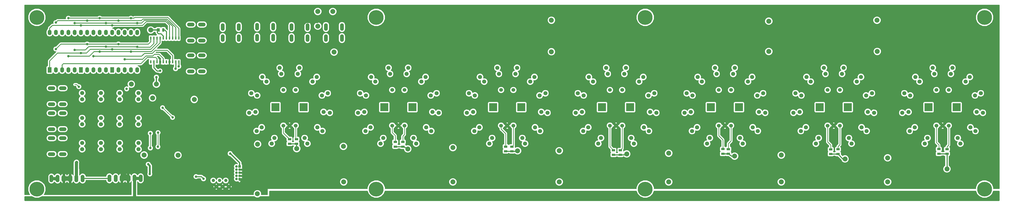
<source format=gtl>
G04 (created by PCBNEW (25-Oct-2014 BZR 4029)-stable) date Di 23 Feb 2016 01:23:28 CET*
%MOIN*%
G04 Gerber Fmt 3.4, Leading zero omitted, Abs format*
%FSLAX34Y34*%
G01*
G70*
G90*
G04 APERTURE LIST*
%ADD10C,0.00590551*%
%ADD11C,0.066*%
%ADD12R,0.02X0.05*%
%ADD13O,0.06X0.12*%
%ADD14C,0.052*%
%ADD15R,0.0413386X0.0413386*%
%ADD16C,0.0413386*%
%ADD17C,0.23622*%
%ADD18O,0.1187X0.0593*%
%ADD19O,0.0593X0.1187*%
%ADD20R,0.035X0.055*%
%ADD21R,0.055X0.035*%
%ADD22R,0.0591X0.0866*%
%ADD23O,0.0591X0.0866*%
%ADD24C,0.06*%
%ADD25R,0.125984X0.125984*%
%ADD26C,0.0393701*%
%ADD27C,0.0787402*%
%ADD28C,0.035*%
%ADD29C,0.01*%
%ADD30C,0.0301575*%
%ADD31C,0.0492126*%
%ADD32C,0.015748*%
%ADD33C,0.0201575*%
%ADD34C,0.011811*%
G04 APERTURE END LIST*
G54D10*
G54D11*
X9235Y-23120D03*
X9235Y-22120D03*
X12235Y-23120D03*
X12235Y-22120D03*
X15235Y-23120D03*
X15235Y-22120D03*
X18235Y-23120D03*
X18235Y-22120D03*
X9235Y-18120D03*
X9235Y-19120D03*
X12235Y-18120D03*
X12235Y-19120D03*
X15235Y-18120D03*
X15235Y-19120D03*
X18235Y-18120D03*
X18235Y-19120D03*
X9235Y-14120D03*
X9235Y-15120D03*
X12235Y-14120D03*
X12235Y-15120D03*
X15235Y-14120D03*
X15235Y-15120D03*
X18235Y-14120D03*
X18235Y-15120D03*
G54D12*
X24685Y-5320D03*
X24185Y-5320D03*
X23685Y-5320D03*
X23185Y-5320D03*
X22685Y-5320D03*
X22185Y-5320D03*
X21685Y-5320D03*
X21185Y-5320D03*
X20685Y-5320D03*
X20185Y-5320D03*
X20185Y-9120D03*
X20685Y-9120D03*
X21185Y-9120D03*
X21685Y-9120D03*
X22185Y-9120D03*
X22685Y-9120D03*
X23185Y-9120D03*
X23685Y-9120D03*
X24185Y-9120D03*
X24685Y-9120D03*
G54D13*
X18585Y-27780D03*
X17585Y-27780D03*
X16585Y-27780D03*
X15585Y-27780D03*
X14585Y-27780D03*
X13585Y-27780D03*
X9315Y-27810D03*
X8315Y-27810D03*
X7315Y-27810D03*
X6315Y-27810D03*
X5315Y-27810D03*
X4315Y-27810D03*
G54D14*
X32687Y-29120D03*
X32187Y-28120D03*
X31687Y-29120D03*
X31187Y-28120D03*
X30687Y-29120D03*
X30187Y-28120D03*
G54D15*
X34415Y-25890D03*
G54D16*
X34415Y-26390D03*
X34415Y-26890D03*
X34415Y-27390D03*
X34415Y-27890D03*
X33915Y-26390D03*
X33915Y-26890D03*
X33915Y-27390D03*
X33915Y-27890D03*
X33915Y-25890D03*
G54D17*
X153500Y-2000D03*
X99250Y-2000D03*
X2000Y-2000D03*
X153500Y-29500D03*
X2000Y-29500D03*
G54D11*
X75854Y-11043D03*
X75612Y-10073D03*
X72016Y-14498D03*
X71076Y-14156D03*
X71738Y-17145D03*
X70748Y-17284D03*
X47831Y-17145D03*
X48821Y-17284D03*
X47553Y-14498D03*
X48493Y-14156D03*
X46065Y-12292D03*
X46734Y-11549D03*
X90904Y-12292D03*
X90235Y-11549D03*
X128054Y-11043D03*
X127812Y-10073D03*
X125704Y-12292D03*
X125035Y-11549D03*
X124216Y-14498D03*
X123276Y-14156D03*
X133065Y-12292D03*
X133734Y-11549D03*
X123938Y-17145D03*
X122948Y-17284D03*
X73504Y-12292D03*
X72835Y-11549D03*
X100031Y-17145D03*
X101021Y-17284D03*
X130715Y-11043D03*
X130957Y-10073D03*
X82631Y-17145D03*
X83621Y-17284D03*
X113315Y-11043D03*
X113557Y-10073D03*
X110654Y-11043D03*
X110412Y-10073D03*
X54338Y-17145D03*
X53348Y-17284D03*
X108304Y-12292D03*
X107635Y-11549D03*
X106816Y-14498D03*
X105876Y-14156D03*
X106538Y-17145D03*
X105548Y-17284D03*
X115665Y-12292D03*
X116334Y-11549D03*
X82353Y-14498D03*
X83293Y-14156D03*
X54616Y-14498D03*
X53676Y-14156D03*
X80865Y-12292D03*
X81534Y-11549D03*
X78515Y-11043D03*
X78757Y-10073D03*
X56104Y-12292D03*
X55435Y-11549D03*
X65231Y-17145D03*
X66221Y-17284D03*
X64953Y-14498D03*
X65893Y-14156D03*
X63465Y-12292D03*
X64134Y-11549D03*
X61115Y-11043D03*
X61357Y-10073D03*
X58454Y-11043D03*
X58212Y-10073D03*
X98265Y-12292D03*
X98934Y-11549D03*
X95915Y-11043D03*
X96157Y-10073D03*
X99753Y-14498D03*
X100693Y-14156D03*
X93254Y-11043D03*
X93012Y-10073D03*
X89416Y-14498D03*
X88476Y-14156D03*
X89138Y-17145D03*
X88148Y-17284D03*
X141616Y-14498D03*
X140676Y-14156D03*
X141338Y-17145D03*
X140348Y-17284D03*
X117431Y-17145D03*
X118421Y-17284D03*
X117153Y-14498D03*
X118093Y-14156D03*
X152231Y-17145D03*
X153221Y-17284D03*
X151953Y-14498D03*
X152893Y-14156D03*
X150465Y-12292D03*
X151134Y-11549D03*
X148115Y-11043D03*
X148357Y-10073D03*
X145454Y-11043D03*
X145212Y-10073D03*
X143104Y-12292D03*
X142435Y-11549D03*
X134553Y-14498D03*
X135493Y-14156D03*
X134831Y-17145D03*
X135821Y-17284D03*
X37216Y-14498D03*
X36276Y-14156D03*
X38704Y-12292D03*
X38035Y-11549D03*
X41054Y-11043D03*
X40812Y-10073D03*
X43715Y-11043D03*
X43957Y-10073D03*
X36938Y-17145D03*
X35948Y-17284D03*
X45234Y-22222D03*
X44796Y-21323D03*
X47643Y-20200D03*
X46834Y-19612D03*
X37126Y-20200D03*
X37935Y-19612D03*
X39535Y-22222D03*
X39973Y-21323D03*
X71926Y-20200D03*
X72735Y-19612D03*
X74335Y-22222D03*
X74773Y-21323D03*
X126535Y-22222D03*
X126973Y-21323D03*
X124126Y-20200D03*
X124935Y-19612D03*
X99843Y-20200D03*
X99034Y-19612D03*
X106726Y-20200D03*
X107535Y-19612D03*
X109135Y-22222D03*
X109573Y-21323D03*
X80034Y-22222D03*
X79596Y-21323D03*
X82443Y-20200D03*
X81634Y-19612D03*
X65043Y-20200D03*
X64234Y-19612D03*
X89326Y-20200D03*
X90135Y-19612D03*
X91735Y-22222D03*
X92173Y-21323D03*
X62634Y-22222D03*
X62196Y-21323D03*
X56935Y-22222D03*
X57373Y-21323D03*
X141526Y-20200D03*
X142335Y-19612D03*
X143935Y-22222D03*
X144373Y-21323D03*
X114834Y-22222D03*
X114396Y-21323D03*
X117243Y-20200D03*
X116434Y-19612D03*
X54526Y-20200D03*
X55335Y-19612D03*
X149634Y-22222D03*
X149196Y-21323D03*
X152043Y-20200D03*
X151234Y-19612D03*
X134643Y-20200D03*
X133834Y-19612D03*
X132234Y-22222D03*
X131796Y-21323D03*
X97434Y-22222D03*
X96996Y-21323D03*
G54D17*
X99250Y-29500D03*
X56250Y-2000D03*
X56250Y-29500D03*
G54D18*
X4350Y-23899D03*
X4350Y-21341D03*
X6120Y-23899D03*
X6120Y-21341D03*
X4350Y-19899D03*
X4350Y-17341D03*
X6120Y-19899D03*
X6120Y-17341D03*
X4350Y-15899D03*
X4350Y-13341D03*
X6120Y-15899D03*
X6120Y-13341D03*
G54D19*
X42706Y-3535D03*
X45264Y-3535D03*
X42706Y-5305D03*
X45264Y-5305D03*
X48206Y-3535D03*
X50764Y-3535D03*
X48206Y-5305D03*
X50764Y-5305D03*
X31706Y-3535D03*
X34264Y-3535D03*
X31706Y-5305D03*
X34264Y-5305D03*
X37206Y-3485D03*
X39764Y-3485D03*
X37206Y-5255D03*
X39764Y-5255D03*
G54D18*
X26600Y-5699D03*
X26600Y-3141D03*
X28370Y-5699D03*
X28370Y-3141D03*
X26600Y-10649D03*
X26600Y-8091D03*
X28370Y-10649D03*
X28370Y-8091D03*
G54D20*
X21460Y-4020D03*
X22210Y-4020D03*
G54D21*
X59285Y-21945D03*
X59285Y-22695D03*
X60485Y-21945D03*
X60485Y-22695D03*
X130065Y-23120D03*
X130065Y-23870D03*
X128895Y-23130D03*
X128895Y-23880D03*
X76935Y-22695D03*
X76935Y-23445D03*
X77935Y-22695D03*
X77935Y-23445D03*
X147485Y-23100D03*
X147485Y-23850D03*
X146185Y-23090D03*
X146185Y-23840D03*
X94180Y-23270D03*
X94180Y-24020D03*
X95270Y-23270D03*
X95270Y-24020D03*
X112545Y-23095D03*
X112545Y-23845D03*
X111665Y-23090D03*
X111665Y-23840D03*
X43485Y-21495D03*
X43485Y-22245D03*
X42385Y-21495D03*
X42385Y-22245D03*
G54D22*
X4035Y-10420D03*
G54D23*
X5035Y-10420D03*
X6035Y-10420D03*
X7035Y-10420D03*
X8035Y-10420D03*
X8035Y-4420D03*
X7035Y-4420D03*
X6035Y-4420D03*
X5035Y-4420D03*
X4035Y-4420D03*
G54D22*
X9035Y-10420D03*
G54D23*
X10035Y-10420D03*
X11035Y-10420D03*
X12035Y-10420D03*
X13035Y-10420D03*
X13035Y-4420D03*
X12035Y-4420D03*
X11035Y-4420D03*
X10035Y-4420D03*
X9035Y-4420D03*
G54D22*
X14035Y-10420D03*
G54D23*
X15035Y-10420D03*
X16035Y-10420D03*
X17035Y-10420D03*
X18035Y-10420D03*
X18035Y-4420D03*
X17035Y-4420D03*
X16035Y-4420D03*
X15035Y-4420D03*
X14035Y-4420D03*
G54D24*
X41400Y-19332D03*
X42385Y-19332D03*
X43369Y-19332D03*
X43369Y-13624D03*
X41400Y-13624D03*
G54D25*
X40140Y-16380D03*
X44629Y-16380D03*
G54D24*
X58800Y-19332D03*
X59785Y-19332D03*
X60769Y-19332D03*
X60769Y-13624D03*
X58800Y-13624D03*
G54D25*
X57540Y-16380D03*
X62029Y-16380D03*
G54D24*
X76200Y-19332D03*
X77185Y-19332D03*
X78169Y-19332D03*
X78169Y-13624D03*
X76200Y-13624D03*
G54D25*
X74940Y-16380D03*
X79429Y-16380D03*
G54D24*
X93600Y-19332D03*
X94585Y-19332D03*
X95569Y-19332D03*
X95569Y-13624D03*
X93600Y-13624D03*
G54D25*
X92340Y-16380D03*
X96829Y-16380D03*
G54D24*
X111000Y-19332D03*
X111985Y-19332D03*
X112969Y-19332D03*
X112969Y-13624D03*
X111000Y-13624D03*
G54D25*
X109740Y-16380D03*
X114229Y-16380D03*
G54D24*
X128400Y-19332D03*
X129385Y-19332D03*
X130369Y-19332D03*
X130369Y-13624D03*
X128400Y-13624D03*
G54D25*
X127140Y-16380D03*
X131629Y-16380D03*
G54D24*
X145800Y-19332D03*
X146785Y-19332D03*
X147769Y-19332D03*
X147769Y-13624D03*
X145800Y-13624D03*
G54D25*
X144540Y-16380D03*
X149029Y-16380D03*
G54D26*
X16350Y-13450D03*
X8700Y-13100D03*
X19800Y-25525D03*
X20050Y-27075D03*
X3500Y-30975D03*
X4325Y-30975D03*
X5075Y-30975D03*
G54D27*
X78835Y-23370D03*
X78885Y-30320D03*
X96285Y-30270D03*
X96285Y-23870D03*
X147485Y-30270D03*
X147485Y-26270D03*
X131135Y-30320D03*
X131185Y-24670D03*
X113585Y-30270D03*
X113535Y-24220D03*
X61285Y-30320D03*
X61285Y-23070D03*
X43535Y-30320D03*
X43535Y-23020D03*
X119000Y-2600D03*
X119000Y-7450D03*
X136300Y-2450D03*
X136350Y-7450D03*
X84250Y-2450D03*
X84250Y-7500D03*
X49500Y-7550D03*
X49300Y-1050D03*
X17095Y-12690D03*
X27155Y-15140D03*
X20485Y-14900D03*
X24554Y-24065D03*
X19137Y-24048D03*
G54D26*
X27440Y-27500D03*
X28635Y-27850D03*
X32885Y-23810D03*
X21100Y-11580D03*
G54D27*
X21100Y-12690D03*
X46900Y-1050D03*
X46900Y-3400D03*
X138000Y-28350D03*
X138000Y-24500D03*
X121000Y-28350D03*
X121000Y-24050D03*
X103000Y-28350D03*
X103000Y-23750D03*
X85500Y-28350D03*
X85500Y-23350D03*
X51050Y-28350D03*
X51000Y-22650D03*
X68500Y-22850D03*
X68500Y-28350D03*
X37250Y-30250D03*
X37275Y-22300D03*
G54D26*
X8329Y-25224D03*
G54D27*
X20185Y-4020D03*
G54D26*
X20139Y-22914D03*
X20135Y-20578D03*
X52600Y-1700D03*
X38250Y-1850D03*
X24650Y-1800D03*
X25750Y-6900D03*
X30100Y-8600D03*
X127150Y-5100D03*
X125650Y-5100D03*
X103585Y-5020D03*
X18350Y-25700D03*
X19200Y-22750D03*
X12975Y-24900D03*
X18575Y-29100D03*
G54D28*
X103685Y-7270D03*
G54D26*
X89850Y-8900D03*
G54D28*
X102235Y-7220D03*
X125785Y-7120D03*
X126985Y-7120D03*
G54D26*
X121135Y-7370D03*
X124550Y-8900D03*
X122100Y-7900D03*
G54D28*
X102285Y-5020D03*
G54D26*
X2450Y-4650D03*
X2450Y-10850D03*
X36675Y-28225D03*
X38100Y-29050D03*
X152350Y-25600D03*
X148400Y-25600D03*
X137450Y-26550D03*
X120550Y-26500D03*
X102550Y-26550D03*
X84950Y-26500D03*
X68000Y-26550D03*
X52050Y-26550D03*
X42550Y-26600D03*
X31900Y-18850D03*
X38400Y-22700D03*
X36300Y-19200D03*
X86700Y-7400D03*
X139525Y-7825D03*
X141500Y-8950D03*
X80800Y-8850D03*
X81950Y-8000D03*
X87400Y-7850D03*
X86000Y-13200D03*
X50950Y-13050D03*
X115400Y-8900D03*
X120700Y-13100D03*
X138200Y-13100D03*
X155100Y-25600D03*
X154950Y-13450D03*
X155300Y-4300D03*
X147100Y-5700D03*
X142150Y-5050D03*
X143700Y-6300D03*
X138750Y-7750D03*
X134150Y-5050D03*
X134150Y-7550D03*
X117100Y-7700D03*
G54D28*
X51950Y-7650D03*
G54D26*
X52350Y-21500D03*
X51050Y-18150D03*
X69600Y-21650D03*
X68600Y-18050D03*
X86385Y-21370D03*
X85550Y-18100D03*
X104250Y-21800D03*
X103150Y-18200D03*
X121985Y-21320D03*
X121100Y-18200D03*
X139450Y-21500D03*
X138050Y-18250D03*
G54D28*
X46735Y-8470D03*
X47200Y-7800D03*
G54D26*
X30000Y-23560D03*
X29140Y-21165D03*
X27335Y-29220D03*
X27465Y-13680D03*
X27495Y-18300D03*
X26115Y-15975D03*
X21685Y-9870D03*
X20621Y-10930D03*
X28900Y-29700D03*
X24415Y-19400D03*
X22155Y-20346D03*
X21611Y-19732D03*
X25081Y-20982D03*
X20719Y-20704D03*
X22575Y-24600D03*
X21150Y-24850D03*
X20850Y-23575D03*
X24597Y-22606D03*
X26380Y-18145D03*
X21679Y-27164D03*
X26423Y-26910D03*
X23821Y-29074D03*
X29540Y-25765D03*
X30667Y-24630D03*
X27653Y-24664D03*
X30740Y-23535D03*
X27775Y-23440D03*
X28760Y-22365D03*
X26660Y-25960D03*
X22415Y-3260D03*
X21405Y-13570D03*
X23030Y-14400D03*
X24445Y-25980D03*
X32600Y-25565D03*
G54D28*
X52300Y-5200D03*
X44450Y-6150D03*
X65335Y-5320D03*
X54635Y-5020D03*
X55835Y-5170D03*
X65235Y-7170D03*
X66585Y-7220D03*
X66635Y-5070D03*
G54D26*
X2550Y-15250D03*
X2000Y-12500D03*
X3250Y-16600D03*
X2550Y-19200D03*
X8035Y-7220D03*
X13035Y-6670D03*
X18035Y-6720D03*
X9035Y-3270D03*
X14035Y-3270D03*
X7035Y-8220D03*
X12035Y-7470D03*
X17035Y-7470D03*
X5035Y-2820D03*
X10035Y-2520D03*
X15035Y-2520D03*
X5035Y-7070D03*
X10035Y-6270D03*
X15035Y-6270D03*
X9035Y-7720D03*
X14035Y-7120D03*
X7035Y-2120D03*
X12035Y-2120D03*
X17035Y-2120D03*
X8035Y-2920D03*
X13035Y-2920D03*
X18035Y-2920D03*
X24170Y-10210D03*
X24680Y-9840D03*
X21685Y-10560D03*
X16035Y-8720D03*
X11035Y-8220D03*
X21363Y-20458D03*
X21349Y-22726D03*
X23685Y-18020D03*
X22085Y-16470D03*
G54D29*
X8050Y-12750D02*
X8350Y-12750D01*
X8350Y-12750D02*
X8700Y-13100D01*
G54D30*
X20050Y-25775D02*
X19800Y-25525D01*
X20050Y-27075D02*
X20050Y-25775D01*
G54D31*
X17585Y-27780D02*
X17585Y-30990D01*
X17585Y-30990D02*
X17550Y-31025D01*
X18585Y-27780D02*
X17585Y-27780D01*
X3525Y-30950D02*
X4275Y-30950D01*
X3500Y-30975D02*
X3525Y-30950D01*
X5075Y-30975D02*
X4325Y-30975D01*
G54D32*
X77935Y-23445D02*
X78760Y-23445D01*
X78760Y-23445D02*
X78835Y-23370D01*
X95270Y-24020D02*
X96135Y-24020D01*
X96135Y-24020D02*
X96285Y-23870D01*
X147485Y-23850D02*
X147485Y-26270D01*
X146185Y-23840D02*
X147475Y-23840D01*
X147475Y-23840D02*
X147485Y-23850D01*
X128895Y-23880D02*
X130055Y-23880D01*
X130845Y-24670D02*
X131185Y-24670D01*
X130055Y-23880D02*
X130845Y-24670D01*
X111665Y-23840D02*
X112540Y-23840D01*
X113035Y-24220D02*
X113535Y-24220D01*
X112540Y-23840D02*
X113035Y-24220D01*
X94180Y-24020D02*
X95270Y-24020D01*
X76935Y-23445D02*
X77935Y-23445D01*
X60485Y-22695D02*
X60660Y-22695D01*
X60660Y-22695D02*
X61285Y-23070D01*
X59285Y-22695D02*
X60485Y-22695D01*
X43485Y-22245D02*
X43485Y-22970D01*
X43485Y-22970D02*
X43535Y-23020D01*
X42385Y-22245D02*
X43485Y-22245D01*
G54D31*
X5315Y-27810D02*
X4315Y-27810D01*
X4315Y-27810D02*
X4920Y-27810D01*
X4920Y-27810D02*
X4890Y-27840D01*
X5315Y-27810D02*
X4920Y-27810D01*
X4920Y-27810D02*
X4965Y-27855D01*
G54D32*
X27440Y-27500D02*
X28285Y-27500D01*
X28285Y-27500D02*
X28635Y-27850D01*
G54D33*
X21100Y-12690D02*
X21100Y-11580D01*
X32885Y-23810D02*
X32935Y-23810D01*
X32935Y-23810D02*
X34415Y-25290D01*
X34415Y-25290D02*
X34415Y-25890D01*
G54D32*
X13585Y-27780D02*
X9345Y-27780D01*
X9345Y-27780D02*
X9315Y-27810D01*
G54D31*
X8315Y-27810D02*
X8309Y-25244D01*
X8309Y-25244D02*
X8329Y-25224D01*
G54D33*
X21460Y-4020D02*
X20185Y-4020D01*
G54D32*
X22185Y-5320D02*
X22185Y-4970D01*
X21435Y-4020D02*
X21460Y-4020D01*
X21235Y-3820D02*
X21435Y-4020D01*
X21235Y-4420D02*
X21235Y-3820D01*
X21435Y-4620D02*
X21235Y-4420D01*
X21835Y-4620D02*
X21435Y-4620D01*
X22185Y-4970D02*
X21835Y-4620D01*
G54D29*
X20139Y-22914D02*
X20135Y-22910D01*
X20135Y-22910D02*
X20135Y-20578D01*
X28850Y-6900D02*
X29850Y-6900D01*
X52200Y-2100D02*
X52600Y-1700D01*
X45100Y-2100D02*
X52200Y-2100D01*
X44600Y-1600D02*
X45100Y-2100D01*
X38500Y-1600D02*
X44600Y-1600D01*
X38250Y-1850D02*
X38500Y-1600D01*
X29450Y-1800D02*
X24650Y-1800D01*
X30100Y-2450D02*
X29450Y-1800D01*
X30100Y-6650D02*
X30100Y-2450D01*
X29850Y-6900D02*
X30100Y-6650D01*
X29000Y-6900D02*
X28850Y-6900D01*
X28850Y-6900D02*
X25750Y-6900D01*
X30150Y-8050D02*
X29000Y-6900D01*
X30150Y-8550D02*
X30150Y-8050D01*
X30100Y-8600D02*
X30150Y-8550D01*
X102285Y-5020D02*
X103585Y-5020D01*
X125650Y-5100D02*
X127150Y-5100D01*
X18350Y-25700D02*
X18325Y-25725D01*
X21150Y-24850D02*
X21150Y-24675D01*
X21150Y-24675D02*
X19200Y-22750D01*
G54D31*
X15155Y-26350D02*
X16585Y-27780D01*
X14425Y-26350D02*
X15155Y-26350D01*
X12975Y-24900D02*
X14425Y-26350D01*
G54D29*
X103585Y-4970D02*
X103585Y-7170D01*
X103585Y-7170D02*
X103685Y-7270D01*
X102285Y-5020D02*
X101985Y-6970D01*
X88800Y-7850D02*
X89850Y-8900D01*
X88800Y-7850D02*
X87400Y-7850D01*
X101985Y-6970D02*
X102235Y-7220D01*
X125785Y-7120D02*
X125785Y-7120D01*
X125785Y-7120D02*
X126985Y-7120D01*
X123100Y-8900D02*
X124550Y-8900D01*
X122100Y-7900D02*
X123100Y-8900D01*
X103585Y-4970D02*
X103485Y-5070D01*
X103485Y-5070D02*
X102285Y-5020D01*
X20621Y-10930D02*
X19020Y-10930D01*
X4850Y-1700D02*
X5650Y-1700D01*
X2700Y-3850D02*
X4850Y-1700D01*
X2700Y-4400D02*
X2700Y-3850D01*
X2450Y-4650D02*
X2700Y-4400D01*
X3050Y-11450D02*
X2450Y-10850D01*
X18500Y-11450D02*
X3050Y-11450D01*
X19020Y-10930D02*
X18500Y-11450D01*
X38100Y-29050D02*
X38200Y-29050D01*
G54D33*
X36675Y-28225D02*
X37525Y-29075D01*
X37525Y-29075D02*
X38100Y-29050D01*
X148400Y-25600D02*
X152350Y-25600D01*
G54D29*
X120600Y-26550D02*
X137450Y-26550D01*
X120550Y-26500D02*
X120600Y-26550D01*
X85000Y-26550D02*
X102550Y-26550D01*
X84950Y-26500D02*
X85000Y-26550D01*
X52050Y-26550D02*
X68000Y-26550D01*
X40650Y-26600D02*
X42550Y-26600D01*
X38200Y-29050D02*
X40650Y-26600D01*
X31900Y-18850D02*
X35950Y-18850D01*
X35950Y-18850D02*
X36300Y-19200D01*
X87400Y-7850D02*
X87150Y-7850D01*
X87150Y-7850D02*
X86700Y-7400D01*
X141500Y-8950D02*
X140600Y-8900D01*
X140600Y-8900D02*
X139525Y-7825D01*
X81100Y-8850D02*
X80800Y-8850D01*
X81950Y-8000D02*
X81100Y-8850D01*
X87400Y-7850D02*
X87400Y-8400D01*
X87400Y-8400D02*
X87450Y-8450D01*
X87500Y-7750D02*
X90550Y-7750D01*
X87400Y-7850D02*
X87500Y-7750D01*
X51050Y-13150D02*
X51050Y-18150D01*
X50950Y-13050D02*
X51050Y-13150D01*
X117100Y-7700D02*
X116600Y-7700D01*
X116600Y-7700D02*
X115400Y-8900D01*
X138050Y-13250D02*
X138050Y-18250D01*
X138200Y-13100D02*
X138050Y-13250D01*
X155100Y-25600D02*
X154950Y-25450D01*
X154950Y-25450D02*
X154950Y-13450D01*
X148500Y-4300D02*
X155300Y-4300D01*
X147100Y-5700D02*
X148500Y-4300D01*
X142500Y-5100D02*
X142150Y-5050D01*
X143700Y-6300D02*
X142500Y-5100D01*
X134150Y-7550D02*
X134150Y-5050D01*
G54D32*
X51950Y-7650D02*
X51950Y-5500D01*
X51950Y-5500D02*
X52150Y-5300D01*
G54D33*
X52350Y-19450D02*
X52350Y-21500D01*
X51050Y-18150D02*
X52350Y-19450D01*
X69600Y-19050D02*
X69600Y-21650D01*
X68600Y-18050D02*
X69600Y-19050D01*
X86750Y-19300D02*
X86385Y-21370D01*
X85550Y-18100D02*
X86750Y-19300D01*
X104250Y-19300D02*
X104250Y-21800D01*
X103150Y-18200D02*
X104250Y-19300D01*
X122150Y-19250D02*
X121985Y-21320D01*
X121100Y-18200D02*
X122150Y-19250D01*
X138850Y-20900D02*
X139450Y-21500D01*
X138850Y-19050D02*
X138850Y-20900D01*
X138050Y-18250D02*
X138850Y-19050D01*
G54D29*
X46735Y-8120D02*
X46735Y-8470D01*
X47200Y-7800D02*
X46735Y-8120D01*
G54D33*
X26115Y-15975D02*
X26290Y-15975D01*
X27495Y-17180D02*
X27495Y-18300D01*
X26290Y-15975D02*
X27495Y-17180D01*
G54D29*
X21685Y-9870D02*
X22190Y-9870D01*
X22525Y-11045D02*
X22374Y-11196D01*
X22525Y-10205D02*
X22525Y-11045D01*
X22190Y-9870D02*
X22525Y-10205D01*
G54D33*
X21747Y-11196D02*
X22374Y-11196D01*
X22374Y-11196D02*
X22379Y-11196D01*
X21551Y-11000D02*
X21747Y-11196D01*
X20691Y-11000D02*
X21551Y-11000D01*
X20621Y-10930D02*
X20691Y-11000D01*
G54D29*
X22155Y-20346D02*
X21611Y-19810D01*
X21611Y-19810D02*
X21611Y-19732D01*
X24415Y-19400D02*
X24415Y-20316D01*
X24415Y-20316D02*
X25081Y-20982D01*
X20774Y-23499D02*
X20850Y-23575D01*
X20719Y-20704D02*
X20774Y-23499D01*
X22567Y-24592D02*
X22575Y-24600D01*
X21178Y-24692D02*
X22567Y-24592D01*
X21150Y-24850D02*
X21178Y-24692D01*
X23919Y-21906D02*
X24597Y-22584D01*
X24597Y-22584D02*
X24597Y-22606D01*
X26380Y-18145D02*
X25670Y-18145D01*
X25670Y-18145D02*
X24415Y-19400D01*
X29540Y-25765D02*
X29540Y-25757D01*
X29540Y-25757D02*
X30667Y-24630D01*
G54D32*
X30000Y-23560D02*
X27895Y-23560D01*
X30025Y-23535D02*
X30000Y-23560D01*
X30740Y-23535D02*
X30025Y-23535D01*
X27895Y-23560D02*
X27775Y-23440D01*
X21685Y-9120D02*
X21685Y-9805D01*
X23180Y-9125D02*
X23185Y-9120D01*
X23180Y-9805D02*
X23180Y-9125D01*
X22970Y-10015D02*
X23180Y-9805D01*
X21895Y-10015D02*
X22970Y-10015D01*
X21685Y-9805D02*
X21895Y-10015D01*
G54D33*
X33105Y-28702D02*
X32687Y-29120D01*
X33105Y-26070D02*
X33105Y-28702D01*
X32600Y-25565D02*
X33105Y-26070D01*
G54D30*
X34415Y-27890D02*
X35050Y-27890D01*
X35120Y-27820D02*
X35120Y-27390D01*
X35050Y-27890D02*
X35120Y-27820D01*
X34415Y-27390D02*
X35120Y-27390D01*
X35120Y-27390D02*
X35120Y-26890D01*
X34415Y-26390D02*
X35095Y-26390D01*
X35120Y-26890D02*
X34415Y-26890D01*
X35245Y-26765D02*
X35120Y-26890D01*
X35245Y-26540D02*
X35245Y-26765D01*
X35095Y-26390D02*
X35245Y-26540D01*
G54D32*
X52150Y-5300D02*
X52200Y-5300D01*
X52200Y-5300D02*
X52300Y-5200D01*
X45000Y-2800D02*
X46900Y-2800D01*
X44500Y-3300D02*
X45000Y-2800D01*
X44500Y-3450D02*
X44500Y-3300D01*
X44450Y-3500D02*
X44500Y-3450D01*
X44450Y-6150D02*
X44450Y-3500D01*
G54D29*
X65435Y-5220D02*
X65335Y-5320D01*
X66635Y-5070D02*
X65435Y-5220D01*
X55735Y-5070D02*
X54635Y-5020D01*
X55835Y-5170D02*
X55735Y-5070D01*
X66585Y-7220D02*
X65235Y-7170D01*
X66535Y-5170D02*
X66585Y-7220D01*
X66635Y-5070D02*
X66535Y-5170D01*
X2000Y-12500D02*
X2000Y-13950D01*
X2550Y-14500D02*
X2550Y-15250D01*
X2000Y-13950D02*
X2550Y-14500D01*
X2000Y-12500D02*
X3250Y-13750D01*
X3250Y-13750D02*
X3250Y-16600D01*
G54D34*
X13035Y-6670D02*
X10285Y-6670D01*
X9735Y-7220D02*
X8035Y-7220D01*
X10285Y-6670D02*
X9735Y-7220D01*
X18035Y-6720D02*
X13085Y-6720D01*
X13085Y-6720D02*
X13035Y-6670D01*
X20685Y-5320D02*
X20685Y-6170D01*
X18085Y-6770D02*
X18035Y-6720D01*
X20085Y-6770D02*
X18085Y-6770D01*
X20685Y-6170D02*
X20085Y-6770D01*
X9035Y-3270D02*
X4485Y-3270D01*
X4035Y-3720D02*
X4035Y-4420D01*
X4485Y-3270D02*
X4035Y-3720D01*
X14035Y-3270D02*
X9035Y-3270D01*
X23185Y-5320D02*
X23185Y-3220D01*
X18885Y-3270D02*
X14035Y-3270D01*
X19485Y-2670D02*
X18885Y-3270D01*
X22635Y-2670D02*
X19485Y-2670D01*
X23185Y-3220D02*
X22635Y-2670D01*
X12035Y-7470D02*
X11135Y-7470D01*
X10385Y-8220D02*
X7035Y-8220D01*
X11135Y-7470D02*
X10385Y-8220D01*
X17035Y-7470D02*
X12035Y-7470D01*
X21685Y-6070D02*
X20285Y-7470D01*
X20285Y-7470D02*
X19035Y-7470D01*
X19035Y-7470D02*
X17035Y-7470D01*
X21685Y-6070D02*
X21685Y-5320D01*
X10035Y-2520D02*
X5335Y-2520D01*
X5335Y-2520D02*
X5035Y-2820D01*
X15035Y-2520D02*
X10035Y-2520D01*
X24185Y-5320D02*
X24185Y-3620D01*
X18685Y-2520D02*
X15035Y-2520D01*
X18935Y-2270D02*
X18685Y-2520D01*
X22835Y-2270D02*
X18935Y-2270D01*
X24185Y-3620D02*
X22835Y-2270D01*
X10035Y-6270D02*
X5835Y-6270D01*
X5835Y-6270D02*
X5035Y-7070D01*
X15035Y-6270D02*
X10035Y-6270D01*
X20185Y-5320D02*
X20185Y-5920D01*
X19835Y-6270D02*
X15035Y-6270D01*
X20185Y-5920D02*
X19835Y-6270D01*
X9035Y-7720D02*
X5285Y-7720D01*
X4035Y-8970D02*
X4035Y-10420D01*
X5285Y-7720D02*
X4035Y-8970D01*
X14035Y-7120D02*
X10535Y-7120D01*
X9935Y-7720D02*
X9035Y-7720D01*
X10535Y-7120D02*
X9935Y-7720D01*
X20185Y-7120D02*
X14035Y-7120D01*
X21185Y-6120D02*
X20185Y-7120D01*
X21185Y-6120D02*
X21185Y-5320D01*
G54D32*
X22210Y-4020D02*
X22435Y-4020D01*
X22685Y-4270D02*
X22435Y-4020D01*
X22685Y-4270D02*
X22685Y-5320D01*
G54D34*
X12035Y-2120D02*
X7035Y-2120D01*
X17035Y-2120D02*
X12035Y-2120D01*
X24685Y-5320D02*
X24685Y-3770D01*
X17535Y-2120D02*
X17035Y-2120D01*
X17635Y-2020D02*
X17535Y-2120D01*
X22935Y-2020D02*
X17635Y-2020D01*
X24685Y-3770D02*
X22935Y-2020D01*
X22716Y-2473D02*
X22738Y-2473D01*
X22716Y-2473D02*
X19181Y-2473D01*
X19181Y-2473D02*
X18735Y-2920D01*
X18035Y-2920D02*
X18735Y-2920D01*
X23685Y-3441D02*
X23685Y-5320D01*
X23685Y-3420D02*
X23685Y-3441D01*
X22738Y-2473D02*
X23685Y-3420D01*
X13035Y-2920D02*
X8035Y-2920D01*
X18035Y-2920D02*
X13035Y-2920D01*
G54D32*
X24185Y-10195D02*
X24185Y-9120D01*
X24170Y-10210D02*
X24185Y-10195D01*
X24685Y-9835D02*
X24685Y-9120D01*
X24680Y-9840D02*
X24685Y-9835D01*
X20685Y-10040D02*
X20685Y-9120D01*
X21215Y-10570D02*
X20685Y-10040D01*
X21675Y-10570D02*
X21215Y-10570D01*
X21685Y-10560D02*
X21675Y-10570D01*
G54D29*
X130369Y-19332D02*
X130369Y-22385D01*
X130065Y-22690D02*
X130065Y-23120D01*
X130369Y-22385D02*
X130065Y-22690D01*
G54D34*
X21185Y-9120D02*
X21185Y-8620D01*
X6035Y-9620D02*
X6035Y-10420D01*
X6235Y-9420D02*
X6035Y-9620D01*
X18635Y-9420D02*
X6235Y-9420D01*
X19635Y-8420D02*
X18635Y-9420D01*
X20985Y-8420D02*
X19635Y-8420D01*
X21185Y-8620D02*
X20985Y-8420D01*
X22185Y-9120D02*
X22185Y-8570D01*
X18885Y-8720D02*
X16035Y-8720D01*
X19435Y-8170D02*
X18885Y-8720D01*
X20535Y-8170D02*
X19435Y-8170D01*
X20785Y-7920D02*
X20535Y-8170D01*
X21535Y-7920D02*
X20785Y-7920D01*
X22185Y-8570D02*
X21535Y-7920D01*
X20335Y-7770D02*
X20435Y-7770D01*
X20435Y-7770D02*
X20935Y-7270D01*
X20935Y-7270D02*
X22835Y-7270D01*
X23685Y-9120D02*
X23685Y-8120D01*
X23685Y-8120D02*
X22835Y-7270D01*
X18735Y-8220D02*
X11035Y-8220D01*
X19185Y-7770D02*
X18735Y-8220D01*
X20435Y-7770D02*
X20335Y-7770D01*
X20335Y-7770D02*
X19185Y-7770D01*
G54D29*
X60485Y-21945D02*
X60485Y-21020D01*
X60769Y-20735D02*
X60769Y-19332D01*
X60485Y-21020D02*
X60769Y-20735D01*
X78169Y-19332D02*
X78169Y-22460D01*
X78169Y-22460D02*
X77935Y-22695D01*
X76935Y-22695D02*
X76935Y-20620D01*
X76200Y-19885D02*
X76200Y-19332D01*
X76935Y-20620D02*
X76200Y-19885D01*
X93600Y-19332D02*
X93600Y-22690D01*
X93600Y-22690D02*
X94180Y-23270D01*
X95569Y-19332D02*
X95569Y-22970D01*
X95569Y-22970D02*
X95270Y-23270D01*
X145800Y-19332D02*
X145800Y-22035D01*
X146185Y-22420D02*
X146185Y-23090D01*
X145800Y-22035D02*
X146185Y-22420D01*
X147485Y-23100D02*
X147485Y-22720D01*
X147769Y-22435D02*
X147769Y-19332D01*
X147485Y-22720D02*
X147769Y-22435D01*
X111000Y-19332D02*
X111000Y-20935D01*
X111665Y-21600D02*
X111665Y-23090D01*
X111000Y-20935D02*
X111665Y-21600D01*
X112545Y-23095D02*
X112545Y-22210D01*
X112969Y-21785D02*
X112969Y-19332D01*
X112545Y-22210D02*
X112969Y-21785D01*
X128400Y-19332D02*
X128400Y-21935D01*
X128895Y-22430D02*
X128895Y-23130D01*
X128400Y-21935D02*
X128895Y-22430D01*
X41400Y-19332D02*
X41400Y-20510D01*
X41400Y-20510D02*
X42385Y-21495D01*
X43369Y-19332D02*
X43369Y-21379D01*
G54D34*
X43369Y-21379D02*
X43485Y-21495D01*
G54D29*
X58800Y-19332D02*
X58800Y-20435D01*
X59285Y-20920D02*
X59285Y-21945D01*
X58800Y-20435D02*
X59285Y-20920D01*
X22085Y-16470D02*
X23685Y-18020D01*
X21363Y-22712D02*
X21363Y-20458D01*
X21349Y-22726D02*
X21363Y-22712D01*
G54D10*
G36*
X155845Y-29415D02*
X154941Y-29415D01*
X154941Y-29214D01*
X154941Y-1714D01*
X154722Y-1184D01*
X154317Y-778D01*
X153788Y-558D01*
X153214Y-558D01*
X152684Y-777D01*
X152278Y-1182D01*
X152058Y-1711D01*
X152058Y-2285D01*
X152277Y-2815D01*
X152682Y-3221D01*
X153211Y-3441D01*
X153785Y-3441D01*
X154315Y-3222D01*
X154721Y-2817D01*
X154941Y-2288D01*
X154941Y-1714D01*
X154941Y-29214D01*
X154722Y-28684D01*
X154317Y-28278D01*
X153812Y-28068D01*
X153812Y-17167D01*
X153722Y-16950D01*
X153556Y-16784D01*
X153483Y-16753D01*
X153483Y-14039D01*
X153394Y-13822D01*
X153228Y-13656D01*
X153011Y-13566D01*
X152776Y-13566D01*
X152558Y-13655D01*
X152392Y-13821D01*
X152310Y-14020D01*
X152288Y-13998D01*
X152071Y-13908D01*
X151836Y-13908D01*
X151725Y-13954D01*
X151725Y-11432D01*
X151635Y-11215D01*
X151469Y-11049D01*
X151252Y-10959D01*
X151017Y-10958D01*
X150800Y-11048D01*
X150633Y-11214D01*
X150543Y-11431D01*
X150543Y-11666D01*
X150558Y-11702D01*
X150348Y-11701D01*
X150131Y-11791D01*
X149964Y-11957D01*
X149874Y-12174D01*
X149874Y-12409D01*
X149964Y-12626D01*
X150130Y-12793D01*
X150347Y-12883D01*
X150582Y-12883D01*
X150799Y-12793D01*
X150965Y-12627D01*
X151055Y-12410D01*
X151055Y-12175D01*
X151041Y-12140D01*
X151251Y-12140D01*
X151468Y-12050D01*
X151634Y-11884D01*
X151724Y-11667D01*
X151725Y-11432D01*
X151725Y-13954D01*
X151619Y-13997D01*
X151452Y-14163D01*
X151362Y-14380D01*
X151362Y-14615D01*
X151452Y-14833D01*
X151618Y-14999D01*
X151835Y-15089D01*
X152070Y-15089D01*
X152287Y-14999D01*
X152453Y-14833D01*
X152536Y-14635D01*
X152558Y-14657D01*
X152775Y-14747D01*
X153009Y-14747D01*
X153227Y-14657D01*
X153393Y-14491D01*
X153483Y-14274D01*
X153483Y-14039D01*
X153483Y-16753D01*
X153339Y-16694D01*
X153104Y-16693D01*
X152887Y-16783D01*
X152769Y-16901D01*
X152732Y-16811D01*
X152566Y-16645D01*
X152349Y-16554D01*
X152114Y-16554D01*
X151897Y-16644D01*
X151731Y-16810D01*
X151640Y-17027D01*
X151640Y-17262D01*
X151730Y-17479D01*
X151896Y-17645D01*
X152113Y-17735D01*
X152348Y-17736D01*
X152565Y-17646D01*
X152683Y-17528D01*
X152720Y-17618D01*
X152886Y-17785D01*
X153103Y-17875D01*
X153338Y-17875D01*
X153555Y-17785D01*
X153722Y-17619D01*
X153812Y-17402D01*
X153812Y-17167D01*
X153812Y-28068D01*
X153788Y-28058D01*
X153214Y-28058D01*
X152684Y-28277D01*
X152634Y-28327D01*
X152634Y-20083D01*
X152544Y-19866D01*
X152378Y-19700D01*
X152161Y-19610D01*
X151926Y-19609D01*
X151825Y-19651D01*
X151825Y-19495D01*
X151735Y-19278D01*
X151569Y-19112D01*
X151352Y-19022D01*
X151117Y-19022D01*
X150900Y-19111D01*
X150734Y-19277D01*
X150644Y-19494D01*
X150643Y-19729D01*
X150733Y-19946D01*
X150899Y-20113D01*
X151116Y-20203D01*
X151351Y-20203D01*
X151453Y-20161D01*
X151452Y-20317D01*
X151542Y-20534D01*
X151708Y-20701D01*
X151925Y-20791D01*
X152160Y-20791D01*
X152377Y-20701D01*
X152544Y-20535D01*
X152634Y-20318D01*
X152634Y-20083D01*
X152634Y-28327D01*
X152278Y-28682D01*
X152058Y-29211D01*
X152058Y-29415D01*
X150225Y-29415D01*
X150225Y-22105D01*
X150135Y-21888D01*
X149969Y-21721D01*
X149919Y-21701D01*
X149919Y-16958D01*
X149919Y-15698D01*
X149880Y-15602D01*
X149806Y-15529D01*
X149711Y-15489D01*
X149607Y-15489D01*
X148948Y-15489D01*
X148948Y-9956D01*
X148858Y-9738D01*
X148692Y-9572D01*
X148475Y-9482D01*
X148240Y-9482D01*
X148023Y-9572D01*
X147857Y-9738D01*
X147766Y-9955D01*
X147766Y-10190D01*
X147856Y-10407D01*
X147930Y-10480D01*
X147781Y-10542D01*
X147615Y-10708D01*
X147525Y-10925D01*
X147524Y-11160D01*
X147614Y-11377D01*
X147780Y-11543D01*
X147997Y-11633D01*
X148232Y-11634D01*
X148449Y-11544D01*
X148615Y-11378D01*
X148706Y-11161D01*
X148706Y-10926D01*
X148616Y-10709D01*
X148542Y-10635D01*
X148691Y-10574D01*
X148857Y-10408D01*
X148948Y-10191D01*
X148948Y-9956D01*
X148948Y-15489D01*
X148347Y-15489D01*
X148329Y-15496D01*
X148329Y-13513D01*
X148244Y-13306D01*
X148087Y-13149D01*
X147881Y-13063D01*
X147658Y-13063D01*
X147452Y-13148D01*
X147294Y-13306D01*
X147208Y-13512D01*
X147208Y-13735D01*
X147293Y-13941D01*
X147451Y-14099D01*
X147657Y-14184D01*
X147880Y-14184D01*
X148086Y-14099D01*
X148244Y-13942D01*
X148329Y-13736D01*
X148329Y-13513D01*
X148329Y-15496D01*
X148251Y-15528D01*
X148178Y-15602D01*
X148138Y-15698D01*
X148138Y-15801D01*
X148138Y-17061D01*
X148178Y-17157D01*
X148251Y-17230D01*
X148347Y-17270D01*
X148450Y-17270D01*
X149710Y-17270D01*
X149806Y-17231D01*
X149879Y-17157D01*
X149919Y-17061D01*
X149919Y-16958D01*
X149919Y-21701D01*
X149752Y-21631D01*
X149707Y-21631D01*
X149786Y-21441D01*
X149786Y-21206D01*
X149697Y-20989D01*
X149531Y-20822D01*
X149314Y-20732D01*
X149079Y-20732D01*
X148861Y-20822D01*
X148695Y-20988D01*
X148605Y-21205D01*
X148605Y-21440D01*
X148695Y-21657D01*
X148861Y-21823D01*
X149078Y-21913D01*
X149122Y-21913D01*
X149043Y-22104D01*
X149043Y-22339D01*
X149133Y-22556D01*
X149299Y-22722D01*
X149516Y-22812D01*
X149751Y-22812D01*
X149968Y-22723D01*
X150134Y-22557D01*
X150224Y-22340D01*
X150225Y-22105D01*
X150225Y-29415D01*
X148329Y-29415D01*
X148329Y-19221D01*
X148244Y-19015D01*
X148087Y-18857D01*
X147881Y-18772D01*
X147658Y-18772D01*
X147452Y-18857D01*
X147294Y-19014D01*
X147256Y-19106D01*
X147232Y-19097D01*
X147020Y-19309D01*
X147020Y-18885D01*
X146986Y-18799D01*
X146767Y-18763D01*
X146583Y-18799D01*
X146549Y-18885D01*
X146785Y-19120D01*
X147020Y-18885D01*
X147020Y-19309D01*
X146997Y-19332D01*
X147232Y-19567D01*
X147255Y-19558D01*
X147293Y-19649D01*
X147451Y-19807D01*
X147458Y-19810D01*
X147458Y-22307D01*
X147265Y-22500D01*
X147198Y-22601D01*
X147185Y-22664D01*
X147158Y-22664D01*
X147062Y-22703D01*
X147020Y-22746D01*
X147020Y-19779D01*
X146785Y-19544D01*
X146549Y-19779D01*
X146583Y-19865D01*
X146802Y-19902D01*
X146986Y-19865D01*
X147020Y-19779D01*
X147020Y-22746D01*
X146989Y-22777D01*
X146949Y-22872D01*
X146949Y-22976D01*
X146949Y-23326D01*
X146988Y-23422D01*
X147041Y-23475D01*
X147015Y-23500D01*
X146664Y-23500D01*
X146628Y-23464D01*
X146680Y-23412D01*
X146720Y-23317D01*
X146720Y-23213D01*
X146720Y-22863D01*
X146681Y-22767D01*
X146607Y-22694D01*
X146512Y-22654D01*
X146495Y-22654D01*
X146495Y-22420D01*
X146475Y-22320D01*
X146471Y-22301D01*
X146471Y-22301D01*
X146404Y-22200D01*
X146404Y-22200D01*
X146111Y-21907D01*
X146111Y-19811D01*
X146117Y-19808D01*
X146275Y-19650D01*
X146313Y-19558D01*
X146337Y-19567D01*
X146572Y-19332D01*
X146361Y-19121D01*
X146361Y-13513D01*
X146276Y-13306D01*
X146118Y-13149D01*
X146045Y-13118D01*
X146045Y-10926D01*
X145955Y-10709D01*
X145789Y-10542D01*
X145639Y-10480D01*
X145712Y-10408D01*
X145803Y-10191D01*
X145803Y-9956D01*
X145713Y-9738D01*
X145547Y-9572D01*
X145330Y-9482D01*
X145095Y-9482D01*
X144878Y-9572D01*
X144712Y-9738D01*
X144621Y-9955D01*
X144621Y-10190D01*
X144711Y-10407D01*
X144877Y-10573D01*
X145026Y-10635D01*
X144954Y-10708D01*
X144863Y-10925D01*
X144863Y-11160D01*
X144953Y-11377D01*
X145119Y-11543D01*
X145336Y-11633D01*
X145571Y-11634D01*
X145788Y-11544D01*
X145954Y-11378D01*
X146044Y-11161D01*
X146045Y-10926D01*
X146045Y-13118D01*
X145912Y-13063D01*
X145689Y-13063D01*
X145483Y-13148D01*
X145325Y-13306D01*
X145240Y-13512D01*
X145240Y-13735D01*
X145325Y-13941D01*
X145482Y-14099D01*
X145688Y-14184D01*
X145911Y-14184D01*
X146117Y-14099D01*
X146275Y-13942D01*
X146361Y-13736D01*
X146361Y-13513D01*
X146361Y-19121D01*
X146337Y-19097D01*
X146314Y-19106D01*
X146276Y-19015D01*
X146118Y-18857D01*
X145912Y-18772D01*
X145689Y-18772D01*
X145483Y-18857D01*
X145431Y-18909D01*
X145431Y-16958D01*
X145431Y-15698D01*
X145391Y-15602D01*
X145318Y-15529D01*
X145222Y-15489D01*
X145119Y-15489D01*
X143859Y-15489D01*
X143763Y-15528D01*
X143695Y-15596D01*
X143695Y-12175D01*
X143605Y-11958D01*
X143439Y-11792D01*
X143222Y-11702D01*
X143011Y-11701D01*
X143026Y-11667D01*
X143026Y-11432D01*
X142936Y-11215D01*
X142770Y-11049D01*
X142553Y-10959D01*
X142318Y-10958D01*
X142101Y-11048D01*
X141935Y-11214D01*
X141845Y-11431D01*
X141844Y-11666D01*
X141934Y-11883D01*
X142100Y-12049D01*
X142317Y-12140D01*
X142528Y-12140D01*
X142514Y-12174D01*
X142514Y-12409D01*
X142603Y-12626D01*
X142769Y-12793D01*
X142986Y-12883D01*
X143221Y-12883D01*
X143438Y-12793D01*
X143605Y-12627D01*
X143695Y-12410D01*
X143695Y-12175D01*
X143695Y-15596D01*
X143690Y-15602D01*
X143650Y-15698D01*
X143650Y-15801D01*
X143650Y-17061D01*
X143689Y-17157D01*
X143763Y-17230D01*
X143858Y-17270D01*
X143962Y-17270D01*
X145222Y-17270D01*
X145318Y-17231D01*
X145391Y-17157D01*
X145431Y-17061D01*
X145431Y-16958D01*
X145431Y-18909D01*
X145325Y-19014D01*
X145240Y-19220D01*
X145240Y-19443D01*
X145325Y-19649D01*
X145482Y-19807D01*
X145490Y-19810D01*
X145490Y-22035D01*
X145513Y-22154D01*
X145581Y-22255D01*
X145874Y-22548D01*
X145874Y-22654D01*
X145858Y-22654D01*
X145762Y-22693D01*
X145689Y-22767D01*
X145649Y-22862D01*
X145649Y-22966D01*
X145649Y-23316D01*
X145688Y-23412D01*
X145741Y-23465D01*
X145689Y-23517D01*
X145649Y-23612D01*
X145649Y-23716D01*
X145649Y-24066D01*
X145688Y-24162D01*
X145762Y-24235D01*
X145857Y-24275D01*
X145961Y-24275D01*
X146511Y-24275D01*
X146607Y-24236D01*
X146664Y-24179D01*
X146995Y-24179D01*
X147062Y-24245D01*
X147145Y-24280D01*
X147145Y-25702D01*
X147114Y-25714D01*
X146930Y-25898D01*
X146830Y-26139D01*
X146830Y-26399D01*
X146929Y-26640D01*
X147113Y-26824D01*
X147354Y-26924D01*
X147614Y-26924D01*
X147855Y-26825D01*
X148039Y-26641D01*
X148139Y-26400D01*
X148139Y-26140D01*
X148040Y-25899D01*
X147856Y-25715D01*
X147824Y-25702D01*
X147824Y-24280D01*
X147907Y-24246D01*
X147980Y-24172D01*
X148020Y-24077D01*
X148020Y-23973D01*
X148020Y-23623D01*
X147981Y-23527D01*
X147928Y-23474D01*
X147980Y-23422D01*
X148020Y-23327D01*
X148020Y-23223D01*
X148020Y-22873D01*
X147981Y-22777D01*
X147923Y-22720D01*
X147988Y-22655D01*
X148056Y-22554D01*
X148056Y-22554D01*
X148079Y-22435D01*
X148079Y-19811D01*
X148086Y-19808D01*
X148244Y-19650D01*
X148329Y-19444D01*
X148329Y-19221D01*
X148329Y-29415D01*
X144964Y-29415D01*
X144964Y-21206D01*
X144874Y-20989D01*
X144708Y-20822D01*
X144491Y-20732D01*
X144256Y-20732D01*
X144039Y-20822D01*
X143873Y-20988D01*
X143783Y-21205D01*
X143783Y-21440D01*
X143862Y-21631D01*
X143818Y-21631D01*
X143601Y-21721D01*
X143435Y-21887D01*
X143345Y-22104D01*
X143344Y-22339D01*
X143434Y-22556D01*
X143600Y-22722D01*
X143817Y-22812D01*
X144052Y-22812D01*
X144269Y-22723D01*
X144436Y-22557D01*
X144526Y-22340D01*
X144526Y-22105D01*
X144447Y-21914D01*
X144490Y-21914D01*
X144708Y-21824D01*
X144874Y-21658D01*
X144964Y-21441D01*
X144964Y-21206D01*
X144964Y-29415D01*
X142926Y-29415D01*
X142926Y-19495D01*
X142836Y-19278D01*
X142670Y-19112D01*
X142453Y-19022D01*
X142218Y-19022D01*
X142207Y-19026D01*
X142207Y-14381D01*
X142117Y-14164D01*
X141951Y-13998D01*
X141734Y-13908D01*
X141499Y-13908D01*
X141282Y-13997D01*
X141259Y-14020D01*
X141178Y-13822D01*
X141011Y-13656D01*
X140794Y-13566D01*
X140560Y-13566D01*
X140342Y-13655D01*
X140176Y-13821D01*
X140086Y-14038D01*
X140086Y-14273D01*
X140175Y-14490D01*
X140341Y-14657D01*
X140558Y-14747D01*
X140793Y-14747D01*
X141011Y-14657D01*
X141033Y-14635D01*
X141115Y-14833D01*
X141281Y-14999D01*
X141498Y-15089D01*
X141733Y-15089D01*
X141950Y-14999D01*
X142117Y-14833D01*
X142207Y-14616D01*
X142207Y-14381D01*
X142207Y-19026D01*
X142001Y-19111D01*
X141929Y-19183D01*
X141929Y-17028D01*
X141839Y-16811D01*
X141673Y-16645D01*
X141456Y-16554D01*
X141221Y-16554D01*
X141004Y-16644D01*
X140838Y-16810D01*
X140800Y-16901D01*
X140683Y-16784D01*
X140466Y-16694D01*
X140231Y-16693D01*
X140014Y-16783D01*
X139847Y-16949D01*
X139757Y-17166D01*
X139757Y-17401D01*
X139847Y-17618D01*
X140013Y-17785D01*
X140230Y-17875D01*
X140465Y-17875D01*
X140682Y-17785D01*
X140848Y-17619D01*
X140886Y-17528D01*
X141003Y-17645D01*
X141220Y-17735D01*
X141455Y-17736D01*
X141672Y-17646D01*
X141838Y-17480D01*
X141929Y-17263D01*
X141929Y-17028D01*
X141929Y-19183D01*
X141834Y-19277D01*
X141744Y-19494D01*
X141744Y-19651D01*
X141644Y-19610D01*
X141409Y-19609D01*
X141192Y-19699D01*
X141025Y-19865D01*
X140935Y-20082D01*
X140935Y-20317D01*
X141025Y-20534D01*
X141191Y-20701D01*
X141408Y-20791D01*
X141643Y-20791D01*
X141860Y-20701D01*
X142026Y-20535D01*
X142116Y-20318D01*
X142117Y-20161D01*
X142217Y-20203D01*
X142452Y-20203D01*
X142669Y-20113D01*
X142835Y-19947D01*
X142925Y-19730D01*
X142926Y-19495D01*
X142926Y-29415D01*
X138654Y-29415D01*
X138654Y-28220D01*
X138654Y-24370D01*
X138555Y-24129D01*
X138371Y-23945D01*
X138130Y-23845D01*
X137870Y-23845D01*
X137629Y-23944D01*
X137445Y-24128D01*
X137345Y-24369D01*
X137345Y-24629D01*
X137444Y-24870D01*
X137628Y-25054D01*
X137869Y-25154D01*
X138129Y-25154D01*
X138370Y-25055D01*
X138554Y-24871D01*
X138654Y-24630D01*
X138654Y-24370D01*
X138654Y-28220D01*
X138555Y-27979D01*
X138371Y-27795D01*
X138130Y-27695D01*
X137870Y-27695D01*
X137629Y-27794D01*
X137445Y-27978D01*
X137345Y-28219D01*
X137345Y-28479D01*
X137444Y-28720D01*
X137628Y-28904D01*
X137869Y-29004D01*
X138129Y-29004D01*
X138370Y-28905D01*
X138554Y-28721D01*
X138654Y-28480D01*
X138654Y-28220D01*
X138654Y-29415D01*
X137004Y-29415D01*
X137004Y-7320D01*
X136954Y-7199D01*
X136954Y-2320D01*
X136855Y-2079D01*
X136671Y-1895D01*
X136430Y-1795D01*
X136170Y-1795D01*
X135929Y-1894D01*
X135745Y-2078D01*
X135645Y-2319D01*
X135645Y-2579D01*
X135744Y-2820D01*
X135928Y-3004D01*
X136169Y-3104D01*
X136429Y-3104D01*
X136670Y-3005D01*
X136854Y-2821D01*
X136954Y-2580D01*
X136954Y-2320D01*
X136954Y-7199D01*
X136905Y-7079D01*
X136721Y-6895D01*
X136480Y-6795D01*
X136220Y-6795D01*
X135979Y-6894D01*
X135795Y-7078D01*
X135695Y-7319D01*
X135695Y-7579D01*
X135794Y-7820D01*
X135978Y-8004D01*
X136219Y-8104D01*
X136479Y-8104D01*
X136720Y-8005D01*
X136904Y-7821D01*
X137004Y-7580D01*
X137004Y-7320D01*
X137004Y-29415D01*
X136412Y-29415D01*
X136412Y-17167D01*
X136322Y-16950D01*
X136156Y-16784D01*
X136083Y-16753D01*
X136083Y-14039D01*
X135994Y-13822D01*
X135828Y-13656D01*
X135611Y-13566D01*
X135376Y-13566D01*
X135158Y-13655D01*
X134992Y-13821D01*
X134910Y-14020D01*
X134888Y-13998D01*
X134671Y-13908D01*
X134436Y-13908D01*
X134325Y-13954D01*
X134325Y-11432D01*
X134235Y-11215D01*
X134069Y-11049D01*
X133852Y-10959D01*
X133617Y-10958D01*
X133400Y-11048D01*
X133233Y-11214D01*
X133143Y-11431D01*
X133143Y-11666D01*
X133158Y-11702D01*
X132948Y-11701D01*
X132731Y-11791D01*
X132564Y-11957D01*
X132474Y-12174D01*
X132474Y-12409D01*
X132564Y-12626D01*
X132730Y-12793D01*
X132947Y-12883D01*
X133182Y-12883D01*
X133399Y-12793D01*
X133565Y-12627D01*
X133655Y-12410D01*
X133655Y-12175D01*
X133641Y-12140D01*
X133851Y-12140D01*
X134068Y-12050D01*
X134234Y-11884D01*
X134324Y-11667D01*
X134325Y-11432D01*
X134325Y-13954D01*
X134219Y-13997D01*
X134052Y-14163D01*
X133962Y-14380D01*
X133962Y-14615D01*
X134052Y-14833D01*
X134218Y-14999D01*
X134435Y-15089D01*
X134670Y-15089D01*
X134887Y-14999D01*
X135053Y-14833D01*
X135136Y-14635D01*
X135158Y-14657D01*
X135375Y-14747D01*
X135609Y-14747D01*
X135827Y-14657D01*
X135993Y-14491D01*
X136083Y-14274D01*
X136083Y-14039D01*
X136083Y-16753D01*
X135939Y-16694D01*
X135704Y-16693D01*
X135487Y-16783D01*
X135369Y-16901D01*
X135332Y-16811D01*
X135166Y-16645D01*
X134949Y-16554D01*
X134714Y-16554D01*
X134497Y-16644D01*
X134331Y-16810D01*
X134240Y-17027D01*
X134240Y-17262D01*
X134330Y-17479D01*
X134496Y-17645D01*
X134713Y-17735D01*
X134948Y-17736D01*
X135165Y-17646D01*
X135283Y-17528D01*
X135320Y-17618D01*
X135486Y-17785D01*
X135703Y-17875D01*
X135938Y-17875D01*
X136155Y-17785D01*
X136322Y-17619D01*
X136412Y-17402D01*
X136412Y-17167D01*
X136412Y-29415D01*
X135234Y-29415D01*
X135234Y-20083D01*
X135144Y-19866D01*
X134978Y-19700D01*
X134761Y-19610D01*
X134526Y-19609D01*
X134425Y-19651D01*
X134425Y-19495D01*
X134335Y-19278D01*
X134169Y-19112D01*
X133952Y-19022D01*
X133717Y-19022D01*
X133500Y-19111D01*
X133334Y-19277D01*
X133244Y-19494D01*
X133243Y-19729D01*
X133333Y-19946D01*
X133499Y-20113D01*
X133716Y-20203D01*
X133951Y-20203D01*
X134053Y-20161D01*
X134052Y-20317D01*
X134142Y-20534D01*
X134308Y-20701D01*
X134525Y-20791D01*
X134760Y-20791D01*
X134977Y-20701D01*
X135144Y-20535D01*
X135234Y-20318D01*
X135234Y-20083D01*
X135234Y-29415D01*
X132825Y-29415D01*
X132825Y-22105D01*
X132735Y-21888D01*
X132569Y-21721D01*
X132519Y-21701D01*
X132519Y-16958D01*
X132519Y-15698D01*
X132480Y-15602D01*
X132406Y-15529D01*
X132311Y-15489D01*
X132207Y-15489D01*
X131548Y-15489D01*
X131548Y-9956D01*
X131458Y-9738D01*
X131292Y-9572D01*
X131075Y-9482D01*
X130840Y-9482D01*
X130623Y-9572D01*
X130457Y-9738D01*
X130366Y-9955D01*
X130366Y-10190D01*
X130456Y-10407D01*
X130530Y-10480D01*
X130381Y-10542D01*
X130215Y-10708D01*
X130125Y-10925D01*
X130124Y-11160D01*
X130214Y-11377D01*
X130380Y-11543D01*
X130597Y-11633D01*
X130832Y-11634D01*
X131049Y-11544D01*
X131215Y-11378D01*
X131306Y-11161D01*
X131306Y-10926D01*
X131216Y-10709D01*
X131142Y-10635D01*
X131291Y-10574D01*
X131457Y-10408D01*
X131548Y-10191D01*
X131548Y-9956D01*
X131548Y-15489D01*
X130947Y-15489D01*
X130929Y-15496D01*
X130929Y-13513D01*
X130844Y-13306D01*
X130687Y-13149D01*
X130481Y-13063D01*
X130258Y-13063D01*
X130052Y-13148D01*
X129894Y-13306D01*
X129808Y-13512D01*
X129808Y-13735D01*
X129893Y-13941D01*
X130051Y-14099D01*
X130257Y-14184D01*
X130480Y-14184D01*
X130686Y-14099D01*
X130844Y-13942D01*
X130929Y-13736D01*
X130929Y-13513D01*
X130929Y-15496D01*
X130851Y-15528D01*
X130778Y-15602D01*
X130738Y-15698D01*
X130738Y-15801D01*
X130738Y-17061D01*
X130778Y-17157D01*
X130851Y-17230D01*
X130947Y-17270D01*
X131050Y-17270D01*
X132310Y-17270D01*
X132406Y-17231D01*
X132479Y-17157D01*
X132519Y-17061D01*
X132519Y-16958D01*
X132519Y-21701D01*
X132352Y-21631D01*
X132307Y-21631D01*
X132386Y-21441D01*
X132386Y-21206D01*
X132297Y-20989D01*
X132131Y-20822D01*
X131914Y-20732D01*
X131679Y-20732D01*
X131461Y-20822D01*
X131295Y-20988D01*
X131205Y-21205D01*
X131205Y-21440D01*
X131295Y-21657D01*
X131461Y-21823D01*
X131678Y-21913D01*
X131722Y-21913D01*
X131643Y-22104D01*
X131643Y-22339D01*
X131733Y-22556D01*
X131899Y-22722D01*
X132116Y-22812D01*
X132351Y-22812D01*
X132568Y-22723D01*
X132734Y-22557D01*
X132824Y-22340D01*
X132825Y-22105D01*
X132825Y-29415D01*
X131839Y-29415D01*
X131839Y-24540D01*
X131740Y-24299D01*
X131556Y-24115D01*
X131315Y-24015D01*
X131055Y-24015D01*
X130814Y-24114D01*
X130792Y-24137D01*
X130600Y-23945D01*
X130600Y-23643D01*
X130561Y-23547D01*
X130508Y-23494D01*
X130560Y-23442D01*
X130600Y-23347D01*
X130600Y-23243D01*
X130600Y-22893D01*
X130561Y-22797D01*
X130487Y-22724D01*
X130475Y-22718D01*
X130588Y-22605D01*
X130656Y-22504D01*
X130656Y-22504D01*
X130660Y-22484D01*
X130679Y-22385D01*
X130679Y-22385D01*
X130679Y-19811D01*
X130686Y-19808D01*
X130844Y-19650D01*
X130929Y-19444D01*
X130929Y-19221D01*
X130844Y-19015D01*
X130687Y-18857D01*
X130481Y-18772D01*
X130258Y-18772D01*
X130052Y-18857D01*
X129894Y-19014D01*
X129856Y-19106D01*
X129832Y-19097D01*
X129620Y-19309D01*
X129620Y-18885D01*
X129586Y-18799D01*
X129367Y-18763D01*
X129183Y-18799D01*
X129149Y-18885D01*
X129385Y-19120D01*
X129620Y-18885D01*
X129620Y-19309D01*
X129597Y-19332D01*
X129832Y-19567D01*
X129855Y-19558D01*
X129893Y-19649D01*
X130051Y-19807D01*
X130058Y-19810D01*
X130058Y-22257D01*
X129845Y-22470D01*
X129778Y-22571D01*
X129755Y-22684D01*
X129738Y-22684D01*
X129642Y-22723D01*
X129620Y-22746D01*
X129620Y-19779D01*
X129385Y-19544D01*
X129149Y-19779D01*
X129183Y-19865D01*
X129402Y-19902D01*
X129586Y-19865D01*
X129620Y-19779D01*
X129620Y-22746D01*
X129569Y-22797D01*
X129529Y-22892D01*
X129529Y-22996D01*
X129529Y-23346D01*
X129568Y-23442D01*
X129621Y-23495D01*
X129575Y-23540D01*
X129374Y-23540D01*
X129338Y-23504D01*
X129390Y-23452D01*
X129430Y-23357D01*
X129430Y-23253D01*
X129430Y-22903D01*
X129391Y-22807D01*
X129317Y-22734D01*
X129222Y-22694D01*
X129205Y-22694D01*
X129205Y-22430D01*
X129181Y-22311D01*
X129181Y-22311D01*
X129159Y-22277D01*
X129114Y-22210D01*
X129114Y-22210D01*
X128711Y-21807D01*
X128711Y-19811D01*
X128717Y-19808D01*
X128875Y-19650D01*
X128913Y-19558D01*
X128937Y-19567D01*
X129172Y-19332D01*
X128961Y-19121D01*
X128961Y-13513D01*
X128876Y-13306D01*
X128718Y-13149D01*
X128645Y-13118D01*
X128645Y-10926D01*
X128555Y-10709D01*
X128389Y-10542D01*
X128239Y-10480D01*
X128312Y-10408D01*
X128403Y-10191D01*
X128403Y-9956D01*
X128313Y-9738D01*
X128147Y-9572D01*
X127930Y-9482D01*
X127695Y-9482D01*
X127478Y-9572D01*
X127312Y-9738D01*
X127221Y-9955D01*
X127221Y-10190D01*
X127311Y-10407D01*
X127477Y-10573D01*
X127626Y-10635D01*
X127554Y-10708D01*
X127463Y-10925D01*
X127463Y-11160D01*
X127553Y-11377D01*
X127719Y-11543D01*
X127936Y-11633D01*
X128171Y-11634D01*
X128388Y-11544D01*
X128554Y-11378D01*
X128644Y-11161D01*
X128645Y-10926D01*
X128645Y-13118D01*
X128512Y-13063D01*
X128289Y-13063D01*
X128083Y-13148D01*
X127925Y-13306D01*
X127840Y-13512D01*
X127840Y-13735D01*
X127925Y-13941D01*
X128082Y-14099D01*
X128288Y-14184D01*
X128511Y-14184D01*
X128717Y-14099D01*
X128875Y-13942D01*
X128961Y-13736D01*
X128961Y-13513D01*
X128961Y-19121D01*
X128937Y-19097D01*
X128914Y-19106D01*
X128876Y-19015D01*
X128718Y-18857D01*
X128512Y-18772D01*
X128289Y-18772D01*
X128083Y-18857D01*
X128031Y-18909D01*
X128031Y-16958D01*
X128031Y-15698D01*
X127991Y-15602D01*
X127918Y-15529D01*
X127822Y-15489D01*
X127719Y-15489D01*
X126459Y-15489D01*
X126363Y-15528D01*
X126295Y-15596D01*
X126295Y-12175D01*
X126205Y-11958D01*
X126039Y-11792D01*
X125822Y-11702D01*
X125611Y-11701D01*
X125626Y-11667D01*
X125626Y-11432D01*
X125536Y-11215D01*
X125370Y-11049D01*
X125153Y-10959D01*
X124918Y-10958D01*
X124701Y-11048D01*
X124535Y-11214D01*
X124445Y-11431D01*
X124444Y-11666D01*
X124534Y-11883D01*
X124700Y-12049D01*
X124917Y-12140D01*
X125128Y-12140D01*
X125114Y-12174D01*
X125114Y-12409D01*
X125203Y-12626D01*
X125369Y-12793D01*
X125586Y-12883D01*
X125821Y-12883D01*
X126038Y-12793D01*
X126205Y-12627D01*
X126295Y-12410D01*
X126295Y-12175D01*
X126295Y-15596D01*
X126290Y-15602D01*
X126250Y-15698D01*
X126250Y-15801D01*
X126250Y-17061D01*
X126289Y-17157D01*
X126363Y-17230D01*
X126458Y-17270D01*
X126562Y-17270D01*
X127822Y-17270D01*
X127918Y-17231D01*
X127991Y-17157D01*
X128031Y-17061D01*
X128031Y-16958D01*
X128031Y-18909D01*
X127925Y-19014D01*
X127840Y-19220D01*
X127840Y-19443D01*
X127925Y-19649D01*
X128082Y-19807D01*
X128090Y-19810D01*
X128090Y-21935D01*
X128113Y-22054D01*
X128181Y-22155D01*
X128584Y-22558D01*
X128584Y-22694D01*
X128568Y-22694D01*
X128472Y-22733D01*
X128399Y-22807D01*
X128359Y-22902D01*
X128359Y-23006D01*
X128359Y-23356D01*
X128398Y-23452D01*
X128451Y-23505D01*
X128399Y-23557D01*
X128359Y-23652D01*
X128359Y-23756D01*
X128359Y-24106D01*
X128398Y-24202D01*
X128472Y-24275D01*
X128567Y-24315D01*
X128671Y-24315D01*
X129221Y-24315D01*
X129317Y-24276D01*
X129374Y-24219D01*
X129595Y-24219D01*
X129642Y-24265D01*
X129737Y-24305D01*
X129841Y-24305D01*
X130000Y-24305D01*
X130555Y-24860D01*
X130629Y-25040D01*
X130813Y-25224D01*
X131054Y-25324D01*
X131314Y-25324D01*
X131555Y-25225D01*
X131739Y-25041D01*
X131839Y-24800D01*
X131839Y-24540D01*
X131839Y-29415D01*
X127564Y-29415D01*
X127564Y-21206D01*
X127474Y-20989D01*
X127308Y-20822D01*
X127091Y-20732D01*
X126856Y-20732D01*
X126639Y-20822D01*
X126473Y-20988D01*
X126383Y-21205D01*
X126383Y-21440D01*
X126462Y-21631D01*
X126418Y-21631D01*
X126201Y-21721D01*
X126035Y-21887D01*
X125945Y-22104D01*
X125944Y-22339D01*
X126034Y-22556D01*
X126200Y-22722D01*
X126417Y-22812D01*
X126652Y-22812D01*
X126869Y-22723D01*
X127036Y-22557D01*
X127126Y-22340D01*
X127126Y-22105D01*
X127047Y-21914D01*
X127090Y-21914D01*
X127308Y-21824D01*
X127474Y-21658D01*
X127564Y-21441D01*
X127564Y-21206D01*
X127564Y-29415D01*
X125526Y-29415D01*
X125526Y-19495D01*
X125436Y-19278D01*
X125270Y-19112D01*
X125053Y-19022D01*
X124818Y-19022D01*
X124807Y-19026D01*
X124807Y-14381D01*
X124717Y-14164D01*
X124551Y-13998D01*
X124334Y-13908D01*
X124099Y-13908D01*
X123882Y-13997D01*
X123859Y-14020D01*
X123778Y-13822D01*
X123611Y-13656D01*
X123394Y-13566D01*
X123160Y-13566D01*
X122942Y-13655D01*
X122776Y-13821D01*
X122686Y-14038D01*
X122686Y-14273D01*
X122775Y-14490D01*
X122941Y-14657D01*
X123158Y-14747D01*
X123393Y-14747D01*
X123611Y-14657D01*
X123633Y-14635D01*
X123715Y-14833D01*
X123881Y-14999D01*
X124098Y-15089D01*
X124333Y-15089D01*
X124550Y-14999D01*
X124717Y-14833D01*
X124807Y-14616D01*
X124807Y-14381D01*
X124807Y-19026D01*
X124601Y-19111D01*
X124529Y-19183D01*
X124529Y-17028D01*
X124439Y-16811D01*
X124273Y-16645D01*
X124056Y-16554D01*
X123821Y-16554D01*
X123604Y-16644D01*
X123438Y-16810D01*
X123400Y-16901D01*
X123283Y-16784D01*
X123066Y-16694D01*
X122831Y-16693D01*
X122614Y-16783D01*
X122447Y-16949D01*
X122357Y-17166D01*
X122357Y-17401D01*
X122447Y-17618D01*
X122613Y-17785D01*
X122830Y-17875D01*
X123065Y-17875D01*
X123282Y-17785D01*
X123448Y-17619D01*
X123486Y-17528D01*
X123603Y-17645D01*
X123820Y-17735D01*
X124055Y-17736D01*
X124272Y-17646D01*
X124438Y-17480D01*
X124529Y-17263D01*
X124529Y-17028D01*
X124529Y-19183D01*
X124434Y-19277D01*
X124344Y-19494D01*
X124344Y-19651D01*
X124244Y-19610D01*
X124009Y-19609D01*
X123792Y-19699D01*
X123625Y-19865D01*
X123535Y-20082D01*
X123535Y-20317D01*
X123625Y-20534D01*
X123791Y-20701D01*
X124008Y-20791D01*
X124243Y-20791D01*
X124460Y-20701D01*
X124626Y-20535D01*
X124716Y-20318D01*
X124717Y-20161D01*
X124817Y-20203D01*
X125052Y-20203D01*
X125269Y-20113D01*
X125435Y-19947D01*
X125525Y-19730D01*
X125526Y-19495D01*
X125526Y-29415D01*
X121654Y-29415D01*
X121654Y-28220D01*
X121654Y-23920D01*
X121555Y-23679D01*
X121371Y-23495D01*
X121130Y-23395D01*
X120870Y-23395D01*
X120629Y-23494D01*
X120445Y-23678D01*
X120345Y-23919D01*
X120345Y-24179D01*
X120444Y-24420D01*
X120628Y-24604D01*
X120869Y-24704D01*
X121129Y-24704D01*
X121370Y-24605D01*
X121554Y-24421D01*
X121654Y-24180D01*
X121654Y-23920D01*
X121654Y-28220D01*
X121555Y-27979D01*
X121371Y-27795D01*
X121130Y-27695D01*
X120870Y-27695D01*
X120629Y-27794D01*
X120445Y-27978D01*
X120345Y-28219D01*
X120345Y-28479D01*
X120444Y-28720D01*
X120628Y-28904D01*
X120869Y-29004D01*
X121129Y-29004D01*
X121370Y-28905D01*
X121554Y-28721D01*
X121654Y-28480D01*
X121654Y-28220D01*
X121654Y-29415D01*
X119654Y-29415D01*
X119654Y-7320D01*
X119654Y-2470D01*
X119555Y-2229D01*
X119371Y-2045D01*
X119130Y-1945D01*
X118870Y-1945D01*
X118629Y-2044D01*
X118445Y-2228D01*
X118345Y-2469D01*
X118345Y-2729D01*
X118444Y-2970D01*
X118628Y-3154D01*
X118869Y-3254D01*
X119129Y-3254D01*
X119370Y-3155D01*
X119554Y-2971D01*
X119654Y-2730D01*
X119654Y-2470D01*
X119654Y-7320D01*
X119555Y-7079D01*
X119371Y-6895D01*
X119130Y-6795D01*
X118870Y-6795D01*
X118629Y-6894D01*
X118445Y-7078D01*
X118345Y-7319D01*
X118345Y-7579D01*
X118444Y-7820D01*
X118628Y-8004D01*
X118869Y-8104D01*
X119129Y-8104D01*
X119370Y-8005D01*
X119554Y-7821D01*
X119654Y-7580D01*
X119654Y-7320D01*
X119654Y-29415D01*
X119012Y-29415D01*
X119012Y-17167D01*
X118922Y-16950D01*
X118756Y-16784D01*
X118683Y-16753D01*
X118683Y-14039D01*
X118594Y-13822D01*
X118428Y-13656D01*
X118211Y-13566D01*
X117976Y-13566D01*
X117758Y-13655D01*
X117592Y-13821D01*
X117510Y-14020D01*
X117488Y-13998D01*
X117271Y-13908D01*
X117036Y-13908D01*
X116925Y-13954D01*
X116925Y-11432D01*
X116835Y-11215D01*
X116669Y-11049D01*
X116452Y-10959D01*
X116217Y-10958D01*
X116000Y-11048D01*
X115833Y-11214D01*
X115743Y-11431D01*
X115743Y-11666D01*
X115758Y-11702D01*
X115548Y-11701D01*
X115331Y-11791D01*
X115164Y-11957D01*
X115074Y-12174D01*
X115074Y-12409D01*
X115164Y-12626D01*
X115330Y-12793D01*
X115547Y-12883D01*
X115782Y-12883D01*
X115999Y-12793D01*
X116165Y-12627D01*
X116255Y-12410D01*
X116255Y-12175D01*
X116241Y-12140D01*
X116451Y-12140D01*
X116668Y-12050D01*
X116834Y-11884D01*
X116924Y-11667D01*
X116925Y-11432D01*
X116925Y-13954D01*
X116819Y-13997D01*
X116652Y-14163D01*
X116562Y-14380D01*
X116562Y-14615D01*
X116652Y-14833D01*
X116818Y-14999D01*
X117035Y-15089D01*
X117270Y-15089D01*
X117487Y-14999D01*
X117653Y-14833D01*
X117736Y-14635D01*
X117758Y-14657D01*
X117975Y-14747D01*
X118209Y-14747D01*
X118427Y-14657D01*
X118593Y-14491D01*
X118683Y-14274D01*
X118683Y-14039D01*
X118683Y-16753D01*
X118539Y-16694D01*
X118304Y-16693D01*
X118087Y-16783D01*
X117969Y-16901D01*
X117932Y-16811D01*
X117766Y-16645D01*
X117549Y-16554D01*
X117314Y-16554D01*
X117097Y-16644D01*
X116931Y-16810D01*
X116840Y-17027D01*
X116840Y-17262D01*
X116930Y-17479D01*
X117096Y-17645D01*
X117313Y-17735D01*
X117548Y-17736D01*
X117765Y-17646D01*
X117883Y-17528D01*
X117920Y-17618D01*
X118086Y-17785D01*
X118303Y-17875D01*
X118538Y-17875D01*
X118755Y-17785D01*
X118922Y-17619D01*
X119012Y-17402D01*
X119012Y-17167D01*
X119012Y-29415D01*
X117834Y-29415D01*
X117834Y-20083D01*
X117744Y-19866D01*
X117578Y-19700D01*
X117361Y-19610D01*
X117126Y-19609D01*
X117025Y-19651D01*
X117025Y-19495D01*
X116935Y-19278D01*
X116769Y-19112D01*
X116552Y-19022D01*
X116317Y-19022D01*
X116100Y-19111D01*
X115934Y-19277D01*
X115844Y-19494D01*
X115843Y-19729D01*
X115933Y-19946D01*
X116099Y-20113D01*
X116316Y-20203D01*
X116551Y-20203D01*
X116653Y-20161D01*
X116652Y-20317D01*
X116742Y-20534D01*
X116908Y-20701D01*
X117125Y-20791D01*
X117360Y-20791D01*
X117577Y-20701D01*
X117744Y-20535D01*
X117834Y-20318D01*
X117834Y-20083D01*
X117834Y-29415D01*
X115425Y-29415D01*
X115425Y-22105D01*
X115335Y-21888D01*
X115169Y-21721D01*
X115119Y-21701D01*
X115119Y-16958D01*
X115119Y-15698D01*
X115080Y-15602D01*
X115006Y-15529D01*
X114911Y-15489D01*
X114807Y-15489D01*
X114148Y-15489D01*
X114148Y-9956D01*
X114058Y-9738D01*
X113892Y-9572D01*
X113675Y-9482D01*
X113440Y-9482D01*
X113223Y-9572D01*
X113057Y-9738D01*
X112966Y-9955D01*
X112966Y-10190D01*
X113056Y-10407D01*
X113130Y-10480D01*
X112981Y-10542D01*
X112815Y-10708D01*
X112725Y-10925D01*
X112724Y-11160D01*
X112814Y-11377D01*
X112980Y-11543D01*
X113197Y-11633D01*
X113432Y-11634D01*
X113649Y-11544D01*
X113815Y-11378D01*
X113906Y-11161D01*
X113906Y-10926D01*
X113816Y-10709D01*
X113742Y-10635D01*
X113891Y-10574D01*
X114057Y-10408D01*
X114148Y-10191D01*
X114148Y-9956D01*
X114148Y-15489D01*
X113547Y-15489D01*
X113529Y-15496D01*
X113529Y-13513D01*
X113444Y-13306D01*
X113287Y-13149D01*
X113081Y-13063D01*
X112858Y-13063D01*
X112652Y-13148D01*
X112494Y-13306D01*
X112408Y-13512D01*
X112408Y-13735D01*
X112493Y-13941D01*
X112651Y-14099D01*
X112857Y-14184D01*
X113080Y-14184D01*
X113286Y-14099D01*
X113444Y-13942D01*
X113529Y-13736D01*
X113529Y-13513D01*
X113529Y-15496D01*
X113451Y-15528D01*
X113378Y-15602D01*
X113338Y-15698D01*
X113338Y-15801D01*
X113338Y-17061D01*
X113378Y-17157D01*
X113451Y-17230D01*
X113547Y-17270D01*
X113650Y-17270D01*
X114910Y-17270D01*
X115006Y-17231D01*
X115079Y-17157D01*
X115119Y-17061D01*
X115119Y-16958D01*
X115119Y-21701D01*
X114952Y-21631D01*
X114907Y-21631D01*
X114986Y-21441D01*
X114986Y-21206D01*
X114897Y-20989D01*
X114731Y-20822D01*
X114514Y-20732D01*
X114279Y-20732D01*
X114061Y-20822D01*
X113895Y-20988D01*
X113805Y-21205D01*
X113805Y-21440D01*
X113895Y-21657D01*
X114061Y-21823D01*
X114278Y-21913D01*
X114322Y-21913D01*
X114243Y-22104D01*
X114243Y-22339D01*
X114333Y-22556D01*
X114499Y-22722D01*
X114716Y-22812D01*
X114951Y-22812D01*
X115168Y-22723D01*
X115334Y-22557D01*
X115424Y-22340D01*
X115425Y-22105D01*
X115425Y-29415D01*
X114189Y-29415D01*
X114189Y-24090D01*
X114090Y-23849D01*
X113906Y-23665D01*
X113665Y-23565D01*
X113405Y-23565D01*
X113164Y-23664D01*
X113080Y-23748D01*
X113080Y-23618D01*
X113041Y-23522D01*
X112988Y-23469D01*
X113040Y-23417D01*
X113080Y-23322D01*
X113080Y-23218D01*
X113080Y-22868D01*
X113041Y-22772D01*
X112967Y-22699D01*
X112872Y-22659D01*
X112855Y-22659D01*
X112855Y-22338D01*
X113188Y-22005D01*
X113188Y-22005D01*
X113233Y-21938D01*
X113256Y-21904D01*
X113256Y-21904D01*
X113279Y-21785D01*
X113279Y-21785D01*
X113279Y-19811D01*
X113286Y-19808D01*
X113444Y-19650D01*
X113529Y-19444D01*
X113529Y-19221D01*
X113444Y-19015D01*
X113287Y-18857D01*
X113081Y-18772D01*
X112858Y-18772D01*
X112652Y-18857D01*
X112494Y-19014D01*
X112456Y-19106D01*
X112432Y-19097D01*
X112220Y-19309D01*
X112220Y-18885D01*
X112186Y-18799D01*
X111967Y-18763D01*
X111783Y-18799D01*
X111749Y-18885D01*
X111985Y-19120D01*
X112220Y-18885D01*
X112220Y-19309D01*
X112197Y-19332D01*
X112432Y-19567D01*
X112455Y-19558D01*
X112493Y-19649D01*
X112651Y-19807D01*
X112658Y-19810D01*
X112658Y-21657D01*
X112325Y-21990D01*
X112258Y-22091D01*
X112234Y-22210D01*
X112234Y-22659D01*
X112220Y-22659D01*
X112220Y-19779D01*
X111985Y-19544D01*
X111749Y-19779D01*
X111783Y-19865D01*
X112002Y-19902D01*
X112186Y-19865D01*
X112220Y-19779D01*
X112220Y-22659D01*
X112218Y-22659D01*
X112122Y-22698D01*
X112107Y-22713D01*
X112087Y-22694D01*
X111992Y-22654D01*
X111975Y-22654D01*
X111975Y-21600D01*
X111951Y-21481D01*
X111951Y-21481D01*
X111884Y-21380D01*
X111311Y-20807D01*
X111311Y-19811D01*
X111317Y-19808D01*
X111475Y-19650D01*
X111513Y-19558D01*
X111537Y-19567D01*
X111772Y-19332D01*
X111561Y-19121D01*
X111561Y-13513D01*
X111476Y-13306D01*
X111318Y-13149D01*
X111245Y-13118D01*
X111245Y-10926D01*
X111155Y-10709D01*
X110989Y-10542D01*
X110839Y-10480D01*
X110912Y-10408D01*
X111003Y-10191D01*
X111003Y-9956D01*
X110913Y-9738D01*
X110747Y-9572D01*
X110530Y-9482D01*
X110295Y-9482D01*
X110078Y-9572D01*
X109912Y-9738D01*
X109821Y-9955D01*
X109821Y-10190D01*
X109911Y-10407D01*
X110077Y-10573D01*
X110226Y-10635D01*
X110154Y-10708D01*
X110063Y-10925D01*
X110063Y-11160D01*
X110153Y-11377D01*
X110319Y-11543D01*
X110536Y-11633D01*
X110771Y-11634D01*
X110988Y-11544D01*
X111154Y-11378D01*
X111244Y-11161D01*
X111245Y-10926D01*
X111245Y-13118D01*
X111112Y-13063D01*
X110889Y-13063D01*
X110683Y-13148D01*
X110525Y-13306D01*
X110440Y-13512D01*
X110440Y-13735D01*
X110525Y-13941D01*
X110682Y-14099D01*
X110888Y-14184D01*
X111111Y-14184D01*
X111317Y-14099D01*
X111475Y-13942D01*
X111561Y-13736D01*
X111561Y-13513D01*
X111561Y-19121D01*
X111537Y-19097D01*
X111514Y-19106D01*
X111476Y-19015D01*
X111318Y-18857D01*
X111112Y-18772D01*
X110889Y-18772D01*
X110683Y-18857D01*
X110631Y-18909D01*
X110631Y-16958D01*
X110631Y-15698D01*
X110591Y-15602D01*
X110518Y-15529D01*
X110422Y-15489D01*
X110319Y-15489D01*
X109059Y-15489D01*
X108963Y-15528D01*
X108895Y-15596D01*
X108895Y-12175D01*
X108805Y-11958D01*
X108639Y-11792D01*
X108422Y-11702D01*
X108211Y-11701D01*
X108226Y-11667D01*
X108226Y-11432D01*
X108136Y-11215D01*
X107970Y-11049D01*
X107753Y-10959D01*
X107518Y-10958D01*
X107301Y-11048D01*
X107135Y-11214D01*
X107045Y-11431D01*
X107044Y-11666D01*
X107134Y-11883D01*
X107300Y-12049D01*
X107517Y-12140D01*
X107728Y-12140D01*
X107714Y-12174D01*
X107714Y-12409D01*
X107803Y-12626D01*
X107969Y-12793D01*
X108186Y-12883D01*
X108421Y-12883D01*
X108638Y-12793D01*
X108805Y-12627D01*
X108895Y-12410D01*
X108895Y-12175D01*
X108895Y-15596D01*
X108890Y-15602D01*
X108850Y-15698D01*
X108850Y-15801D01*
X108850Y-17061D01*
X108889Y-17157D01*
X108963Y-17230D01*
X109058Y-17270D01*
X109162Y-17270D01*
X110422Y-17270D01*
X110518Y-17231D01*
X110591Y-17157D01*
X110631Y-17061D01*
X110631Y-16958D01*
X110631Y-18909D01*
X110525Y-19014D01*
X110440Y-19220D01*
X110440Y-19443D01*
X110525Y-19649D01*
X110682Y-19807D01*
X110690Y-19810D01*
X110690Y-20935D01*
X110713Y-21054D01*
X110781Y-21155D01*
X111354Y-21728D01*
X111354Y-22654D01*
X111338Y-22654D01*
X111242Y-22693D01*
X111169Y-22767D01*
X111129Y-22862D01*
X111129Y-22966D01*
X111129Y-23316D01*
X111168Y-23412D01*
X111221Y-23465D01*
X111169Y-23517D01*
X111129Y-23612D01*
X111129Y-23716D01*
X111129Y-24066D01*
X111168Y-24162D01*
X111242Y-24235D01*
X111337Y-24275D01*
X111441Y-24275D01*
X111991Y-24275D01*
X112087Y-24236D01*
X112102Y-24221D01*
X112122Y-24240D01*
X112217Y-24280D01*
X112321Y-24280D01*
X112556Y-24280D01*
X112828Y-24489D01*
X112867Y-24508D01*
X112905Y-24533D01*
X112927Y-24538D01*
X112947Y-24547D01*
X112962Y-24548D01*
X112979Y-24590D01*
X113163Y-24774D01*
X113404Y-24874D01*
X113664Y-24874D01*
X113905Y-24775D01*
X114089Y-24591D01*
X114189Y-24350D01*
X114189Y-24090D01*
X114189Y-29415D01*
X110164Y-29415D01*
X110164Y-21206D01*
X110074Y-20989D01*
X109908Y-20822D01*
X109691Y-20732D01*
X109456Y-20732D01*
X109239Y-20822D01*
X109073Y-20988D01*
X108983Y-21205D01*
X108983Y-21440D01*
X109062Y-21631D01*
X109018Y-21631D01*
X108801Y-21721D01*
X108635Y-21887D01*
X108545Y-22104D01*
X108544Y-22339D01*
X108634Y-22556D01*
X108800Y-22722D01*
X109017Y-22812D01*
X109252Y-22812D01*
X109469Y-22723D01*
X109636Y-22557D01*
X109726Y-22340D01*
X109726Y-22105D01*
X109647Y-21914D01*
X109690Y-21914D01*
X109908Y-21824D01*
X110074Y-21658D01*
X110164Y-21441D01*
X110164Y-21206D01*
X110164Y-29415D01*
X108126Y-29415D01*
X108126Y-19495D01*
X108036Y-19278D01*
X107870Y-19112D01*
X107653Y-19022D01*
X107418Y-19022D01*
X107407Y-19026D01*
X107407Y-14381D01*
X107317Y-14164D01*
X107151Y-13998D01*
X106934Y-13908D01*
X106699Y-13908D01*
X106482Y-13997D01*
X106459Y-14020D01*
X106378Y-13822D01*
X106211Y-13656D01*
X105994Y-13566D01*
X105760Y-13566D01*
X105542Y-13655D01*
X105376Y-13821D01*
X105286Y-14038D01*
X105286Y-14273D01*
X105375Y-14490D01*
X105541Y-14657D01*
X105758Y-14747D01*
X105993Y-14747D01*
X106211Y-14657D01*
X106233Y-14635D01*
X106315Y-14833D01*
X106481Y-14999D01*
X106698Y-15089D01*
X106933Y-15089D01*
X107150Y-14999D01*
X107317Y-14833D01*
X107407Y-14616D01*
X107407Y-14381D01*
X107407Y-19026D01*
X107201Y-19111D01*
X107129Y-19183D01*
X107129Y-17028D01*
X107039Y-16811D01*
X106873Y-16645D01*
X106656Y-16554D01*
X106421Y-16554D01*
X106204Y-16644D01*
X106038Y-16810D01*
X106000Y-16901D01*
X105883Y-16784D01*
X105666Y-16694D01*
X105431Y-16693D01*
X105214Y-16783D01*
X105047Y-16949D01*
X104957Y-17166D01*
X104957Y-17401D01*
X105047Y-17618D01*
X105213Y-17785D01*
X105430Y-17875D01*
X105665Y-17875D01*
X105882Y-17785D01*
X106048Y-17619D01*
X106086Y-17528D01*
X106203Y-17645D01*
X106420Y-17735D01*
X106655Y-17736D01*
X106872Y-17646D01*
X107038Y-17480D01*
X107129Y-17263D01*
X107129Y-17028D01*
X107129Y-19183D01*
X107034Y-19277D01*
X106944Y-19494D01*
X106944Y-19651D01*
X106844Y-19610D01*
X106609Y-19609D01*
X106392Y-19699D01*
X106225Y-19865D01*
X106135Y-20082D01*
X106135Y-20317D01*
X106225Y-20534D01*
X106391Y-20701D01*
X106608Y-20791D01*
X106843Y-20791D01*
X107060Y-20701D01*
X107226Y-20535D01*
X107316Y-20318D01*
X107317Y-20161D01*
X107417Y-20203D01*
X107652Y-20203D01*
X107869Y-20113D01*
X108035Y-19947D01*
X108125Y-19730D01*
X108126Y-19495D01*
X108126Y-29415D01*
X103654Y-29415D01*
X103654Y-28220D01*
X103654Y-23620D01*
X103555Y-23379D01*
X103371Y-23195D01*
X103130Y-23095D01*
X102870Y-23095D01*
X102629Y-23194D01*
X102445Y-23378D01*
X102345Y-23619D01*
X102345Y-23879D01*
X102444Y-24120D01*
X102628Y-24304D01*
X102869Y-24404D01*
X103129Y-24404D01*
X103370Y-24305D01*
X103554Y-24121D01*
X103654Y-23880D01*
X103654Y-23620D01*
X103654Y-28220D01*
X103555Y-27979D01*
X103371Y-27795D01*
X103130Y-27695D01*
X102870Y-27695D01*
X102629Y-27794D01*
X102445Y-27978D01*
X102345Y-28219D01*
X102345Y-28479D01*
X102444Y-28720D01*
X102628Y-28904D01*
X102869Y-29004D01*
X103129Y-29004D01*
X103370Y-28905D01*
X103554Y-28721D01*
X103654Y-28480D01*
X103654Y-28220D01*
X103654Y-29415D01*
X101612Y-29415D01*
X101612Y-17167D01*
X101522Y-16950D01*
X101356Y-16784D01*
X101283Y-16753D01*
X101283Y-14039D01*
X101194Y-13822D01*
X101028Y-13656D01*
X100811Y-13566D01*
X100691Y-13566D01*
X100691Y-1714D01*
X100472Y-1184D01*
X100067Y-778D01*
X99538Y-558D01*
X98964Y-558D01*
X98434Y-777D01*
X98028Y-1182D01*
X97808Y-1711D01*
X97808Y-2285D01*
X98027Y-2815D01*
X98432Y-3221D01*
X98961Y-3441D01*
X99535Y-3441D01*
X100065Y-3222D01*
X100471Y-2817D01*
X100691Y-2288D01*
X100691Y-1714D01*
X100691Y-13566D01*
X100576Y-13566D01*
X100358Y-13655D01*
X100192Y-13821D01*
X100110Y-14020D01*
X100088Y-13998D01*
X99871Y-13908D01*
X99636Y-13908D01*
X99525Y-13954D01*
X99525Y-11432D01*
X99435Y-11215D01*
X99269Y-11049D01*
X99052Y-10959D01*
X98817Y-10958D01*
X98600Y-11048D01*
X98433Y-11214D01*
X98343Y-11431D01*
X98343Y-11666D01*
X98358Y-11702D01*
X98148Y-11701D01*
X97931Y-11791D01*
X97764Y-11957D01*
X97674Y-12174D01*
X97674Y-12409D01*
X97764Y-12626D01*
X97930Y-12793D01*
X98147Y-12883D01*
X98382Y-12883D01*
X98599Y-12793D01*
X98765Y-12627D01*
X98855Y-12410D01*
X98855Y-12175D01*
X98841Y-12140D01*
X99051Y-12140D01*
X99268Y-12050D01*
X99434Y-11884D01*
X99524Y-11667D01*
X99525Y-11432D01*
X99525Y-13954D01*
X99419Y-13997D01*
X99252Y-14163D01*
X99162Y-14380D01*
X99162Y-14615D01*
X99252Y-14833D01*
X99418Y-14999D01*
X99635Y-15089D01*
X99870Y-15089D01*
X100087Y-14999D01*
X100253Y-14833D01*
X100336Y-14635D01*
X100358Y-14657D01*
X100575Y-14747D01*
X100809Y-14747D01*
X101027Y-14657D01*
X101193Y-14491D01*
X101283Y-14274D01*
X101283Y-14039D01*
X101283Y-16753D01*
X101139Y-16694D01*
X100904Y-16693D01*
X100687Y-16783D01*
X100569Y-16901D01*
X100532Y-16811D01*
X100366Y-16645D01*
X100149Y-16554D01*
X99914Y-16554D01*
X99697Y-16644D01*
X99531Y-16810D01*
X99440Y-17027D01*
X99440Y-17262D01*
X99530Y-17479D01*
X99696Y-17645D01*
X99913Y-17735D01*
X100148Y-17736D01*
X100365Y-17646D01*
X100483Y-17528D01*
X100520Y-17618D01*
X100686Y-17785D01*
X100903Y-17875D01*
X101138Y-17875D01*
X101355Y-17785D01*
X101522Y-17619D01*
X101612Y-17402D01*
X101612Y-17167D01*
X101612Y-29415D01*
X100691Y-29415D01*
X100691Y-29214D01*
X100472Y-28684D01*
X100434Y-28645D01*
X100434Y-20083D01*
X100344Y-19866D01*
X100178Y-19700D01*
X99961Y-19610D01*
X99726Y-19609D01*
X99625Y-19651D01*
X99625Y-19495D01*
X99535Y-19278D01*
X99369Y-19112D01*
X99152Y-19022D01*
X98917Y-19022D01*
X98700Y-19111D01*
X98534Y-19277D01*
X98444Y-19494D01*
X98443Y-19729D01*
X98533Y-19946D01*
X98699Y-20113D01*
X98916Y-20203D01*
X99151Y-20203D01*
X99253Y-20161D01*
X99252Y-20317D01*
X99342Y-20534D01*
X99508Y-20701D01*
X99725Y-20791D01*
X99960Y-20791D01*
X100177Y-20701D01*
X100344Y-20535D01*
X100434Y-20318D01*
X100434Y-20083D01*
X100434Y-28645D01*
X100067Y-28278D01*
X99538Y-28058D01*
X98964Y-28058D01*
X98434Y-28277D01*
X98028Y-28682D01*
X98025Y-28690D01*
X98025Y-22105D01*
X97935Y-21888D01*
X97769Y-21721D01*
X97719Y-21701D01*
X97719Y-16958D01*
X97719Y-15698D01*
X97680Y-15602D01*
X97606Y-15529D01*
X97511Y-15489D01*
X97407Y-15489D01*
X96748Y-15489D01*
X96748Y-9956D01*
X96658Y-9738D01*
X96492Y-9572D01*
X96275Y-9482D01*
X96040Y-9482D01*
X95823Y-9572D01*
X95657Y-9738D01*
X95566Y-9955D01*
X95566Y-10190D01*
X95656Y-10407D01*
X95730Y-10480D01*
X95581Y-10542D01*
X95415Y-10708D01*
X95325Y-10925D01*
X95324Y-11160D01*
X95414Y-11377D01*
X95580Y-11543D01*
X95797Y-11633D01*
X96032Y-11634D01*
X96249Y-11544D01*
X96415Y-11378D01*
X96506Y-11161D01*
X96506Y-10926D01*
X96416Y-10709D01*
X96342Y-10635D01*
X96491Y-10574D01*
X96657Y-10408D01*
X96748Y-10191D01*
X96748Y-9956D01*
X96748Y-15489D01*
X96147Y-15489D01*
X96129Y-15496D01*
X96129Y-13513D01*
X96044Y-13306D01*
X95887Y-13149D01*
X95681Y-13063D01*
X95458Y-13063D01*
X95252Y-13148D01*
X95094Y-13306D01*
X95008Y-13512D01*
X95008Y-13735D01*
X95093Y-13941D01*
X95251Y-14099D01*
X95457Y-14184D01*
X95680Y-14184D01*
X95886Y-14099D01*
X96044Y-13942D01*
X96129Y-13736D01*
X96129Y-13513D01*
X96129Y-15496D01*
X96051Y-15528D01*
X95978Y-15602D01*
X95938Y-15698D01*
X95938Y-15801D01*
X95938Y-17061D01*
X95978Y-17157D01*
X96051Y-17230D01*
X96147Y-17270D01*
X96250Y-17270D01*
X97510Y-17270D01*
X97606Y-17231D01*
X97679Y-17157D01*
X97719Y-17061D01*
X97719Y-16958D01*
X97719Y-21701D01*
X97552Y-21631D01*
X97507Y-21631D01*
X97586Y-21441D01*
X97586Y-21206D01*
X97497Y-20989D01*
X97331Y-20822D01*
X97114Y-20732D01*
X96879Y-20732D01*
X96661Y-20822D01*
X96495Y-20988D01*
X96405Y-21205D01*
X96405Y-21440D01*
X96495Y-21657D01*
X96661Y-21823D01*
X96878Y-21913D01*
X96922Y-21913D01*
X96843Y-22104D01*
X96843Y-22339D01*
X96933Y-22556D01*
X97099Y-22722D01*
X97316Y-22812D01*
X97551Y-22812D01*
X97768Y-22723D01*
X97934Y-22557D01*
X98024Y-22340D01*
X98025Y-22105D01*
X98025Y-28690D01*
X97808Y-29211D01*
X97808Y-29415D01*
X96939Y-29415D01*
X96939Y-23740D01*
X96840Y-23499D01*
X96656Y-23315D01*
X96415Y-23215D01*
X96155Y-23215D01*
X95914Y-23314D01*
X95805Y-23423D01*
X95805Y-23393D01*
X95805Y-23165D01*
X95833Y-23123D01*
X95856Y-23089D01*
X95856Y-23089D01*
X95879Y-22970D01*
X95879Y-22970D01*
X95879Y-19811D01*
X95886Y-19808D01*
X96044Y-19650D01*
X96129Y-19444D01*
X96129Y-19221D01*
X96044Y-19015D01*
X95887Y-18857D01*
X95681Y-18772D01*
X95458Y-18772D01*
X95252Y-18857D01*
X95094Y-19014D01*
X95056Y-19106D01*
X95032Y-19097D01*
X94820Y-19309D01*
X94820Y-18885D01*
X94786Y-18799D01*
X94567Y-18763D01*
X94383Y-18799D01*
X94349Y-18885D01*
X94585Y-19120D01*
X94820Y-18885D01*
X94820Y-19309D01*
X94797Y-19332D01*
X95032Y-19567D01*
X95055Y-19558D01*
X95093Y-19649D01*
X95251Y-19807D01*
X95258Y-19810D01*
X95258Y-22834D01*
X94943Y-22834D01*
X94847Y-22873D01*
X94820Y-22901D01*
X94820Y-19779D01*
X94585Y-19544D01*
X94349Y-19779D01*
X94383Y-19865D01*
X94602Y-19902D01*
X94786Y-19865D01*
X94820Y-19779D01*
X94820Y-22901D01*
X94774Y-22947D01*
X94734Y-23042D01*
X94734Y-23146D01*
X94734Y-23496D01*
X94773Y-23592D01*
X94826Y-23645D01*
X94790Y-23680D01*
X94659Y-23680D01*
X94623Y-23644D01*
X94675Y-23592D01*
X94715Y-23497D01*
X94715Y-23393D01*
X94715Y-23043D01*
X94676Y-22947D01*
X94602Y-22874D01*
X94507Y-22834D01*
X94403Y-22834D01*
X94183Y-22834D01*
X93911Y-22562D01*
X93911Y-19811D01*
X93917Y-19808D01*
X94075Y-19650D01*
X94113Y-19558D01*
X94137Y-19567D01*
X94372Y-19332D01*
X94161Y-19121D01*
X94161Y-13513D01*
X94076Y-13306D01*
X93918Y-13149D01*
X93845Y-13118D01*
X93845Y-10926D01*
X93755Y-10709D01*
X93589Y-10542D01*
X93439Y-10480D01*
X93512Y-10408D01*
X93603Y-10191D01*
X93603Y-9956D01*
X93513Y-9738D01*
X93347Y-9572D01*
X93130Y-9482D01*
X92895Y-9482D01*
X92678Y-9572D01*
X92512Y-9738D01*
X92421Y-9955D01*
X92421Y-10190D01*
X92511Y-10407D01*
X92677Y-10573D01*
X92826Y-10635D01*
X92754Y-10708D01*
X92663Y-10925D01*
X92663Y-11160D01*
X92753Y-11377D01*
X92919Y-11543D01*
X93136Y-11633D01*
X93371Y-11634D01*
X93588Y-11544D01*
X93754Y-11378D01*
X93844Y-11161D01*
X93845Y-10926D01*
X93845Y-13118D01*
X93712Y-13063D01*
X93489Y-13063D01*
X93283Y-13148D01*
X93125Y-13306D01*
X93040Y-13512D01*
X93040Y-13735D01*
X93125Y-13941D01*
X93282Y-14099D01*
X93488Y-14184D01*
X93711Y-14184D01*
X93917Y-14099D01*
X94075Y-13942D01*
X94161Y-13736D01*
X94161Y-13513D01*
X94161Y-19121D01*
X94137Y-19097D01*
X94114Y-19106D01*
X94076Y-19015D01*
X93918Y-18857D01*
X93712Y-18772D01*
X93489Y-18772D01*
X93283Y-18857D01*
X93231Y-18909D01*
X93231Y-16958D01*
X93231Y-15698D01*
X93191Y-15602D01*
X93118Y-15529D01*
X93022Y-15489D01*
X92919Y-15489D01*
X91659Y-15489D01*
X91563Y-15528D01*
X91495Y-15596D01*
X91495Y-12175D01*
X91405Y-11958D01*
X91239Y-11792D01*
X91022Y-11702D01*
X90811Y-11701D01*
X90826Y-11667D01*
X90826Y-11432D01*
X90736Y-11215D01*
X90570Y-11049D01*
X90353Y-10959D01*
X90118Y-10958D01*
X89901Y-11048D01*
X89735Y-11214D01*
X89645Y-11431D01*
X89644Y-11666D01*
X89734Y-11883D01*
X89900Y-12049D01*
X90117Y-12140D01*
X90328Y-12140D01*
X90314Y-12174D01*
X90314Y-12409D01*
X90403Y-12626D01*
X90569Y-12793D01*
X90786Y-12883D01*
X91021Y-12883D01*
X91238Y-12793D01*
X91405Y-12627D01*
X91495Y-12410D01*
X91495Y-12175D01*
X91495Y-15596D01*
X91490Y-15602D01*
X91450Y-15698D01*
X91450Y-15801D01*
X91450Y-17061D01*
X91489Y-17157D01*
X91563Y-17230D01*
X91658Y-17270D01*
X91762Y-17270D01*
X93022Y-17270D01*
X93118Y-17231D01*
X93191Y-17157D01*
X93231Y-17061D01*
X93231Y-16958D01*
X93231Y-18909D01*
X93125Y-19014D01*
X93040Y-19220D01*
X93040Y-19443D01*
X93125Y-19649D01*
X93282Y-19807D01*
X93290Y-19810D01*
X93290Y-22690D01*
X93313Y-22809D01*
X93381Y-22910D01*
X93644Y-23173D01*
X93644Y-23496D01*
X93683Y-23592D01*
X93736Y-23645D01*
X93684Y-23697D01*
X93644Y-23792D01*
X93644Y-23896D01*
X93644Y-24246D01*
X93683Y-24342D01*
X93757Y-24415D01*
X93852Y-24455D01*
X93956Y-24455D01*
X94506Y-24455D01*
X94602Y-24416D01*
X94659Y-24359D01*
X94790Y-24359D01*
X94847Y-24415D01*
X94942Y-24455D01*
X95046Y-24455D01*
X95596Y-24455D01*
X95692Y-24416D01*
X95749Y-24359D01*
X95848Y-24359D01*
X95913Y-24424D01*
X96154Y-24524D01*
X96414Y-24524D01*
X96655Y-24425D01*
X96839Y-24241D01*
X96939Y-24000D01*
X96939Y-23740D01*
X96939Y-29415D01*
X92764Y-29415D01*
X92764Y-21206D01*
X92674Y-20989D01*
X92508Y-20822D01*
X92291Y-20732D01*
X92056Y-20732D01*
X91839Y-20822D01*
X91673Y-20988D01*
X91583Y-21205D01*
X91583Y-21440D01*
X91662Y-21631D01*
X91618Y-21631D01*
X91401Y-21721D01*
X91235Y-21887D01*
X91145Y-22104D01*
X91144Y-22339D01*
X91234Y-22556D01*
X91400Y-22722D01*
X91617Y-22812D01*
X91852Y-22812D01*
X92069Y-22723D01*
X92236Y-22557D01*
X92326Y-22340D01*
X92326Y-22105D01*
X92247Y-21914D01*
X92290Y-21914D01*
X92508Y-21824D01*
X92674Y-21658D01*
X92764Y-21441D01*
X92764Y-21206D01*
X92764Y-29415D01*
X90726Y-29415D01*
X90726Y-19495D01*
X90636Y-19278D01*
X90470Y-19112D01*
X90253Y-19022D01*
X90018Y-19022D01*
X90007Y-19026D01*
X90007Y-14381D01*
X89917Y-14164D01*
X89751Y-13998D01*
X89534Y-13908D01*
X89299Y-13908D01*
X89082Y-13997D01*
X89059Y-14020D01*
X88978Y-13822D01*
X88811Y-13656D01*
X88594Y-13566D01*
X88360Y-13566D01*
X88142Y-13655D01*
X87976Y-13821D01*
X87886Y-14038D01*
X87886Y-14273D01*
X87975Y-14490D01*
X88141Y-14657D01*
X88358Y-14747D01*
X88593Y-14747D01*
X88811Y-14657D01*
X88833Y-14635D01*
X88915Y-14833D01*
X89081Y-14999D01*
X89298Y-15089D01*
X89533Y-15089D01*
X89750Y-14999D01*
X89917Y-14833D01*
X90007Y-14616D01*
X90007Y-14381D01*
X90007Y-19026D01*
X89801Y-19111D01*
X89729Y-19183D01*
X89729Y-17028D01*
X89639Y-16811D01*
X89473Y-16645D01*
X89256Y-16554D01*
X89021Y-16554D01*
X88804Y-16644D01*
X88638Y-16810D01*
X88600Y-16901D01*
X88483Y-16784D01*
X88266Y-16694D01*
X88031Y-16693D01*
X87814Y-16783D01*
X87647Y-16949D01*
X87557Y-17166D01*
X87557Y-17401D01*
X87647Y-17618D01*
X87813Y-17785D01*
X88030Y-17875D01*
X88265Y-17875D01*
X88482Y-17785D01*
X88648Y-17619D01*
X88686Y-17528D01*
X88803Y-17645D01*
X89020Y-17735D01*
X89255Y-17736D01*
X89472Y-17646D01*
X89638Y-17480D01*
X89729Y-17263D01*
X89729Y-17028D01*
X89729Y-19183D01*
X89634Y-19277D01*
X89544Y-19494D01*
X89544Y-19651D01*
X89444Y-19610D01*
X89209Y-19609D01*
X88992Y-19699D01*
X88825Y-19865D01*
X88735Y-20082D01*
X88735Y-20317D01*
X88825Y-20534D01*
X88991Y-20701D01*
X89208Y-20791D01*
X89443Y-20791D01*
X89660Y-20701D01*
X89826Y-20535D01*
X89916Y-20318D01*
X89917Y-20161D01*
X90017Y-20203D01*
X90252Y-20203D01*
X90469Y-20113D01*
X90635Y-19947D01*
X90725Y-19730D01*
X90726Y-19495D01*
X90726Y-29415D01*
X86154Y-29415D01*
X86154Y-28220D01*
X86154Y-23220D01*
X86055Y-22979D01*
X85871Y-22795D01*
X85630Y-22695D01*
X85370Y-22695D01*
X85129Y-22794D01*
X84945Y-22978D01*
X84904Y-23078D01*
X84904Y-7370D01*
X84904Y-2320D01*
X84805Y-2079D01*
X84621Y-1895D01*
X84380Y-1795D01*
X84120Y-1795D01*
X83879Y-1894D01*
X83695Y-2078D01*
X83595Y-2319D01*
X83595Y-2579D01*
X83694Y-2820D01*
X83878Y-3004D01*
X84119Y-3104D01*
X84379Y-3104D01*
X84620Y-3005D01*
X84804Y-2821D01*
X84904Y-2580D01*
X84904Y-2320D01*
X84904Y-7370D01*
X84805Y-7129D01*
X84621Y-6945D01*
X84380Y-6845D01*
X84120Y-6845D01*
X83879Y-6944D01*
X83695Y-7128D01*
X83595Y-7369D01*
X83595Y-7629D01*
X83694Y-7870D01*
X83878Y-8054D01*
X84119Y-8154D01*
X84379Y-8154D01*
X84620Y-8055D01*
X84804Y-7871D01*
X84904Y-7630D01*
X84904Y-7370D01*
X84904Y-23078D01*
X84845Y-23219D01*
X84845Y-23479D01*
X84944Y-23720D01*
X85128Y-23904D01*
X85369Y-24004D01*
X85629Y-24004D01*
X85870Y-23905D01*
X86054Y-23721D01*
X86154Y-23480D01*
X86154Y-23220D01*
X86154Y-28220D01*
X86055Y-27979D01*
X85871Y-27795D01*
X85630Y-27695D01*
X85370Y-27695D01*
X85129Y-27794D01*
X84945Y-27978D01*
X84845Y-28219D01*
X84845Y-28479D01*
X84944Y-28720D01*
X85128Y-28904D01*
X85369Y-29004D01*
X85629Y-29004D01*
X85870Y-28905D01*
X86054Y-28721D01*
X86154Y-28480D01*
X86154Y-28220D01*
X86154Y-29415D01*
X84212Y-29415D01*
X84212Y-17167D01*
X84122Y-16950D01*
X83956Y-16784D01*
X83883Y-16753D01*
X83883Y-14039D01*
X83794Y-13822D01*
X83628Y-13656D01*
X83411Y-13566D01*
X83176Y-13566D01*
X82958Y-13655D01*
X82792Y-13821D01*
X82710Y-14020D01*
X82688Y-13998D01*
X82471Y-13908D01*
X82236Y-13908D01*
X82125Y-13954D01*
X82125Y-11432D01*
X82035Y-11215D01*
X81869Y-11049D01*
X81652Y-10959D01*
X81417Y-10958D01*
X81200Y-11048D01*
X81033Y-11214D01*
X80943Y-11431D01*
X80943Y-11666D01*
X80958Y-11702D01*
X80748Y-11701D01*
X80531Y-11791D01*
X80364Y-11957D01*
X80274Y-12174D01*
X80274Y-12409D01*
X80364Y-12626D01*
X80530Y-12793D01*
X80747Y-12883D01*
X80982Y-12883D01*
X81199Y-12793D01*
X81365Y-12627D01*
X81455Y-12410D01*
X81455Y-12175D01*
X81441Y-12140D01*
X81651Y-12140D01*
X81868Y-12050D01*
X82034Y-11884D01*
X82124Y-11667D01*
X82125Y-11432D01*
X82125Y-13954D01*
X82019Y-13997D01*
X81852Y-14163D01*
X81762Y-14380D01*
X81762Y-14615D01*
X81852Y-14833D01*
X82018Y-14999D01*
X82235Y-15089D01*
X82470Y-15089D01*
X82687Y-14999D01*
X82853Y-14833D01*
X82936Y-14635D01*
X82958Y-14657D01*
X83175Y-14747D01*
X83409Y-14747D01*
X83627Y-14657D01*
X83793Y-14491D01*
X83883Y-14274D01*
X83883Y-14039D01*
X83883Y-16753D01*
X83739Y-16694D01*
X83504Y-16693D01*
X83287Y-16783D01*
X83169Y-16901D01*
X83132Y-16811D01*
X82966Y-16645D01*
X82749Y-16554D01*
X82514Y-16554D01*
X82297Y-16644D01*
X82131Y-16810D01*
X82040Y-17027D01*
X82040Y-17262D01*
X82130Y-17479D01*
X82296Y-17645D01*
X82513Y-17735D01*
X82748Y-17736D01*
X82965Y-17646D01*
X83083Y-17528D01*
X83120Y-17618D01*
X83286Y-17785D01*
X83503Y-17875D01*
X83738Y-17875D01*
X83955Y-17785D01*
X84122Y-17619D01*
X84212Y-17402D01*
X84212Y-17167D01*
X84212Y-29415D01*
X83034Y-29415D01*
X83034Y-20083D01*
X82944Y-19866D01*
X82778Y-19700D01*
X82561Y-19610D01*
X82326Y-19609D01*
X82225Y-19651D01*
X82225Y-19495D01*
X82135Y-19278D01*
X81969Y-19112D01*
X81752Y-19022D01*
X81517Y-19022D01*
X81300Y-19111D01*
X81134Y-19277D01*
X81044Y-19494D01*
X81043Y-19729D01*
X81133Y-19946D01*
X81299Y-20113D01*
X81516Y-20203D01*
X81751Y-20203D01*
X81853Y-20161D01*
X81852Y-20317D01*
X81942Y-20534D01*
X82108Y-20701D01*
X82325Y-20791D01*
X82560Y-20791D01*
X82777Y-20701D01*
X82944Y-20535D01*
X83034Y-20318D01*
X83034Y-20083D01*
X83034Y-29415D01*
X80625Y-29415D01*
X80625Y-22105D01*
X80535Y-21888D01*
X80369Y-21721D01*
X80319Y-21701D01*
X80319Y-16958D01*
X80319Y-15698D01*
X80280Y-15602D01*
X80206Y-15529D01*
X80111Y-15489D01*
X80007Y-15489D01*
X79348Y-15489D01*
X79348Y-9956D01*
X79258Y-9738D01*
X79092Y-9572D01*
X78875Y-9482D01*
X78640Y-9482D01*
X78423Y-9572D01*
X78257Y-9738D01*
X78166Y-9955D01*
X78166Y-10190D01*
X78256Y-10407D01*
X78330Y-10480D01*
X78181Y-10542D01*
X78015Y-10708D01*
X77925Y-10925D01*
X77924Y-11160D01*
X78014Y-11377D01*
X78180Y-11543D01*
X78397Y-11633D01*
X78632Y-11634D01*
X78849Y-11544D01*
X79015Y-11378D01*
X79106Y-11161D01*
X79106Y-10926D01*
X79016Y-10709D01*
X78942Y-10635D01*
X79091Y-10574D01*
X79257Y-10408D01*
X79348Y-10191D01*
X79348Y-9956D01*
X79348Y-15489D01*
X78747Y-15489D01*
X78729Y-15496D01*
X78729Y-13513D01*
X78644Y-13306D01*
X78487Y-13149D01*
X78281Y-13063D01*
X78058Y-13063D01*
X77852Y-13148D01*
X77694Y-13306D01*
X77608Y-13512D01*
X77608Y-13735D01*
X77693Y-13941D01*
X77851Y-14099D01*
X78057Y-14184D01*
X78280Y-14184D01*
X78486Y-14099D01*
X78644Y-13942D01*
X78729Y-13736D01*
X78729Y-13513D01*
X78729Y-15496D01*
X78651Y-15528D01*
X78578Y-15602D01*
X78538Y-15698D01*
X78538Y-15801D01*
X78538Y-17061D01*
X78578Y-17157D01*
X78651Y-17230D01*
X78747Y-17270D01*
X78850Y-17270D01*
X80110Y-17270D01*
X80206Y-17231D01*
X80279Y-17157D01*
X80319Y-17061D01*
X80319Y-16958D01*
X80319Y-21701D01*
X80152Y-21631D01*
X80107Y-21631D01*
X80186Y-21441D01*
X80186Y-21206D01*
X80097Y-20989D01*
X79931Y-20822D01*
X79714Y-20732D01*
X79479Y-20732D01*
X79261Y-20822D01*
X79095Y-20988D01*
X79005Y-21205D01*
X79005Y-21440D01*
X79095Y-21657D01*
X79261Y-21823D01*
X79478Y-21913D01*
X79522Y-21913D01*
X79443Y-22104D01*
X79443Y-22339D01*
X79533Y-22556D01*
X79699Y-22722D01*
X79916Y-22812D01*
X80151Y-22812D01*
X80368Y-22723D01*
X80534Y-22557D01*
X80624Y-22340D01*
X80625Y-22105D01*
X80625Y-29415D01*
X79489Y-29415D01*
X79489Y-23240D01*
X79390Y-22999D01*
X79206Y-22815D01*
X78965Y-22715D01*
X78705Y-22715D01*
X78470Y-22812D01*
X78470Y-22507D01*
X78479Y-22460D01*
X78479Y-19811D01*
X78486Y-19808D01*
X78644Y-19650D01*
X78729Y-19444D01*
X78729Y-19221D01*
X78644Y-19015D01*
X78487Y-18857D01*
X78281Y-18772D01*
X78058Y-18772D01*
X77852Y-18857D01*
X77694Y-19014D01*
X77656Y-19106D01*
X77632Y-19097D01*
X77420Y-19309D01*
X77420Y-18885D01*
X77386Y-18799D01*
X77167Y-18763D01*
X76983Y-18799D01*
X76949Y-18885D01*
X77185Y-19120D01*
X77420Y-18885D01*
X77420Y-19309D01*
X77397Y-19332D01*
X77632Y-19567D01*
X77655Y-19558D01*
X77693Y-19649D01*
X77851Y-19807D01*
X77858Y-19810D01*
X77858Y-22259D01*
X77608Y-22259D01*
X77512Y-22298D01*
X77439Y-22372D01*
X77435Y-22382D01*
X77431Y-22372D01*
X77420Y-22361D01*
X77420Y-19779D01*
X77185Y-19544D01*
X76949Y-19779D01*
X76983Y-19865D01*
X77202Y-19902D01*
X77386Y-19865D01*
X77420Y-19779D01*
X77420Y-22361D01*
X77357Y-22299D01*
X77262Y-22259D01*
X77245Y-22259D01*
X77245Y-20620D01*
X77225Y-20520D01*
X77221Y-20501D01*
X77221Y-20501D01*
X77154Y-20400D01*
X76540Y-19785D01*
X76675Y-19650D01*
X76713Y-19558D01*
X76737Y-19567D01*
X76972Y-19332D01*
X76761Y-19121D01*
X76761Y-13513D01*
X76676Y-13306D01*
X76518Y-13149D01*
X76445Y-13118D01*
X76445Y-10926D01*
X76355Y-10709D01*
X76189Y-10542D01*
X76039Y-10480D01*
X76112Y-10408D01*
X76203Y-10191D01*
X76203Y-9956D01*
X76113Y-9738D01*
X75947Y-9572D01*
X75730Y-9482D01*
X75495Y-9482D01*
X75278Y-9572D01*
X75112Y-9738D01*
X75021Y-9955D01*
X75021Y-10190D01*
X75111Y-10407D01*
X75277Y-10573D01*
X75426Y-10635D01*
X75354Y-10708D01*
X75263Y-10925D01*
X75263Y-11160D01*
X75353Y-11377D01*
X75519Y-11543D01*
X75736Y-11633D01*
X75971Y-11634D01*
X76188Y-11544D01*
X76354Y-11378D01*
X76444Y-11161D01*
X76445Y-10926D01*
X76445Y-13118D01*
X76312Y-13063D01*
X76089Y-13063D01*
X75883Y-13148D01*
X75725Y-13306D01*
X75640Y-13512D01*
X75640Y-13735D01*
X75725Y-13941D01*
X75882Y-14099D01*
X76088Y-14184D01*
X76311Y-14184D01*
X76517Y-14099D01*
X76675Y-13942D01*
X76761Y-13736D01*
X76761Y-13513D01*
X76761Y-19121D01*
X76737Y-19097D01*
X76714Y-19106D01*
X76676Y-19015D01*
X76518Y-18857D01*
X76312Y-18772D01*
X76089Y-18772D01*
X75883Y-18857D01*
X75831Y-18909D01*
X75831Y-16958D01*
X75831Y-15698D01*
X75791Y-15602D01*
X75718Y-15529D01*
X75622Y-15489D01*
X75519Y-15489D01*
X74259Y-15489D01*
X74163Y-15528D01*
X74095Y-15596D01*
X74095Y-12175D01*
X74005Y-11958D01*
X73839Y-11792D01*
X73622Y-11702D01*
X73411Y-11701D01*
X73426Y-11667D01*
X73426Y-11432D01*
X73336Y-11215D01*
X73170Y-11049D01*
X72953Y-10959D01*
X72718Y-10958D01*
X72501Y-11048D01*
X72335Y-11214D01*
X72245Y-11431D01*
X72244Y-11666D01*
X72334Y-11883D01*
X72500Y-12049D01*
X72717Y-12140D01*
X72928Y-12140D01*
X72914Y-12174D01*
X72914Y-12409D01*
X73003Y-12626D01*
X73169Y-12793D01*
X73386Y-12883D01*
X73621Y-12883D01*
X73838Y-12793D01*
X74005Y-12627D01*
X74095Y-12410D01*
X74095Y-12175D01*
X74095Y-15596D01*
X74090Y-15602D01*
X74050Y-15698D01*
X74050Y-15801D01*
X74050Y-17061D01*
X74089Y-17157D01*
X74163Y-17230D01*
X74258Y-17270D01*
X74362Y-17270D01*
X75622Y-17270D01*
X75718Y-17231D01*
X75791Y-17157D01*
X75831Y-17061D01*
X75831Y-16958D01*
X75831Y-18909D01*
X75725Y-19014D01*
X75640Y-19220D01*
X75640Y-19443D01*
X75725Y-19649D01*
X75882Y-19807D01*
X75890Y-19810D01*
X75890Y-19885D01*
X75913Y-20004D01*
X75981Y-20105D01*
X76624Y-20748D01*
X76624Y-22259D01*
X76608Y-22259D01*
X76512Y-22298D01*
X76439Y-22372D01*
X76399Y-22467D01*
X76399Y-22571D01*
X76399Y-22921D01*
X76438Y-23017D01*
X76491Y-23070D01*
X76439Y-23122D01*
X76399Y-23217D01*
X76399Y-23321D01*
X76399Y-23671D01*
X76438Y-23767D01*
X76512Y-23840D01*
X76607Y-23880D01*
X76711Y-23880D01*
X77261Y-23880D01*
X77357Y-23841D01*
X77414Y-23784D01*
X77455Y-23784D01*
X77512Y-23840D01*
X77607Y-23880D01*
X77711Y-23880D01*
X78261Y-23880D01*
X78357Y-23841D01*
X78369Y-23829D01*
X78463Y-23924D01*
X78704Y-24024D01*
X78964Y-24024D01*
X79205Y-23925D01*
X79389Y-23741D01*
X79489Y-23500D01*
X79489Y-23240D01*
X79489Y-29415D01*
X75364Y-29415D01*
X75364Y-21206D01*
X75274Y-20989D01*
X75108Y-20822D01*
X74891Y-20732D01*
X74656Y-20732D01*
X74439Y-20822D01*
X74273Y-20988D01*
X74183Y-21205D01*
X74183Y-21440D01*
X74262Y-21631D01*
X74218Y-21631D01*
X74001Y-21721D01*
X73835Y-21887D01*
X73745Y-22104D01*
X73744Y-22339D01*
X73834Y-22556D01*
X74000Y-22722D01*
X74217Y-22812D01*
X74452Y-22812D01*
X74669Y-22723D01*
X74836Y-22557D01*
X74926Y-22340D01*
X74926Y-22105D01*
X74847Y-21914D01*
X74890Y-21914D01*
X75108Y-21824D01*
X75274Y-21658D01*
X75364Y-21441D01*
X75364Y-21206D01*
X75364Y-29415D01*
X73326Y-29415D01*
X73326Y-19495D01*
X73236Y-19278D01*
X73070Y-19112D01*
X72853Y-19022D01*
X72618Y-19022D01*
X72607Y-19026D01*
X72607Y-14381D01*
X72517Y-14164D01*
X72351Y-13998D01*
X72134Y-13908D01*
X71899Y-13908D01*
X71682Y-13997D01*
X71659Y-14020D01*
X71578Y-13822D01*
X71411Y-13656D01*
X71194Y-13566D01*
X70960Y-13566D01*
X70742Y-13655D01*
X70576Y-13821D01*
X70486Y-14038D01*
X70486Y-14273D01*
X70575Y-14490D01*
X70741Y-14657D01*
X70958Y-14747D01*
X71193Y-14747D01*
X71411Y-14657D01*
X71433Y-14635D01*
X71515Y-14833D01*
X71681Y-14999D01*
X71898Y-15089D01*
X72133Y-15089D01*
X72350Y-14999D01*
X72517Y-14833D01*
X72607Y-14616D01*
X72607Y-14381D01*
X72607Y-19026D01*
X72401Y-19111D01*
X72329Y-19183D01*
X72329Y-17028D01*
X72239Y-16811D01*
X72073Y-16645D01*
X71856Y-16554D01*
X71621Y-16554D01*
X71404Y-16644D01*
X71238Y-16810D01*
X71200Y-16901D01*
X71083Y-16784D01*
X70866Y-16694D01*
X70631Y-16693D01*
X70414Y-16783D01*
X70247Y-16949D01*
X70157Y-17166D01*
X70157Y-17401D01*
X70247Y-17618D01*
X70413Y-17785D01*
X70630Y-17875D01*
X70865Y-17875D01*
X71082Y-17785D01*
X71248Y-17619D01*
X71286Y-17528D01*
X71403Y-17645D01*
X71620Y-17735D01*
X71855Y-17736D01*
X72072Y-17646D01*
X72238Y-17480D01*
X72329Y-17263D01*
X72329Y-17028D01*
X72329Y-19183D01*
X72234Y-19277D01*
X72144Y-19494D01*
X72144Y-19651D01*
X72044Y-19610D01*
X71809Y-19609D01*
X71592Y-19699D01*
X71425Y-19865D01*
X71335Y-20082D01*
X71335Y-20317D01*
X71425Y-20534D01*
X71591Y-20701D01*
X71808Y-20791D01*
X72043Y-20791D01*
X72260Y-20701D01*
X72426Y-20535D01*
X72516Y-20318D01*
X72517Y-20161D01*
X72617Y-20203D01*
X72852Y-20203D01*
X73069Y-20113D01*
X73235Y-19947D01*
X73325Y-19730D01*
X73326Y-19495D01*
X73326Y-29415D01*
X69154Y-29415D01*
X69154Y-28220D01*
X69154Y-22720D01*
X69055Y-22479D01*
X68871Y-22295D01*
X68630Y-22195D01*
X68370Y-22195D01*
X68129Y-22294D01*
X67945Y-22478D01*
X67845Y-22719D01*
X67845Y-22979D01*
X67944Y-23220D01*
X68128Y-23404D01*
X68369Y-23504D01*
X68629Y-23504D01*
X68870Y-23405D01*
X69054Y-23221D01*
X69154Y-22980D01*
X69154Y-22720D01*
X69154Y-28220D01*
X69055Y-27979D01*
X68871Y-27795D01*
X68630Y-27695D01*
X68370Y-27695D01*
X68129Y-27794D01*
X67945Y-27978D01*
X67845Y-28219D01*
X67845Y-28479D01*
X67944Y-28720D01*
X68128Y-28904D01*
X68369Y-29004D01*
X68629Y-29004D01*
X68870Y-28905D01*
X69054Y-28721D01*
X69154Y-28480D01*
X69154Y-28220D01*
X69154Y-29415D01*
X66812Y-29415D01*
X66812Y-17167D01*
X66722Y-16950D01*
X66556Y-16784D01*
X66483Y-16753D01*
X66483Y-14039D01*
X66394Y-13822D01*
X66228Y-13656D01*
X66011Y-13566D01*
X65776Y-13566D01*
X65558Y-13655D01*
X65392Y-13821D01*
X65310Y-14020D01*
X65288Y-13998D01*
X65071Y-13908D01*
X64836Y-13908D01*
X64725Y-13954D01*
X64725Y-11432D01*
X64635Y-11215D01*
X64469Y-11049D01*
X64252Y-10959D01*
X64017Y-10958D01*
X63800Y-11048D01*
X63633Y-11214D01*
X63543Y-11431D01*
X63543Y-11666D01*
X63558Y-11702D01*
X63348Y-11701D01*
X63131Y-11791D01*
X62964Y-11957D01*
X62874Y-12174D01*
X62874Y-12409D01*
X62964Y-12626D01*
X63130Y-12793D01*
X63347Y-12883D01*
X63582Y-12883D01*
X63799Y-12793D01*
X63965Y-12627D01*
X64055Y-12410D01*
X64055Y-12175D01*
X64041Y-12140D01*
X64251Y-12140D01*
X64468Y-12050D01*
X64634Y-11884D01*
X64724Y-11667D01*
X64725Y-11432D01*
X64725Y-13954D01*
X64619Y-13997D01*
X64452Y-14163D01*
X64362Y-14380D01*
X64362Y-14615D01*
X64452Y-14833D01*
X64618Y-14999D01*
X64835Y-15089D01*
X65070Y-15089D01*
X65287Y-14999D01*
X65453Y-14833D01*
X65536Y-14635D01*
X65558Y-14657D01*
X65775Y-14747D01*
X66009Y-14747D01*
X66227Y-14657D01*
X66393Y-14491D01*
X66483Y-14274D01*
X66483Y-14039D01*
X66483Y-16753D01*
X66339Y-16694D01*
X66104Y-16693D01*
X65887Y-16783D01*
X65769Y-16901D01*
X65732Y-16811D01*
X65566Y-16645D01*
X65349Y-16554D01*
X65114Y-16554D01*
X64897Y-16644D01*
X64731Y-16810D01*
X64640Y-17027D01*
X64640Y-17262D01*
X64730Y-17479D01*
X64896Y-17645D01*
X65113Y-17735D01*
X65348Y-17736D01*
X65565Y-17646D01*
X65683Y-17528D01*
X65720Y-17618D01*
X65886Y-17785D01*
X66103Y-17875D01*
X66338Y-17875D01*
X66555Y-17785D01*
X66722Y-17619D01*
X66812Y-17402D01*
X66812Y-17167D01*
X66812Y-29415D01*
X65634Y-29415D01*
X65634Y-20083D01*
X65544Y-19866D01*
X65378Y-19700D01*
X65161Y-19610D01*
X64926Y-19609D01*
X64825Y-19651D01*
X64825Y-19495D01*
X64735Y-19278D01*
X64569Y-19112D01*
X64352Y-19022D01*
X64117Y-19022D01*
X63900Y-19111D01*
X63734Y-19277D01*
X63644Y-19494D01*
X63643Y-19729D01*
X63733Y-19946D01*
X63899Y-20113D01*
X64116Y-20203D01*
X64351Y-20203D01*
X64453Y-20161D01*
X64452Y-20317D01*
X64542Y-20534D01*
X64708Y-20701D01*
X64925Y-20791D01*
X65160Y-20791D01*
X65377Y-20701D01*
X65544Y-20535D01*
X65634Y-20318D01*
X65634Y-20083D01*
X65634Y-29415D01*
X63225Y-29415D01*
X63225Y-22105D01*
X63135Y-21888D01*
X62969Y-21721D01*
X62919Y-21701D01*
X62919Y-16958D01*
X62919Y-15698D01*
X62880Y-15602D01*
X62806Y-15529D01*
X62711Y-15489D01*
X62607Y-15489D01*
X61948Y-15489D01*
X61948Y-9956D01*
X61858Y-9738D01*
X61692Y-9572D01*
X61475Y-9482D01*
X61240Y-9482D01*
X61023Y-9572D01*
X60857Y-9738D01*
X60766Y-9955D01*
X60766Y-10190D01*
X60856Y-10407D01*
X60930Y-10480D01*
X60781Y-10542D01*
X60615Y-10708D01*
X60525Y-10925D01*
X60524Y-11160D01*
X60614Y-11377D01*
X60780Y-11543D01*
X60997Y-11633D01*
X61232Y-11634D01*
X61449Y-11544D01*
X61615Y-11378D01*
X61706Y-11161D01*
X61706Y-10926D01*
X61616Y-10709D01*
X61542Y-10635D01*
X61691Y-10574D01*
X61857Y-10408D01*
X61948Y-10191D01*
X61948Y-9956D01*
X61948Y-15489D01*
X61347Y-15489D01*
X61329Y-15496D01*
X61329Y-13513D01*
X61244Y-13306D01*
X61087Y-13149D01*
X60881Y-13063D01*
X60658Y-13063D01*
X60452Y-13148D01*
X60294Y-13306D01*
X60208Y-13512D01*
X60208Y-13735D01*
X60293Y-13941D01*
X60451Y-14099D01*
X60657Y-14184D01*
X60880Y-14184D01*
X61086Y-14099D01*
X61244Y-13942D01*
X61329Y-13736D01*
X61329Y-13513D01*
X61329Y-15496D01*
X61251Y-15528D01*
X61178Y-15602D01*
X61138Y-15698D01*
X61138Y-15801D01*
X61138Y-17061D01*
X61178Y-17157D01*
X61251Y-17230D01*
X61347Y-17270D01*
X61450Y-17270D01*
X62710Y-17270D01*
X62806Y-17231D01*
X62879Y-17157D01*
X62919Y-17061D01*
X62919Y-16958D01*
X62919Y-21701D01*
X62752Y-21631D01*
X62707Y-21631D01*
X62786Y-21441D01*
X62786Y-21206D01*
X62697Y-20989D01*
X62531Y-20822D01*
X62314Y-20732D01*
X62079Y-20732D01*
X61861Y-20822D01*
X61695Y-20988D01*
X61605Y-21205D01*
X61605Y-21440D01*
X61695Y-21657D01*
X61861Y-21823D01*
X62078Y-21913D01*
X62122Y-21913D01*
X62043Y-22104D01*
X62043Y-22339D01*
X62133Y-22556D01*
X62299Y-22722D01*
X62516Y-22812D01*
X62751Y-22812D01*
X62968Y-22723D01*
X63134Y-22557D01*
X63224Y-22340D01*
X63225Y-22105D01*
X63225Y-29415D01*
X61939Y-29415D01*
X61939Y-22940D01*
X61840Y-22699D01*
X61656Y-22515D01*
X61415Y-22415D01*
X61155Y-22415D01*
X61020Y-22471D01*
X61020Y-22468D01*
X60981Y-22372D01*
X60928Y-22319D01*
X60980Y-22267D01*
X61020Y-22172D01*
X61020Y-22068D01*
X61020Y-21718D01*
X60981Y-21622D01*
X60907Y-21549D01*
X60812Y-21509D01*
X60795Y-21509D01*
X60795Y-21148D01*
X60988Y-20955D01*
X61056Y-20854D01*
X61056Y-20854D01*
X61079Y-20735D01*
X61079Y-19811D01*
X61086Y-19808D01*
X61244Y-19650D01*
X61329Y-19444D01*
X61329Y-19221D01*
X61244Y-19015D01*
X61087Y-18857D01*
X60881Y-18772D01*
X60658Y-18772D01*
X60452Y-18857D01*
X60294Y-19014D01*
X60256Y-19106D01*
X60232Y-19097D01*
X60020Y-19309D01*
X60020Y-18885D01*
X59986Y-18799D01*
X59767Y-18763D01*
X59583Y-18799D01*
X59549Y-18885D01*
X59785Y-19120D01*
X60020Y-18885D01*
X60020Y-19309D01*
X59997Y-19332D01*
X60232Y-19567D01*
X60255Y-19558D01*
X60293Y-19649D01*
X60451Y-19807D01*
X60458Y-19810D01*
X60458Y-20607D01*
X60265Y-20800D01*
X60198Y-20901D01*
X60174Y-21020D01*
X60174Y-21509D01*
X60158Y-21509D01*
X60062Y-21548D01*
X60020Y-21591D01*
X60020Y-19779D01*
X59785Y-19544D01*
X59549Y-19779D01*
X59583Y-19865D01*
X59802Y-19902D01*
X59986Y-19865D01*
X60020Y-19779D01*
X60020Y-21591D01*
X59989Y-21622D01*
X59949Y-21717D01*
X59949Y-21821D01*
X59949Y-22171D01*
X59988Y-22267D01*
X60041Y-22320D01*
X60005Y-22355D01*
X59764Y-22355D01*
X59728Y-22319D01*
X59780Y-22267D01*
X59820Y-22172D01*
X59820Y-22068D01*
X59820Y-21718D01*
X59781Y-21622D01*
X59707Y-21549D01*
X59612Y-21509D01*
X59595Y-21509D01*
X59595Y-20920D01*
X59571Y-20801D01*
X59571Y-20801D01*
X59549Y-20767D01*
X59504Y-20700D01*
X59504Y-20700D01*
X59111Y-20307D01*
X59111Y-19811D01*
X59117Y-19808D01*
X59275Y-19650D01*
X59313Y-19558D01*
X59337Y-19567D01*
X59572Y-19332D01*
X59361Y-19121D01*
X59361Y-13513D01*
X59276Y-13306D01*
X59118Y-13149D01*
X59045Y-13118D01*
X59045Y-10926D01*
X58955Y-10709D01*
X58789Y-10542D01*
X58639Y-10480D01*
X58712Y-10408D01*
X58803Y-10191D01*
X58803Y-9956D01*
X58713Y-9738D01*
X58547Y-9572D01*
X58330Y-9482D01*
X58095Y-9482D01*
X57878Y-9572D01*
X57712Y-9738D01*
X57691Y-9786D01*
X57691Y-1714D01*
X57472Y-1184D01*
X57067Y-778D01*
X56538Y-558D01*
X55964Y-558D01*
X55434Y-777D01*
X55028Y-1182D01*
X54808Y-1711D01*
X54808Y-2285D01*
X55027Y-2815D01*
X55432Y-3221D01*
X55961Y-3441D01*
X56535Y-3441D01*
X57065Y-3222D01*
X57471Y-2817D01*
X57691Y-2288D01*
X57691Y-1714D01*
X57691Y-9786D01*
X57621Y-9955D01*
X57621Y-10190D01*
X57711Y-10407D01*
X57877Y-10573D01*
X58026Y-10635D01*
X57954Y-10708D01*
X57863Y-10925D01*
X57863Y-11160D01*
X57953Y-11377D01*
X58119Y-11543D01*
X58336Y-11633D01*
X58571Y-11634D01*
X58788Y-11544D01*
X58954Y-11378D01*
X59044Y-11161D01*
X59045Y-10926D01*
X59045Y-13118D01*
X58912Y-13063D01*
X58689Y-13063D01*
X58483Y-13148D01*
X58325Y-13306D01*
X58240Y-13512D01*
X58240Y-13735D01*
X58325Y-13941D01*
X58482Y-14099D01*
X58688Y-14184D01*
X58911Y-14184D01*
X59117Y-14099D01*
X59275Y-13942D01*
X59361Y-13736D01*
X59361Y-13513D01*
X59361Y-19121D01*
X59337Y-19097D01*
X59314Y-19106D01*
X59276Y-19015D01*
X59118Y-18857D01*
X58912Y-18772D01*
X58689Y-18772D01*
X58483Y-18857D01*
X58431Y-18909D01*
X58431Y-16958D01*
X58431Y-15698D01*
X58391Y-15602D01*
X58318Y-15529D01*
X58222Y-15489D01*
X58119Y-15489D01*
X56859Y-15489D01*
X56763Y-15528D01*
X56695Y-15596D01*
X56695Y-12175D01*
X56605Y-11958D01*
X56439Y-11792D01*
X56222Y-11702D01*
X56011Y-11701D01*
X56026Y-11667D01*
X56026Y-11432D01*
X55936Y-11215D01*
X55770Y-11049D01*
X55553Y-10959D01*
X55318Y-10958D01*
X55101Y-11048D01*
X54935Y-11214D01*
X54845Y-11431D01*
X54844Y-11666D01*
X54934Y-11883D01*
X55100Y-12049D01*
X55317Y-12140D01*
X55528Y-12140D01*
X55514Y-12174D01*
X55514Y-12409D01*
X55603Y-12626D01*
X55769Y-12793D01*
X55986Y-12883D01*
X56221Y-12883D01*
X56438Y-12793D01*
X56605Y-12627D01*
X56695Y-12410D01*
X56695Y-12175D01*
X56695Y-15596D01*
X56690Y-15602D01*
X56650Y-15698D01*
X56650Y-15801D01*
X56650Y-17061D01*
X56689Y-17157D01*
X56763Y-17230D01*
X56858Y-17270D01*
X56962Y-17270D01*
X58222Y-17270D01*
X58318Y-17231D01*
X58391Y-17157D01*
X58431Y-17061D01*
X58431Y-16958D01*
X58431Y-18909D01*
X58325Y-19014D01*
X58240Y-19220D01*
X58240Y-19443D01*
X58325Y-19649D01*
X58482Y-19807D01*
X58490Y-19810D01*
X58490Y-20435D01*
X58513Y-20554D01*
X58581Y-20655D01*
X58974Y-21048D01*
X58974Y-21509D01*
X58958Y-21509D01*
X58862Y-21548D01*
X58789Y-21622D01*
X58749Y-21717D01*
X58749Y-21821D01*
X58749Y-22171D01*
X58788Y-22267D01*
X58841Y-22320D01*
X58789Y-22372D01*
X58749Y-22467D01*
X58749Y-22571D01*
X58749Y-22921D01*
X58788Y-23017D01*
X58862Y-23090D01*
X58957Y-23130D01*
X59061Y-23130D01*
X59611Y-23130D01*
X59707Y-23091D01*
X59764Y-23034D01*
X60005Y-23034D01*
X60062Y-23090D01*
X60157Y-23130D01*
X60261Y-23130D01*
X60630Y-23130D01*
X60630Y-23199D01*
X60729Y-23440D01*
X60913Y-23624D01*
X61154Y-23724D01*
X61414Y-23724D01*
X61655Y-23625D01*
X61839Y-23441D01*
X61939Y-23200D01*
X61939Y-22940D01*
X61939Y-29415D01*
X57964Y-29415D01*
X57964Y-21206D01*
X57874Y-20989D01*
X57708Y-20822D01*
X57491Y-20732D01*
X57256Y-20732D01*
X57039Y-20822D01*
X56873Y-20988D01*
X56783Y-21205D01*
X56783Y-21440D01*
X56862Y-21631D01*
X56818Y-21631D01*
X56601Y-21721D01*
X56435Y-21887D01*
X56345Y-22104D01*
X56344Y-22339D01*
X56434Y-22556D01*
X56600Y-22722D01*
X56817Y-22812D01*
X57052Y-22812D01*
X57269Y-22723D01*
X57436Y-22557D01*
X57526Y-22340D01*
X57526Y-22105D01*
X57447Y-21914D01*
X57490Y-21914D01*
X57708Y-21824D01*
X57874Y-21658D01*
X57964Y-21441D01*
X57964Y-21206D01*
X57964Y-29415D01*
X57691Y-29415D01*
X57691Y-29214D01*
X57472Y-28684D01*
X57067Y-28278D01*
X56538Y-28058D01*
X55964Y-28058D01*
X55926Y-28073D01*
X55926Y-19495D01*
X55836Y-19278D01*
X55670Y-19112D01*
X55453Y-19022D01*
X55218Y-19022D01*
X55207Y-19026D01*
X55207Y-14381D01*
X55117Y-14164D01*
X54951Y-13998D01*
X54734Y-13908D01*
X54499Y-13908D01*
X54282Y-13997D01*
X54259Y-14020D01*
X54178Y-13822D01*
X54011Y-13656D01*
X53794Y-13566D01*
X53560Y-13566D01*
X53342Y-13655D01*
X53176Y-13821D01*
X53086Y-14038D01*
X53086Y-14273D01*
X53175Y-14490D01*
X53341Y-14657D01*
X53558Y-14747D01*
X53793Y-14747D01*
X54011Y-14657D01*
X54033Y-14635D01*
X54115Y-14833D01*
X54281Y-14999D01*
X54498Y-15089D01*
X54733Y-15089D01*
X54950Y-14999D01*
X55117Y-14833D01*
X55207Y-14616D01*
X55207Y-14381D01*
X55207Y-19026D01*
X55001Y-19111D01*
X54929Y-19183D01*
X54929Y-17028D01*
X54839Y-16811D01*
X54673Y-16645D01*
X54456Y-16554D01*
X54221Y-16554D01*
X54004Y-16644D01*
X53838Y-16810D01*
X53800Y-16901D01*
X53683Y-16784D01*
X53466Y-16694D01*
X53231Y-16693D01*
X53014Y-16783D01*
X52847Y-16949D01*
X52757Y-17166D01*
X52757Y-17401D01*
X52847Y-17618D01*
X53013Y-17785D01*
X53230Y-17875D01*
X53465Y-17875D01*
X53682Y-17785D01*
X53848Y-17619D01*
X53886Y-17528D01*
X54003Y-17645D01*
X54220Y-17735D01*
X54455Y-17736D01*
X54672Y-17646D01*
X54838Y-17480D01*
X54929Y-17263D01*
X54929Y-17028D01*
X54929Y-19183D01*
X54834Y-19277D01*
X54744Y-19494D01*
X54744Y-19651D01*
X54644Y-19610D01*
X54409Y-19609D01*
X54192Y-19699D01*
X54025Y-19865D01*
X53935Y-20082D01*
X53935Y-20317D01*
X54025Y-20534D01*
X54191Y-20701D01*
X54408Y-20791D01*
X54643Y-20791D01*
X54860Y-20701D01*
X55026Y-20535D01*
X55116Y-20318D01*
X55117Y-20161D01*
X55217Y-20203D01*
X55452Y-20203D01*
X55669Y-20113D01*
X55835Y-19947D01*
X55925Y-19730D01*
X55926Y-19495D01*
X55926Y-28073D01*
X55434Y-28277D01*
X55028Y-28682D01*
X54808Y-29211D01*
X54808Y-29415D01*
X51704Y-29415D01*
X51704Y-28220D01*
X51654Y-28099D01*
X51654Y-22520D01*
X51555Y-22279D01*
X51371Y-22095D01*
X51321Y-22074D01*
X51321Y-5618D01*
X51321Y-4991D01*
X51321Y-3848D01*
X51321Y-3221D01*
X51278Y-3008D01*
X51157Y-2827D01*
X50977Y-2706D01*
X50764Y-2664D01*
X50550Y-2706D01*
X50370Y-2827D01*
X50249Y-3008D01*
X50206Y-3221D01*
X50206Y-3848D01*
X50249Y-4061D01*
X50370Y-4242D01*
X50550Y-4363D01*
X50764Y-4405D01*
X50977Y-4363D01*
X51157Y-4242D01*
X51278Y-4061D01*
X51321Y-3848D01*
X51321Y-4991D01*
X51278Y-4778D01*
X51157Y-4597D01*
X50977Y-4476D01*
X50764Y-4434D01*
X50550Y-4476D01*
X50370Y-4597D01*
X50249Y-4778D01*
X50206Y-4991D01*
X50206Y-5618D01*
X50249Y-5831D01*
X50370Y-6012D01*
X50550Y-6133D01*
X50764Y-6175D01*
X50977Y-6133D01*
X51157Y-6012D01*
X51278Y-5831D01*
X51321Y-5618D01*
X51321Y-22074D01*
X51130Y-21995D01*
X50870Y-21995D01*
X50629Y-22094D01*
X50445Y-22278D01*
X50345Y-22519D01*
X50345Y-22779D01*
X50444Y-23020D01*
X50628Y-23204D01*
X50869Y-23304D01*
X51129Y-23304D01*
X51370Y-23205D01*
X51554Y-23021D01*
X51654Y-22780D01*
X51654Y-22520D01*
X51654Y-28099D01*
X51605Y-27979D01*
X51421Y-27795D01*
X51180Y-27695D01*
X50920Y-27695D01*
X50679Y-27794D01*
X50495Y-27978D01*
X50395Y-28219D01*
X50395Y-28479D01*
X50494Y-28720D01*
X50678Y-28904D01*
X50919Y-29004D01*
X51179Y-29004D01*
X51420Y-28905D01*
X51604Y-28721D01*
X51704Y-28480D01*
X51704Y-28220D01*
X51704Y-29415D01*
X50154Y-29415D01*
X50154Y-7420D01*
X50055Y-7179D01*
X49954Y-7079D01*
X49954Y-920D01*
X49855Y-679D01*
X49671Y-495D01*
X49430Y-395D01*
X49170Y-395D01*
X48929Y-494D01*
X48745Y-678D01*
X48645Y-919D01*
X48645Y-1179D01*
X48744Y-1420D01*
X48928Y-1604D01*
X49169Y-1704D01*
X49429Y-1704D01*
X49670Y-1605D01*
X49854Y-1421D01*
X49954Y-1180D01*
X49954Y-920D01*
X49954Y-7079D01*
X49871Y-6995D01*
X49630Y-6895D01*
X49370Y-6895D01*
X49129Y-6994D01*
X48945Y-7178D01*
X48845Y-7419D01*
X48845Y-7679D01*
X48944Y-7920D01*
X49128Y-8104D01*
X49369Y-8204D01*
X49629Y-8204D01*
X49870Y-8105D01*
X50054Y-7921D01*
X50154Y-7680D01*
X50154Y-7420D01*
X50154Y-29415D01*
X49412Y-29415D01*
X49412Y-17167D01*
X49322Y-16950D01*
X49156Y-16784D01*
X49083Y-16753D01*
X49083Y-14039D01*
X48994Y-13822D01*
X48828Y-13656D01*
X48763Y-13629D01*
X48763Y-5618D01*
X48763Y-4991D01*
X48763Y-3848D01*
X48763Y-3221D01*
X48720Y-3008D01*
X48599Y-2827D01*
X48419Y-2706D01*
X48206Y-2664D01*
X47992Y-2706D01*
X47812Y-2827D01*
X47691Y-3008D01*
X47648Y-3221D01*
X47648Y-3848D01*
X47691Y-4061D01*
X47812Y-4242D01*
X47992Y-4363D01*
X48206Y-4405D01*
X48419Y-4363D01*
X48599Y-4242D01*
X48720Y-4061D01*
X48763Y-3848D01*
X48763Y-4991D01*
X48720Y-4778D01*
X48599Y-4597D01*
X48419Y-4476D01*
X48206Y-4434D01*
X47992Y-4476D01*
X47812Y-4597D01*
X47691Y-4778D01*
X47648Y-4991D01*
X47648Y-5618D01*
X47691Y-5831D01*
X47812Y-6012D01*
X47992Y-6133D01*
X48206Y-6175D01*
X48419Y-6133D01*
X48599Y-6012D01*
X48720Y-5831D01*
X48763Y-5618D01*
X48763Y-13629D01*
X48611Y-13566D01*
X48376Y-13566D01*
X48158Y-13655D01*
X47992Y-13821D01*
X47910Y-14020D01*
X47888Y-13998D01*
X47671Y-13908D01*
X47554Y-13908D01*
X47554Y-3270D01*
X47554Y-920D01*
X47455Y-679D01*
X47271Y-495D01*
X47030Y-395D01*
X46770Y-395D01*
X46529Y-494D01*
X46345Y-678D01*
X46245Y-919D01*
X46245Y-1179D01*
X46344Y-1420D01*
X46528Y-1604D01*
X46769Y-1704D01*
X47029Y-1704D01*
X47270Y-1605D01*
X47454Y-1421D01*
X47554Y-1180D01*
X47554Y-920D01*
X47554Y-3270D01*
X47455Y-3029D01*
X47271Y-2845D01*
X47030Y-2745D01*
X46770Y-2745D01*
X46529Y-2844D01*
X46345Y-3028D01*
X46245Y-3269D01*
X46245Y-3529D01*
X46344Y-3770D01*
X46528Y-3954D01*
X46769Y-4054D01*
X47029Y-4054D01*
X47270Y-3955D01*
X47454Y-3771D01*
X47554Y-3530D01*
X47554Y-3270D01*
X47554Y-13908D01*
X47436Y-13908D01*
X47325Y-13954D01*
X47325Y-11432D01*
X47235Y-11215D01*
X47069Y-11049D01*
X46852Y-10959D01*
X46617Y-10958D01*
X46400Y-11048D01*
X46233Y-11214D01*
X46143Y-11431D01*
X46143Y-11666D01*
X46158Y-11702D01*
X45948Y-11701D01*
X45821Y-11754D01*
X45821Y-5618D01*
X45821Y-4991D01*
X45821Y-3848D01*
X45821Y-3221D01*
X45778Y-3008D01*
X45657Y-2827D01*
X45477Y-2706D01*
X45264Y-2664D01*
X45050Y-2706D01*
X44870Y-2827D01*
X44749Y-3008D01*
X44706Y-3221D01*
X44706Y-3848D01*
X44749Y-4061D01*
X44870Y-4242D01*
X45050Y-4363D01*
X45264Y-4405D01*
X45477Y-4363D01*
X45657Y-4242D01*
X45778Y-4061D01*
X45821Y-3848D01*
X45821Y-4991D01*
X45778Y-4778D01*
X45657Y-4597D01*
X45477Y-4476D01*
X45264Y-4434D01*
X45050Y-4476D01*
X44870Y-4597D01*
X44749Y-4778D01*
X44706Y-4991D01*
X44706Y-5618D01*
X44749Y-5831D01*
X44870Y-6012D01*
X45050Y-6133D01*
X45264Y-6175D01*
X45477Y-6133D01*
X45657Y-6012D01*
X45778Y-5831D01*
X45821Y-5618D01*
X45821Y-11754D01*
X45731Y-11791D01*
X45564Y-11957D01*
X45474Y-12174D01*
X45474Y-12409D01*
X45564Y-12626D01*
X45730Y-12793D01*
X45947Y-12883D01*
X46182Y-12883D01*
X46399Y-12793D01*
X46565Y-12627D01*
X46655Y-12410D01*
X46655Y-12175D01*
X46641Y-12140D01*
X46851Y-12140D01*
X47068Y-12050D01*
X47234Y-11884D01*
X47324Y-11667D01*
X47325Y-11432D01*
X47325Y-13954D01*
X47219Y-13997D01*
X47052Y-14163D01*
X46962Y-14380D01*
X46962Y-14615D01*
X47052Y-14833D01*
X47218Y-14999D01*
X47435Y-15089D01*
X47670Y-15089D01*
X47887Y-14999D01*
X48053Y-14833D01*
X48136Y-14635D01*
X48158Y-14657D01*
X48375Y-14747D01*
X48609Y-14747D01*
X48827Y-14657D01*
X48993Y-14491D01*
X49083Y-14274D01*
X49083Y-14039D01*
X49083Y-16753D01*
X48939Y-16694D01*
X48704Y-16693D01*
X48487Y-16783D01*
X48369Y-16901D01*
X48332Y-16811D01*
X48166Y-16645D01*
X47949Y-16554D01*
X47714Y-16554D01*
X47497Y-16644D01*
X47331Y-16810D01*
X47240Y-17027D01*
X47240Y-17262D01*
X47330Y-17479D01*
X47496Y-17645D01*
X47713Y-17735D01*
X47948Y-17736D01*
X48165Y-17646D01*
X48283Y-17528D01*
X48320Y-17618D01*
X48486Y-17785D01*
X48703Y-17875D01*
X48938Y-17875D01*
X49155Y-17785D01*
X49322Y-17619D01*
X49412Y-17402D01*
X49412Y-17167D01*
X49412Y-29415D01*
X48234Y-29415D01*
X48234Y-20083D01*
X48144Y-19866D01*
X47978Y-19700D01*
X47761Y-19610D01*
X47526Y-19609D01*
X47425Y-19651D01*
X47425Y-19495D01*
X47335Y-19278D01*
X47169Y-19112D01*
X46952Y-19022D01*
X46717Y-19022D01*
X46500Y-19111D01*
X46334Y-19277D01*
X46244Y-19494D01*
X46243Y-19729D01*
X46333Y-19946D01*
X46499Y-20113D01*
X46716Y-20203D01*
X46951Y-20203D01*
X47053Y-20161D01*
X47052Y-20317D01*
X47142Y-20534D01*
X47308Y-20701D01*
X47525Y-20791D01*
X47760Y-20791D01*
X47977Y-20701D01*
X48144Y-20535D01*
X48234Y-20318D01*
X48234Y-20083D01*
X48234Y-29415D01*
X45825Y-29415D01*
X45825Y-22105D01*
X45735Y-21888D01*
X45569Y-21721D01*
X45519Y-21701D01*
X45519Y-16958D01*
X45519Y-15698D01*
X45480Y-15602D01*
X45406Y-15529D01*
X45311Y-15489D01*
X45207Y-15489D01*
X44548Y-15489D01*
X44548Y-9956D01*
X44458Y-9738D01*
X44292Y-9572D01*
X44075Y-9482D01*
X43840Y-9482D01*
X43623Y-9572D01*
X43457Y-9738D01*
X43366Y-9955D01*
X43366Y-10190D01*
X43456Y-10407D01*
X43530Y-10480D01*
X43381Y-10542D01*
X43263Y-10660D01*
X43263Y-5618D01*
X43263Y-4991D01*
X43263Y-3848D01*
X43263Y-3221D01*
X43220Y-3008D01*
X43099Y-2827D01*
X42919Y-2706D01*
X42706Y-2664D01*
X42492Y-2706D01*
X42312Y-2827D01*
X42191Y-3008D01*
X42148Y-3221D01*
X42148Y-3848D01*
X42191Y-4061D01*
X42312Y-4242D01*
X42492Y-4363D01*
X42706Y-4405D01*
X42919Y-4363D01*
X43099Y-4242D01*
X43220Y-4061D01*
X43263Y-3848D01*
X43263Y-4991D01*
X43220Y-4778D01*
X43099Y-4597D01*
X42919Y-4476D01*
X42706Y-4434D01*
X42492Y-4476D01*
X42312Y-4597D01*
X42191Y-4778D01*
X42148Y-4991D01*
X42148Y-5618D01*
X42191Y-5831D01*
X42312Y-6012D01*
X42492Y-6133D01*
X42706Y-6175D01*
X42919Y-6133D01*
X43099Y-6012D01*
X43220Y-5831D01*
X43263Y-5618D01*
X43263Y-10660D01*
X43215Y-10708D01*
X43125Y-10925D01*
X43124Y-11160D01*
X43214Y-11377D01*
X43380Y-11543D01*
X43597Y-11633D01*
X43832Y-11634D01*
X44049Y-11544D01*
X44215Y-11378D01*
X44306Y-11161D01*
X44306Y-10926D01*
X44216Y-10709D01*
X44142Y-10635D01*
X44291Y-10574D01*
X44457Y-10408D01*
X44548Y-10191D01*
X44548Y-9956D01*
X44548Y-15489D01*
X43947Y-15489D01*
X43929Y-15496D01*
X43929Y-13513D01*
X43844Y-13306D01*
X43687Y-13149D01*
X43481Y-13063D01*
X43258Y-13063D01*
X43052Y-13148D01*
X42894Y-13306D01*
X42808Y-13512D01*
X42808Y-13735D01*
X42893Y-13941D01*
X43051Y-14099D01*
X43257Y-14184D01*
X43480Y-14184D01*
X43686Y-14099D01*
X43844Y-13942D01*
X43929Y-13736D01*
X43929Y-13513D01*
X43929Y-15496D01*
X43851Y-15528D01*
X43778Y-15602D01*
X43738Y-15698D01*
X43738Y-15801D01*
X43738Y-17061D01*
X43778Y-17157D01*
X43851Y-17230D01*
X43947Y-17270D01*
X44050Y-17270D01*
X45310Y-17270D01*
X45406Y-17231D01*
X45479Y-17157D01*
X45519Y-17061D01*
X45519Y-16958D01*
X45519Y-21701D01*
X45352Y-21631D01*
X45307Y-21631D01*
X45386Y-21441D01*
X45386Y-21206D01*
X45297Y-20989D01*
X45131Y-20822D01*
X44914Y-20732D01*
X44679Y-20732D01*
X44461Y-20822D01*
X44295Y-20988D01*
X44205Y-21205D01*
X44205Y-21440D01*
X44295Y-21657D01*
X44461Y-21823D01*
X44678Y-21913D01*
X44722Y-21913D01*
X44643Y-22104D01*
X44643Y-22339D01*
X44733Y-22556D01*
X44899Y-22722D01*
X45116Y-22812D01*
X45351Y-22812D01*
X45568Y-22723D01*
X45734Y-22557D01*
X45824Y-22340D01*
X45825Y-22105D01*
X45825Y-29415D01*
X44189Y-29415D01*
X44189Y-22890D01*
X44090Y-22649D01*
X43988Y-22548D01*
X44020Y-22472D01*
X44020Y-22368D01*
X44020Y-22018D01*
X43981Y-21922D01*
X43928Y-21869D01*
X43980Y-21817D01*
X44020Y-21722D01*
X44020Y-21618D01*
X44020Y-21268D01*
X43981Y-21172D01*
X43907Y-21099D01*
X43812Y-21059D01*
X43708Y-21059D01*
X43679Y-21059D01*
X43679Y-19811D01*
X43686Y-19808D01*
X43844Y-19650D01*
X43929Y-19444D01*
X43929Y-19221D01*
X43844Y-19015D01*
X43687Y-18857D01*
X43481Y-18772D01*
X43258Y-18772D01*
X43052Y-18857D01*
X42894Y-19014D01*
X42856Y-19106D01*
X42832Y-19097D01*
X42620Y-19309D01*
X42620Y-18885D01*
X42586Y-18799D01*
X42367Y-18763D01*
X42183Y-18799D01*
X42149Y-18885D01*
X42385Y-19120D01*
X42620Y-18885D01*
X42620Y-19309D01*
X42597Y-19332D01*
X42832Y-19567D01*
X42855Y-19558D01*
X42893Y-19649D01*
X43051Y-19807D01*
X43058Y-19810D01*
X43058Y-21102D01*
X42989Y-21172D01*
X42949Y-21267D01*
X42949Y-21371D01*
X42949Y-21721D01*
X42988Y-21817D01*
X43041Y-21870D01*
X43005Y-21905D01*
X42864Y-21905D01*
X42828Y-21869D01*
X42880Y-21817D01*
X42920Y-21722D01*
X42920Y-21618D01*
X42920Y-21268D01*
X42881Y-21172D01*
X42807Y-21099D01*
X42712Y-21059D01*
X42620Y-21059D01*
X42620Y-19779D01*
X42385Y-19544D01*
X42149Y-19779D01*
X42183Y-19865D01*
X42402Y-19902D01*
X42586Y-19865D01*
X42620Y-19779D01*
X42620Y-21059D01*
X42608Y-21059D01*
X42388Y-21059D01*
X41711Y-20382D01*
X41711Y-19811D01*
X41717Y-19808D01*
X41875Y-19650D01*
X41913Y-19558D01*
X41937Y-19567D01*
X42172Y-19332D01*
X41961Y-19121D01*
X41961Y-13513D01*
X41876Y-13306D01*
X41718Y-13149D01*
X41645Y-13118D01*
X41645Y-10926D01*
X41555Y-10709D01*
X41389Y-10542D01*
X41239Y-10480D01*
X41312Y-10408D01*
X41403Y-10191D01*
X41403Y-9956D01*
X41313Y-9738D01*
X41147Y-9572D01*
X40930Y-9482D01*
X40695Y-9482D01*
X40478Y-9572D01*
X40321Y-9729D01*
X40321Y-5568D01*
X40321Y-4941D01*
X40321Y-3798D01*
X40321Y-3171D01*
X40278Y-2958D01*
X40157Y-2777D01*
X39977Y-2656D01*
X39764Y-2614D01*
X39550Y-2656D01*
X39370Y-2777D01*
X39249Y-2958D01*
X39206Y-3171D01*
X39206Y-3798D01*
X39249Y-4011D01*
X39370Y-4192D01*
X39550Y-4313D01*
X39764Y-4355D01*
X39977Y-4313D01*
X40157Y-4192D01*
X40278Y-4011D01*
X40321Y-3798D01*
X40321Y-4941D01*
X40278Y-4728D01*
X40157Y-4547D01*
X39977Y-4426D01*
X39764Y-4384D01*
X39550Y-4426D01*
X39370Y-4547D01*
X39249Y-4728D01*
X39206Y-4941D01*
X39206Y-5568D01*
X39249Y-5781D01*
X39370Y-5962D01*
X39550Y-6083D01*
X39764Y-6125D01*
X39977Y-6083D01*
X40157Y-5962D01*
X40278Y-5781D01*
X40321Y-5568D01*
X40321Y-9729D01*
X40312Y-9738D01*
X40221Y-9955D01*
X40221Y-10190D01*
X40311Y-10407D01*
X40477Y-10573D01*
X40626Y-10635D01*
X40554Y-10708D01*
X40463Y-10925D01*
X40463Y-11160D01*
X40553Y-11377D01*
X40719Y-11543D01*
X40936Y-11633D01*
X41171Y-11634D01*
X41388Y-11544D01*
X41554Y-11378D01*
X41644Y-11161D01*
X41645Y-10926D01*
X41645Y-13118D01*
X41512Y-13063D01*
X41289Y-13063D01*
X41083Y-13148D01*
X40925Y-13306D01*
X40840Y-13512D01*
X40840Y-13735D01*
X40925Y-13941D01*
X41082Y-14099D01*
X41288Y-14184D01*
X41511Y-14184D01*
X41717Y-14099D01*
X41875Y-13942D01*
X41961Y-13736D01*
X41961Y-13513D01*
X41961Y-19121D01*
X41937Y-19097D01*
X41914Y-19106D01*
X41876Y-19015D01*
X41718Y-18857D01*
X41512Y-18772D01*
X41289Y-18772D01*
X41083Y-18857D01*
X41031Y-18909D01*
X41031Y-16958D01*
X41031Y-15698D01*
X40991Y-15602D01*
X40918Y-15529D01*
X40822Y-15489D01*
X40719Y-15489D01*
X39459Y-15489D01*
X39363Y-15528D01*
X39295Y-15596D01*
X39295Y-12175D01*
X39205Y-11958D01*
X39039Y-11792D01*
X38822Y-11702D01*
X38611Y-11701D01*
X38626Y-11667D01*
X38626Y-11432D01*
X38536Y-11215D01*
X38370Y-11049D01*
X38153Y-10959D01*
X37918Y-10958D01*
X37763Y-11023D01*
X37763Y-5568D01*
X37763Y-4941D01*
X37763Y-3798D01*
X37763Y-3171D01*
X37720Y-2958D01*
X37599Y-2777D01*
X37419Y-2656D01*
X37206Y-2614D01*
X36992Y-2656D01*
X36812Y-2777D01*
X36691Y-2958D01*
X36648Y-3171D01*
X36648Y-3798D01*
X36691Y-4011D01*
X36812Y-4192D01*
X36992Y-4313D01*
X37206Y-4355D01*
X37419Y-4313D01*
X37599Y-4192D01*
X37720Y-4011D01*
X37763Y-3798D01*
X37763Y-4941D01*
X37720Y-4728D01*
X37599Y-4547D01*
X37419Y-4426D01*
X37206Y-4384D01*
X36992Y-4426D01*
X36812Y-4547D01*
X36691Y-4728D01*
X36648Y-4941D01*
X36648Y-5568D01*
X36691Y-5781D01*
X36812Y-5962D01*
X36992Y-6083D01*
X37206Y-6125D01*
X37419Y-6083D01*
X37599Y-5962D01*
X37720Y-5781D01*
X37763Y-5568D01*
X37763Y-11023D01*
X37701Y-11048D01*
X37535Y-11214D01*
X37445Y-11431D01*
X37444Y-11666D01*
X37534Y-11883D01*
X37700Y-12049D01*
X37917Y-12140D01*
X38128Y-12140D01*
X38114Y-12174D01*
X38114Y-12409D01*
X38203Y-12626D01*
X38369Y-12793D01*
X38586Y-12883D01*
X38821Y-12883D01*
X39038Y-12793D01*
X39205Y-12627D01*
X39295Y-12410D01*
X39295Y-12175D01*
X39295Y-15596D01*
X39290Y-15602D01*
X39250Y-15698D01*
X39250Y-15801D01*
X39250Y-17061D01*
X39289Y-17157D01*
X39363Y-17230D01*
X39458Y-17270D01*
X39562Y-17270D01*
X40822Y-17270D01*
X40918Y-17231D01*
X40991Y-17157D01*
X41031Y-17061D01*
X41031Y-16958D01*
X41031Y-18909D01*
X40925Y-19014D01*
X40840Y-19220D01*
X40840Y-19443D01*
X40925Y-19649D01*
X41082Y-19807D01*
X41090Y-19810D01*
X41090Y-20510D01*
X41113Y-20629D01*
X41181Y-20730D01*
X41849Y-21398D01*
X41849Y-21721D01*
X41888Y-21817D01*
X41941Y-21870D01*
X41889Y-21922D01*
X41849Y-22017D01*
X41849Y-22121D01*
X41849Y-22471D01*
X41888Y-22567D01*
X41962Y-22640D01*
X42057Y-22680D01*
X42161Y-22680D01*
X42711Y-22680D01*
X42807Y-22641D01*
X42864Y-22584D01*
X43005Y-22584D01*
X43025Y-22604D01*
X42980Y-22648D01*
X42880Y-22889D01*
X42880Y-23149D01*
X42979Y-23390D01*
X43163Y-23574D01*
X43404Y-23674D01*
X43664Y-23674D01*
X43905Y-23575D01*
X44089Y-23391D01*
X44189Y-23150D01*
X44189Y-22890D01*
X44189Y-29415D01*
X40564Y-29415D01*
X40564Y-21206D01*
X40474Y-20989D01*
X40308Y-20822D01*
X40091Y-20732D01*
X39856Y-20732D01*
X39639Y-20822D01*
X39473Y-20988D01*
X39383Y-21205D01*
X39383Y-21440D01*
X39462Y-21631D01*
X39418Y-21631D01*
X39201Y-21721D01*
X39035Y-21887D01*
X38945Y-22104D01*
X38944Y-22339D01*
X39034Y-22556D01*
X39200Y-22722D01*
X39417Y-22812D01*
X39652Y-22812D01*
X39869Y-22723D01*
X40036Y-22557D01*
X40126Y-22340D01*
X40126Y-22105D01*
X40047Y-21914D01*
X40090Y-21914D01*
X40308Y-21824D01*
X40474Y-21658D01*
X40564Y-21441D01*
X40564Y-21206D01*
X40564Y-29415D01*
X38830Y-29415D01*
X38830Y-30365D01*
X38526Y-30365D01*
X38526Y-19495D01*
X38436Y-19278D01*
X38270Y-19112D01*
X38053Y-19022D01*
X37818Y-19022D01*
X37807Y-19026D01*
X37807Y-14381D01*
X37717Y-14164D01*
X37551Y-13998D01*
X37334Y-13908D01*
X37099Y-13908D01*
X36882Y-13997D01*
X36859Y-14020D01*
X36778Y-13822D01*
X36611Y-13656D01*
X36394Y-13566D01*
X36160Y-13566D01*
X35942Y-13655D01*
X35776Y-13821D01*
X35686Y-14038D01*
X35686Y-14273D01*
X35775Y-14490D01*
X35941Y-14657D01*
X36158Y-14747D01*
X36393Y-14747D01*
X36611Y-14657D01*
X36633Y-14635D01*
X36715Y-14833D01*
X36881Y-14999D01*
X37098Y-15089D01*
X37333Y-15089D01*
X37550Y-14999D01*
X37717Y-14833D01*
X37807Y-14616D01*
X37807Y-14381D01*
X37807Y-19026D01*
X37601Y-19111D01*
X37529Y-19183D01*
X37529Y-17028D01*
X37439Y-16811D01*
X37273Y-16645D01*
X37056Y-16554D01*
X36821Y-16554D01*
X36604Y-16644D01*
X36438Y-16810D01*
X36400Y-16901D01*
X36283Y-16784D01*
X36066Y-16694D01*
X35831Y-16693D01*
X35614Y-16783D01*
X35447Y-16949D01*
X35357Y-17166D01*
X35357Y-17401D01*
X35447Y-17618D01*
X35613Y-17785D01*
X35830Y-17875D01*
X36065Y-17875D01*
X36282Y-17785D01*
X36448Y-17619D01*
X36486Y-17528D01*
X36603Y-17645D01*
X36820Y-17735D01*
X37055Y-17736D01*
X37272Y-17646D01*
X37438Y-17480D01*
X37529Y-17263D01*
X37529Y-17028D01*
X37529Y-19183D01*
X37434Y-19277D01*
X37344Y-19494D01*
X37344Y-19651D01*
X37244Y-19610D01*
X37009Y-19609D01*
X36792Y-19699D01*
X36625Y-19865D01*
X36535Y-20082D01*
X36535Y-20317D01*
X36625Y-20534D01*
X36791Y-20701D01*
X37008Y-20791D01*
X37243Y-20791D01*
X37460Y-20701D01*
X37626Y-20535D01*
X37716Y-20318D01*
X37717Y-20161D01*
X37817Y-20203D01*
X38052Y-20203D01*
X38269Y-20113D01*
X38435Y-19947D01*
X38525Y-19730D01*
X38526Y-19495D01*
X38526Y-30365D01*
X37929Y-30365D01*
X37929Y-22170D01*
X37830Y-21929D01*
X37646Y-21745D01*
X37405Y-21645D01*
X37145Y-21645D01*
X36904Y-21744D01*
X36720Y-21928D01*
X36620Y-22169D01*
X36620Y-22429D01*
X36719Y-22670D01*
X36903Y-22854D01*
X37144Y-22954D01*
X37404Y-22954D01*
X37645Y-22855D01*
X37829Y-22671D01*
X37929Y-22430D01*
X37929Y-22170D01*
X37929Y-30365D01*
X37904Y-30365D01*
X37904Y-30120D01*
X37805Y-29879D01*
X37621Y-29695D01*
X37380Y-29595D01*
X37120Y-29595D01*
X36879Y-29694D01*
X36695Y-29878D01*
X36595Y-30119D01*
X36595Y-30365D01*
X35061Y-30365D01*
X35061Y-27866D01*
X34889Y-27694D01*
X34834Y-27640D01*
X34889Y-27585D01*
X35061Y-27413D01*
X35038Y-27390D01*
X35061Y-27366D01*
X34889Y-27194D01*
X34834Y-27140D01*
X34889Y-27085D01*
X35061Y-26913D01*
X35038Y-26890D01*
X35061Y-26866D01*
X34889Y-26694D01*
X34834Y-26640D01*
X34889Y-26585D01*
X35061Y-26413D01*
X35038Y-26390D01*
X35061Y-26366D01*
X34870Y-26176D01*
X34882Y-26148D01*
X34882Y-26045D01*
X34882Y-25631D01*
X34842Y-25535D01*
X34821Y-25514D01*
X34821Y-5618D01*
X34821Y-4991D01*
X34821Y-3848D01*
X34821Y-3221D01*
X34778Y-3008D01*
X34657Y-2827D01*
X34477Y-2706D01*
X34264Y-2664D01*
X34050Y-2706D01*
X33870Y-2827D01*
X33749Y-3008D01*
X33706Y-3221D01*
X33706Y-3848D01*
X33749Y-4061D01*
X33870Y-4242D01*
X34050Y-4363D01*
X34264Y-4405D01*
X34477Y-4363D01*
X34657Y-4242D01*
X34778Y-4061D01*
X34821Y-3848D01*
X34821Y-4991D01*
X34778Y-4778D01*
X34657Y-4597D01*
X34477Y-4476D01*
X34264Y-4434D01*
X34050Y-4476D01*
X33870Y-4597D01*
X33749Y-4778D01*
X33706Y-4991D01*
X33706Y-5618D01*
X33749Y-5831D01*
X33870Y-6012D01*
X34050Y-6133D01*
X34264Y-6175D01*
X34477Y-6133D01*
X34657Y-6012D01*
X34778Y-5831D01*
X34821Y-5618D01*
X34821Y-25514D01*
X34776Y-25469D01*
X34776Y-25290D01*
X34748Y-25151D01*
X34748Y-25151D01*
X34670Y-25034D01*
X33333Y-23697D01*
X33273Y-23551D01*
X33144Y-23422D01*
X32976Y-23352D01*
X32794Y-23352D01*
X32626Y-23421D01*
X32497Y-23550D01*
X32427Y-23718D01*
X32427Y-23900D01*
X32496Y-24068D01*
X32625Y-24197D01*
X32793Y-24267D01*
X32881Y-24267D01*
X34053Y-25439D01*
X34053Y-25441D01*
X34008Y-25422D01*
X33822Y-25422D01*
X33650Y-25493D01*
X33519Y-25624D01*
X33447Y-25796D01*
X33447Y-25982D01*
X33512Y-26140D01*
X33447Y-26296D01*
X33447Y-26482D01*
X33512Y-26640D01*
X33447Y-26796D01*
X33447Y-26982D01*
X33512Y-27140D01*
X33447Y-27296D01*
X33447Y-27482D01*
X33512Y-27640D01*
X33447Y-27796D01*
X33447Y-27982D01*
X33518Y-28154D01*
X33649Y-28285D01*
X33821Y-28357D01*
X34007Y-28357D01*
X34152Y-28297D01*
X34391Y-28536D01*
X34580Y-28347D01*
X34568Y-28335D01*
X34589Y-28331D01*
X34603Y-28325D01*
X34622Y-28243D01*
X34415Y-28036D01*
X34341Y-28109D01*
X34333Y-28100D01*
X34369Y-28014D01*
X34391Y-28036D01*
X34415Y-28013D01*
X34438Y-28036D01*
X34573Y-27901D01*
X34768Y-28097D01*
X34850Y-28078D01*
X34858Y-28041D01*
X34872Y-28055D01*
X34889Y-28038D01*
X35061Y-27866D01*
X35061Y-30365D01*
X34889Y-30365D01*
X33216Y-30365D01*
X33216Y-29113D01*
X33178Y-28923D01*
X33094Y-28896D01*
X32910Y-29080D01*
X32910Y-28712D01*
X32883Y-28628D01*
X32707Y-28595D01*
X32707Y-28016D01*
X32628Y-27825D01*
X32482Y-27678D01*
X32291Y-27599D01*
X32263Y-27599D01*
X32263Y-5618D01*
X32263Y-4991D01*
X32263Y-3848D01*
X32263Y-3221D01*
X32220Y-3008D01*
X32099Y-2827D01*
X31919Y-2706D01*
X31706Y-2664D01*
X31492Y-2706D01*
X31312Y-2827D01*
X31191Y-3008D01*
X31148Y-3221D01*
X31148Y-3848D01*
X31191Y-4061D01*
X31312Y-4242D01*
X31492Y-4363D01*
X31706Y-4405D01*
X31919Y-4363D01*
X32099Y-4242D01*
X32220Y-4061D01*
X32263Y-3848D01*
X32263Y-4991D01*
X32220Y-4778D01*
X32099Y-4597D01*
X31919Y-4476D01*
X31706Y-4434D01*
X31492Y-4476D01*
X31312Y-4597D01*
X31191Y-4778D01*
X31148Y-4991D01*
X31148Y-5618D01*
X31191Y-5831D01*
X31312Y-6012D01*
X31492Y-6133D01*
X31706Y-6175D01*
X31919Y-6133D01*
X32099Y-6012D01*
X32220Y-5831D01*
X32263Y-5618D01*
X32263Y-27599D01*
X32083Y-27599D01*
X31892Y-27678D01*
X31745Y-27824D01*
X31686Y-27966D01*
X31628Y-27825D01*
X31482Y-27678D01*
X31291Y-27599D01*
X31083Y-27599D01*
X30892Y-27678D01*
X30745Y-27824D01*
X30686Y-27966D01*
X30628Y-27825D01*
X30482Y-27678D01*
X30291Y-27599D01*
X30083Y-27599D01*
X29892Y-27678D01*
X29745Y-27824D01*
X29666Y-28015D01*
X29666Y-28223D01*
X29745Y-28414D01*
X29891Y-28561D01*
X30082Y-28640D01*
X30290Y-28640D01*
X30481Y-28561D01*
X30628Y-28415D01*
X30687Y-28273D01*
X30745Y-28414D01*
X30891Y-28561D01*
X31082Y-28640D01*
X31290Y-28640D01*
X31481Y-28561D01*
X31628Y-28415D01*
X31687Y-28273D01*
X31745Y-28414D01*
X31891Y-28561D01*
X32082Y-28640D01*
X32290Y-28640D01*
X32481Y-28561D01*
X32628Y-28415D01*
X32707Y-28224D01*
X32707Y-28016D01*
X32707Y-28595D01*
X32680Y-28590D01*
X32490Y-28628D01*
X32463Y-28712D01*
X32687Y-28936D01*
X32910Y-28712D01*
X32910Y-29080D01*
X32870Y-29120D01*
X33094Y-29343D01*
X33178Y-29316D01*
X33216Y-29113D01*
X33216Y-30365D01*
X32910Y-30365D01*
X32910Y-29527D01*
X32687Y-29303D01*
X32503Y-29487D01*
X32503Y-29120D01*
X32279Y-28896D01*
X32195Y-28923D01*
X32187Y-28968D01*
X32178Y-28923D01*
X32094Y-28896D01*
X31910Y-29080D01*
X31910Y-28712D01*
X31883Y-28628D01*
X31680Y-28590D01*
X31490Y-28628D01*
X31463Y-28712D01*
X31687Y-28936D01*
X31910Y-28712D01*
X31910Y-29080D01*
X31870Y-29120D01*
X32094Y-29343D01*
X32178Y-29316D01*
X32186Y-29271D01*
X32195Y-29316D01*
X32279Y-29343D01*
X32503Y-29120D01*
X32503Y-29487D01*
X32463Y-29527D01*
X32490Y-29611D01*
X32693Y-29649D01*
X32883Y-29611D01*
X32910Y-29527D01*
X32910Y-30365D01*
X31910Y-30365D01*
X31910Y-29527D01*
X31687Y-29303D01*
X31503Y-29487D01*
X31503Y-29120D01*
X31279Y-28896D01*
X31195Y-28923D01*
X31187Y-28968D01*
X31178Y-28923D01*
X31094Y-28896D01*
X30910Y-29080D01*
X30910Y-28712D01*
X30883Y-28628D01*
X30680Y-28590D01*
X30490Y-28628D01*
X30463Y-28712D01*
X30687Y-28936D01*
X30910Y-28712D01*
X30910Y-29080D01*
X30870Y-29120D01*
X31094Y-29343D01*
X31178Y-29316D01*
X31186Y-29271D01*
X31195Y-29316D01*
X31279Y-29343D01*
X31503Y-29120D01*
X31503Y-29487D01*
X31463Y-29527D01*
X31490Y-29611D01*
X31693Y-29649D01*
X31883Y-29611D01*
X31910Y-29527D01*
X31910Y-30365D01*
X30910Y-30365D01*
X30910Y-29527D01*
X30687Y-29303D01*
X30503Y-29487D01*
X30503Y-29120D01*
X30279Y-28896D01*
X30195Y-28923D01*
X30157Y-29126D01*
X30195Y-29316D01*
X30279Y-29343D01*
X30503Y-29120D01*
X30503Y-29487D01*
X30463Y-29527D01*
X30490Y-29611D01*
X30693Y-29649D01*
X30883Y-29611D01*
X30910Y-29527D01*
X30910Y-30365D01*
X29240Y-30365D01*
X29240Y-10649D01*
X29240Y-8091D01*
X29240Y-5699D01*
X29240Y-3141D01*
X29198Y-2927D01*
X29077Y-2747D01*
X28896Y-2626D01*
X28683Y-2583D01*
X28056Y-2583D01*
X27843Y-2626D01*
X27662Y-2747D01*
X27541Y-2927D01*
X27499Y-3141D01*
X27541Y-3354D01*
X27662Y-3534D01*
X27843Y-3655D01*
X28056Y-3698D01*
X28683Y-3698D01*
X28896Y-3655D01*
X29077Y-3534D01*
X29198Y-3354D01*
X29240Y-3141D01*
X29240Y-5699D01*
X29198Y-5485D01*
X29077Y-5305D01*
X28896Y-5184D01*
X28683Y-5141D01*
X28056Y-5141D01*
X27843Y-5184D01*
X27662Y-5305D01*
X27541Y-5485D01*
X27499Y-5699D01*
X27541Y-5912D01*
X27662Y-6092D01*
X27843Y-6213D01*
X28056Y-6256D01*
X28683Y-6256D01*
X28896Y-6213D01*
X29077Y-6092D01*
X29198Y-5912D01*
X29240Y-5699D01*
X29240Y-8091D01*
X29198Y-7877D01*
X29077Y-7697D01*
X28896Y-7576D01*
X28683Y-7533D01*
X28056Y-7533D01*
X27843Y-7576D01*
X27662Y-7697D01*
X27541Y-7877D01*
X27499Y-8091D01*
X27541Y-8304D01*
X27662Y-8484D01*
X27843Y-8605D01*
X28056Y-8648D01*
X28683Y-8648D01*
X28896Y-8605D01*
X29077Y-8484D01*
X29198Y-8304D01*
X29240Y-8091D01*
X29240Y-10649D01*
X29198Y-10435D01*
X29077Y-10255D01*
X28896Y-10134D01*
X28683Y-10091D01*
X28056Y-10091D01*
X27843Y-10134D01*
X27662Y-10255D01*
X27541Y-10435D01*
X27499Y-10649D01*
X27541Y-10862D01*
X27662Y-11042D01*
X27843Y-11163D01*
X28056Y-11206D01*
X28683Y-11206D01*
X28896Y-11163D01*
X29077Y-11042D01*
X29198Y-10862D01*
X29240Y-10649D01*
X29240Y-30365D01*
X29092Y-30365D01*
X29092Y-27759D01*
X29023Y-27591D01*
X28894Y-27462D01*
X28726Y-27392D01*
X28657Y-27392D01*
X28524Y-27260D01*
X28414Y-27186D01*
X28285Y-27160D01*
X27809Y-27160D01*
X27809Y-15010D01*
X27710Y-14769D01*
X27526Y-14585D01*
X27470Y-14562D01*
X27470Y-10649D01*
X27470Y-8091D01*
X27470Y-5699D01*
X27470Y-3141D01*
X27428Y-2927D01*
X27307Y-2747D01*
X27126Y-2626D01*
X26913Y-2583D01*
X26286Y-2583D01*
X26073Y-2626D01*
X25892Y-2747D01*
X25771Y-2927D01*
X25729Y-3141D01*
X25771Y-3354D01*
X25892Y-3534D01*
X26073Y-3655D01*
X26286Y-3698D01*
X26913Y-3698D01*
X27126Y-3655D01*
X27307Y-3534D01*
X27428Y-3354D01*
X27470Y-3141D01*
X27470Y-5699D01*
X27428Y-5485D01*
X27307Y-5305D01*
X27126Y-5184D01*
X26913Y-5141D01*
X26286Y-5141D01*
X26073Y-5184D01*
X25892Y-5305D01*
X25771Y-5485D01*
X25729Y-5699D01*
X25771Y-5912D01*
X25892Y-6092D01*
X26073Y-6213D01*
X26286Y-6256D01*
X26913Y-6256D01*
X27126Y-6213D01*
X27307Y-6092D01*
X27428Y-5912D01*
X27470Y-5699D01*
X27470Y-8091D01*
X27428Y-7877D01*
X27307Y-7697D01*
X27126Y-7576D01*
X26913Y-7533D01*
X26286Y-7533D01*
X26073Y-7576D01*
X25892Y-7697D01*
X25771Y-7877D01*
X25729Y-8091D01*
X25771Y-8304D01*
X25892Y-8484D01*
X26073Y-8605D01*
X26286Y-8648D01*
X26913Y-8648D01*
X27126Y-8605D01*
X27307Y-8484D01*
X27428Y-8304D01*
X27470Y-8091D01*
X27470Y-10649D01*
X27428Y-10435D01*
X27307Y-10255D01*
X27126Y-10134D01*
X26913Y-10091D01*
X26286Y-10091D01*
X26073Y-10134D01*
X25892Y-10255D01*
X25771Y-10435D01*
X25729Y-10649D01*
X25771Y-10862D01*
X25892Y-11042D01*
X26073Y-11163D01*
X26286Y-11206D01*
X26913Y-11206D01*
X27126Y-11163D01*
X27307Y-11042D01*
X27428Y-10862D01*
X27470Y-10649D01*
X27470Y-14562D01*
X27285Y-14485D01*
X27025Y-14485D01*
X26784Y-14584D01*
X26600Y-14768D01*
X26500Y-15009D01*
X26500Y-15269D01*
X26599Y-15510D01*
X26783Y-15694D01*
X27024Y-15794D01*
X27284Y-15794D01*
X27525Y-15695D01*
X27709Y-15511D01*
X27809Y-15270D01*
X27809Y-15010D01*
X27809Y-27160D01*
X27747Y-27160D01*
X27699Y-27112D01*
X27531Y-27042D01*
X27349Y-27042D01*
X27181Y-27111D01*
X27052Y-27240D01*
X26982Y-27408D01*
X26982Y-27590D01*
X27051Y-27758D01*
X27180Y-27887D01*
X27348Y-27957D01*
X27530Y-27957D01*
X27698Y-27888D01*
X27747Y-27839D01*
X28144Y-27839D01*
X28177Y-27872D01*
X28177Y-27940D01*
X28246Y-28108D01*
X28375Y-28237D01*
X28543Y-28307D01*
X28725Y-28307D01*
X28893Y-28238D01*
X29022Y-28109D01*
X29092Y-27941D01*
X29092Y-27759D01*
X29092Y-30365D01*
X25208Y-30365D01*
X25208Y-23935D01*
X25137Y-23763D01*
X25137Y-9749D01*
X25068Y-9581D01*
X25024Y-9537D01*
X25024Y-9473D01*
X25045Y-9422D01*
X25045Y-9318D01*
X25045Y-8818D01*
X25006Y-8722D01*
X24932Y-8649D01*
X24837Y-8609D01*
X24733Y-8609D01*
X24533Y-8609D01*
X24437Y-8648D01*
X24435Y-8651D01*
X24432Y-8649D01*
X24337Y-8609D01*
X24233Y-8609D01*
X24033Y-8609D01*
X24004Y-8621D01*
X24004Y-8120D01*
X23980Y-7997D01*
X23911Y-7893D01*
X23061Y-7043D01*
X22957Y-6974D01*
X22835Y-6950D01*
X21256Y-6950D01*
X21911Y-6296D01*
X21911Y-6296D01*
X21911Y-6296D01*
X21980Y-6192D01*
X22004Y-6070D01*
X22004Y-5818D01*
X22032Y-5830D01*
X22136Y-5830D01*
X22336Y-5830D01*
X22432Y-5791D01*
X22434Y-5788D01*
X22437Y-5790D01*
X22532Y-5830D01*
X22636Y-5830D01*
X22836Y-5830D01*
X22932Y-5791D01*
X22934Y-5788D01*
X22937Y-5790D01*
X23032Y-5830D01*
X23136Y-5830D01*
X23336Y-5830D01*
X23432Y-5791D01*
X23434Y-5788D01*
X23437Y-5790D01*
X23532Y-5830D01*
X23636Y-5830D01*
X23836Y-5830D01*
X23932Y-5791D01*
X23934Y-5788D01*
X23937Y-5790D01*
X24032Y-5830D01*
X24136Y-5830D01*
X24336Y-5830D01*
X24432Y-5791D01*
X24434Y-5788D01*
X24437Y-5790D01*
X24532Y-5830D01*
X24636Y-5830D01*
X24836Y-5830D01*
X24932Y-5791D01*
X25005Y-5717D01*
X25045Y-5622D01*
X25045Y-5518D01*
X25045Y-5018D01*
X25006Y-4922D01*
X25004Y-4921D01*
X25004Y-3770D01*
X24980Y-3647D01*
X24911Y-3543D01*
X23161Y-1793D01*
X23057Y-1724D01*
X22935Y-1700D01*
X17635Y-1700D01*
X17512Y-1724D01*
X17408Y-1793D01*
X17402Y-1800D01*
X17362Y-1800D01*
X17294Y-1732D01*
X17126Y-1662D01*
X16944Y-1662D01*
X16776Y-1731D01*
X16707Y-1800D01*
X12362Y-1800D01*
X12294Y-1732D01*
X12126Y-1662D01*
X11944Y-1662D01*
X11776Y-1731D01*
X11707Y-1800D01*
X7362Y-1800D01*
X7294Y-1732D01*
X7126Y-1662D01*
X6944Y-1662D01*
X6776Y-1731D01*
X6647Y-1860D01*
X6577Y-2028D01*
X6577Y-2200D01*
X5335Y-2200D01*
X5334Y-2200D01*
X5212Y-2224D01*
X5108Y-2293D01*
X5108Y-2293D01*
X5040Y-2362D01*
X4944Y-2362D01*
X4776Y-2431D01*
X4647Y-2560D01*
X4577Y-2728D01*
X4577Y-2910D01*
X4593Y-2950D01*
X4485Y-2950D01*
X4362Y-2974D01*
X4258Y-3043D01*
X3808Y-3493D01*
X3739Y-3597D01*
X3715Y-3720D01*
X3715Y-3826D01*
X3641Y-3875D01*
X3521Y-4056D01*
X3478Y-4268D01*
X3478Y-4571D01*
X3521Y-4783D01*
X3641Y-4964D01*
X3822Y-5084D01*
X4035Y-5127D01*
X4247Y-5084D01*
X4428Y-4964D01*
X4535Y-4804D01*
X4641Y-4964D01*
X4822Y-5084D01*
X5035Y-5127D01*
X5247Y-5084D01*
X5428Y-4964D01*
X5535Y-4804D01*
X5641Y-4964D01*
X5822Y-5084D01*
X6035Y-5127D01*
X6247Y-5084D01*
X6428Y-4964D01*
X6535Y-4804D01*
X6641Y-4964D01*
X6822Y-5084D01*
X7035Y-5127D01*
X7247Y-5084D01*
X7428Y-4964D01*
X7535Y-4804D01*
X7641Y-4964D01*
X7822Y-5084D01*
X8035Y-5127D01*
X8247Y-5084D01*
X8428Y-4964D01*
X8535Y-4804D01*
X8641Y-4964D01*
X8822Y-5084D01*
X9035Y-5127D01*
X9247Y-5084D01*
X9428Y-4964D01*
X9535Y-4804D01*
X9641Y-4964D01*
X9822Y-5084D01*
X10035Y-5127D01*
X10247Y-5084D01*
X10428Y-4964D01*
X10535Y-4804D01*
X10641Y-4964D01*
X10822Y-5084D01*
X11035Y-5127D01*
X11247Y-5084D01*
X11428Y-4964D01*
X11535Y-4804D01*
X11641Y-4964D01*
X11822Y-5084D01*
X12035Y-5127D01*
X12247Y-5084D01*
X12428Y-4964D01*
X12535Y-4804D01*
X12641Y-4964D01*
X12822Y-5084D01*
X13035Y-5127D01*
X13247Y-5084D01*
X13428Y-4964D01*
X13535Y-4804D01*
X13641Y-4964D01*
X13822Y-5084D01*
X14035Y-5127D01*
X14247Y-5084D01*
X14428Y-4964D01*
X14535Y-4804D01*
X14641Y-4964D01*
X14822Y-5084D01*
X15035Y-5127D01*
X15247Y-5084D01*
X15428Y-4964D01*
X15535Y-4804D01*
X15641Y-4964D01*
X15822Y-5084D01*
X16035Y-5127D01*
X16247Y-5084D01*
X16428Y-4964D01*
X16535Y-4804D01*
X16641Y-4964D01*
X16822Y-5084D01*
X17035Y-5127D01*
X17247Y-5084D01*
X17428Y-4964D01*
X17535Y-4804D01*
X17641Y-4964D01*
X17822Y-5084D01*
X18035Y-5127D01*
X18247Y-5084D01*
X18428Y-4964D01*
X18548Y-4783D01*
X18591Y-4571D01*
X18591Y-4268D01*
X18548Y-4056D01*
X18428Y-3875D01*
X18247Y-3755D01*
X18035Y-3712D01*
X17822Y-3755D01*
X17641Y-3875D01*
X17535Y-4035D01*
X17428Y-3875D01*
X17247Y-3755D01*
X17035Y-3712D01*
X16822Y-3755D01*
X16641Y-3875D01*
X16535Y-4035D01*
X16428Y-3875D01*
X16247Y-3755D01*
X16035Y-3712D01*
X15822Y-3755D01*
X15641Y-3875D01*
X15535Y-4035D01*
X15428Y-3875D01*
X15247Y-3755D01*
X15035Y-3712D01*
X14822Y-3755D01*
X14641Y-3875D01*
X14535Y-4035D01*
X14428Y-3875D01*
X14247Y-3755D01*
X14109Y-3727D01*
X14125Y-3727D01*
X14293Y-3658D01*
X14362Y-3589D01*
X18885Y-3589D01*
X19007Y-3565D01*
X19111Y-3496D01*
X19617Y-2989D01*
X22502Y-2989D01*
X22865Y-3352D01*
X22865Y-3970D01*
X22674Y-3780D01*
X22645Y-3760D01*
X22645Y-3693D01*
X22606Y-3597D01*
X22532Y-3524D01*
X22437Y-3484D01*
X22333Y-3484D01*
X21983Y-3484D01*
X21887Y-3523D01*
X21834Y-3576D01*
X21782Y-3524D01*
X21687Y-3484D01*
X21583Y-3484D01*
X21253Y-3484D01*
X21235Y-3480D01*
X21105Y-3506D01*
X20995Y-3580D01*
X20942Y-3658D01*
X20743Y-3658D01*
X20740Y-3649D01*
X20556Y-3465D01*
X20315Y-3365D01*
X20055Y-3365D01*
X19814Y-3464D01*
X19630Y-3648D01*
X19530Y-3889D01*
X19530Y-4149D01*
X19629Y-4390D01*
X19813Y-4574D01*
X20054Y-4674D01*
X20314Y-4674D01*
X20555Y-4575D01*
X20739Y-4391D01*
X20743Y-4381D01*
X20895Y-4381D01*
X20895Y-4420D01*
X20921Y-4549D01*
X20995Y-4659D01*
X21144Y-4809D01*
X21033Y-4809D01*
X20937Y-4848D01*
X20935Y-4851D01*
X20932Y-4849D01*
X20837Y-4809D01*
X20733Y-4809D01*
X20533Y-4809D01*
X20437Y-4848D01*
X20435Y-4851D01*
X20432Y-4849D01*
X20337Y-4809D01*
X20233Y-4809D01*
X20033Y-4809D01*
X19937Y-4848D01*
X19864Y-4922D01*
X19824Y-5017D01*
X19824Y-5121D01*
X19824Y-5621D01*
X19863Y-5717D01*
X19865Y-5718D01*
X19865Y-5787D01*
X19702Y-5950D01*
X15362Y-5950D01*
X15294Y-5882D01*
X15126Y-5812D01*
X14944Y-5812D01*
X14776Y-5881D01*
X14707Y-5950D01*
X10362Y-5950D01*
X10294Y-5882D01*
X10126Y-5812D01*
X9944Y-5812D01*
X9776Y-5881D01*
X9707Y-5950D01*
X5835Y-5950D01*
X5834Y-5950D01*
X5814Y-5954D01*
X5712Y-5974D01*
X5608Y-6043D01*
X5608Y-6043D01*
X5040Y-6612D01*
X4944Y-6612D01*
X4776Y-6681D01*
X4647Y-6810D01*
X4577Y-6978D01*
X4577Y-7160D01*
X4646Y-7328D01*
X4775Y-7457D01*
X4943Y-7527D01*
X5025Y-7527D01*
X3808Y-8743D01*
X3739Y-8847D01*
X3715Y-8970D01*
X3715Y-9726D01*
X3687Y-9726D01*
X3592Y-9765D01*
X3518Y-9839D01*
X3478Y-9934D01*
X3478Y-10038D01*
X3478Y-10904D01*
X3518Y-11000D01*
X3591Y-11073D01*
X3687Y-11113D01*
X3791Y-11113D01*
X4382Y-11113D01*
X4477Y-11074D01*
X4551Y-11000D01*
X4591Y-10905D01*
X4591Y-10888D01*
X4641Y-10964D01*
X4822Y-11084D01*
X5035Y-11127D01*
X5247Y-11084D01*
X5428Y-10964D01*
X5535Y-10804D01*
X5641Y-10964D01*
X5822Y-11084D01*
X6035Y-11127D01*
X6247Y-11084D01*
X6428Y-10964D01*
X6535Y-10804D01*
X6641Y-10964D01*
X6822Y-11084D01*
X7035Y-11127D01*
X7247Y-11084D01*
X7428Y-10964D01*
X7535Y-10804D01*
X7641Y-10964D01*
X7822Y-11084D01*
X8035Y-11127D01*
X8247Y-11084D01*
X8428Y-10964D01*
X8478Y-10888D01*
X8478Y-10904D01*
X8518Y-11000D01*
X8591Y-11073D01*
X8687Y-11113D01*
X8791Y-11113D01*
X9382Y-11113D01*
X9477Y-11074D01*
X9551Y-11000D01*
X9591Y-10905D01*
X9591Y-10888D01*
X9641Y-10964D01*
X9822Y-11084D01*
X10035Y-11127D01*
X10247Y-11084D01*
X10428Y-10964D01*
X10535Y-10804D01*
X10641Y-10964D01*
X10822Y-11084D01*
X11035Y-11127D01*
X11247Y-11084D01*
X11428Y-10964D01*
X11535Y-10804D01*
X11641Y-10964D01*
X11822Y-11084D01*
X12035Y-11127D01*
X12247Y-11084D01*
X12428Y-10964D01*
X12535Y-10804D01*
X12641Y-10964D01*
X12822Y-11084D01*
X13035Y-11127D01*
X13247Y-11084D01*
X13428Y-10964D01*
X13478Y-10888D01*
X13478Y-10904D01*
X13518Y-11000D01*
X13591Y-11073D01*
X13687Y-11113D01*
X13791Y-11113D01*
X14382Y-11113D01*
X14477Y-11074D01*
X14551Y-11000D01*
X14591Y-10905D01*
X14591Y-10888D01*
X14641Y-10964D01*
X14822Y-11084D01*
X15035Y-11127D01*
X15247Y-11084D01*
X15428Y-10964D01*
X15535Y-10804D01*
X15641Y-10964D01*
X15822Y-11084D01*
X16035Y-11127D01*
X16247Y-11084D01*
X16428Y-10964D01*
X16535Y-10804D01*
X16641Y-10964D01*
X16822Y-11084D01*
X17035Y-11127D01*
X17247Y-11084D01*
X17428Y-10964D01*
X17535Y-10804D01*
X17641Y-10964D01*
X17822Y-11084D01*
X18035Y-11127D01*
X18247Y-11084D01*
X18428Y-10964D01*
X18548Y-10783D01*
X18591Y-10571D01*
X18591Y-10268D01*
X18548Y-10056D01*
X18428Y-9875D01*
X18247Y-9755D01*
X18170Y-9739D01*
X18635Y-9739D01*
X18757Y-9715D01*
X18861Y-9646D01*
X19767Y-8739D01*
X19856Y-8739D01*
X19824Y-8817D01*
X19824Y-8921D01*
X19824Y-9421D01*
X19863Y-9517D01*
X19937Y-9590D01*
X20032Y-9630D01*
X20136Y-9630D01*
X20336Y-9630D01*
X20345Y-9626D01*
X20345Y-10040D01*
X20371Y-10169D01*
X20445Y-10279D01*
X20975Y-10809D01*
X21085Y-10883D01*
X21215Y-10909D01*
X21387Y-10909D01*
X21425Y-10947D01*
X21593Y-11017D01*
X21775Y-11017D01*
X21943Y-10948D01*
X22072Y-10819D01*
X22142Y-10651D01*
X22142Y-10469D01*
X22073Y-10301D01*
X21944Y-10172D01*
X21776Y-10102D01*
X21594Y-10102D01*
X21426Y-10171D01*
X21367Y-10230D01*
X21355Y-10230D01*
X21024Y-9899D01*
X21024Y-9627D01*
X21032Y-9630D01*
X21136Y-9630D01*
X21336Y-9630D01*
X21432Y-9591D01*
X21436Y-9587D01*
X21438Y-9589D01*
X21533Y-9629D01*
X21570Y-9629D01*
X21635Y-9564D01*
X21635Y-9245D01*
X21585Y-9245D01*
X21585Y-8995D01*
X21635Y-8995D01*
X21635Y-8675D01*
X21570Y-8610D01*
X21533Y-8610D01*
X21504Y-8622D01*
X21504Y-8620D01*
X21480Y-8497D01*
X21411Y-8393D01*
X21411Y-8393D01*
X21256Y-8239D01*
X21402Y-8239D01*
X21786Y-8623D01*
X21735Y-8675D01*
X21735Y-8995D01*
X21785Y-8995D01*
X21785Y-9245D01*
X21735Y-9245D01*
X21735Y-9564D01*
X21799Y-9629D01*
X21836Y-9629D01*
X21931Y-9589D01*
X21933Y-9587D01*
X21937Y-9590D01*
X22032Y-9630D01*
X22136Y-9630D01*
X22336Y-9630D01*
X22432Y-9591D01*
X22434Y-9588D01*
X22437Y-9590D01*
X22532Y-9630D01*
X22636Y-9630D01*
X22836Y-9630D01*
X22932Y-9591D01*
X22936Y-9587D01*
X22938Y-9589D01*
X23033Y-9629D01*
X23070Y-9629D01*
X23135Y-9564D01*
X23135Y-9245D01*
X23085Y-9245D01*
X23085Y-8995D01*
X23135Y-8995D01*
X23135Y-8675D01*
X23070Y-8610D01*
X23033Y-8610D01*
X22938Y-8650D01*
X22936Y-8652D01*
X22932Y-8649D01*
X22837Y-8609D01*
X22733Y-8609D01*
X22533Y-8609D01*
X22504Y-8621D01*
X22504Y-8570D01*
X22480Y-8447D01*
X22411Y-8343D01*
X22411Y-8343D01*
X21761Y-7693D01*
X21657Y-7624D01*
X21535Y-7600D01*
X21056Y-7600D01*
X21067Y-7589D01*
X22702Y-7589D01*
X23365Y-8252D01*
X23365Y-8622D01*
X23336Y-8610D01*
X23299Y-8610D01*
X23235Y-8675D01*
X23235Y-8995D01*
X23285Y-8995D01*
X23285Y-9245D01*
X23235Y-9245D01*
X23235Y-9564D01*
X23299Y-9629D01*
X23336Y-9629D01*
X23431Y-9589D01*
X23433Y-9587D01*
X23437Y-9590D01*
X23532Y-9630D01*
X23636Y-9630D01*
X23836Y-9630D01*
X23845Y-9626D01*
X23845Y-9887D01*
X23782Y-9950D01*
X23712Y-10118D01*
X23712Y-10300D01*
X23781Y-10468D01*
X23910Y-10597D01*
X24078Y-10667D01*
X24260Y-10667D01*
X24428Y-10598D01*
X24557Y-10469D01*
X24627Y-10301D01*
X24627Y-10297D01*
X24770Y-10297D01*
X24938Y-10228D01*
X25067Y-10099D01*
X25137Y-9931D01*
X25137Y-9749D01*
X25137Y-23763D01*
X25109Y-23694D01*
X24925Y-23510D01*
X24684Y-23410D01*
X24424Y-23410D01*
X24183Y-23509D01*
X24142Y-23551D01*
X24142Y-17929D01*
X24073Y-17761D01*
X23944Y-17632D01*
X23776Y-17562D01*
X23658Y-17562D01*
X22542Y-16480D01*
X22542Y-16379D01*
X22473Y-16211D01*
X22344Y-16082D01*
X22176Y-16012D01*
X21994Y-16012D01*
X21826Y-16081D01*
X21754Y-16153D01*
X21754Y-12560D01*
X21655Y-12319D01*
X21471Y-12135D01*
X21461Y-12131D01*
X21461Y-11865D01*
X21487Y-11839D01*
X21557Y-11671D01*
X21557Y-11489D01*
X21488Y-11321D01*
X21359Y-11192D01*
X21191Y-11122D01*
X21009Y-11122D01*
X20841Y-11191D01*
X20712Y-11320D01*
X20642Y-11488D01*
X20642Y-11670D01*
X20711Y-11838D01*
X20738Y-11865D01*
X20738Y-12131D01*
X20729Y-12134D01*
X20545Y-12318D01*
X20445Y-12559D01*
X20445Y-12819D01*
X20544Y-13060D01*
X20728Y-13244D01*
X20969Y-13344D01*
X21229Y-13344D01*
X21470Y-13245D01*
X21654Y-13061D01*
X21754Y-12820D01*
X21754Y-12560D01*
X21754Y-16153D01*
X21697Y-16210D01*
X21627Y-16378D01*
X21627Y-16560D01*
X21696Y-16728D01*
X21825Y-16857D01*
X21993Y-16927D01*
X22110Y-16927D01*
X23227Y-18009D01*
X23227Y-18110D01*
X23296Y-18278D01*
X23425Y-18407D01*
X23593Y-18477D01*
X23775Y-18477D01*
X23943Y-18408D01*
X24072Y-18279D01*
X24142Y-18111D01*
X24142Y-17929D01*
X24142Y-23551D01*
X23999Y-23693D01*
X23899Y-23934D01*
X23899Y-24194D01*
X23998Y-24435D01*
X24182Y-24619D01*
X24423Y-24719D01*
X24683Y-24719D01*
X24924Y-24620D01*
X25108Y-24436D01*
X25208Y-24195D01*
X25208Y-23935D01*
X25208Y-30365D01*
X21820Y-30365D01*
X21820Y-20367D01*
X21751Y-20199D01*
X21622Y-20070D01*
X21454Y-20000D01*
X21272Y-20000D01*
X21139Y-20055D01*
X21139Y-14770D01*
X21040Y-14529D01*
X20856Y-14345D01*
X20615Y-14245D01*
X20355Y-14245D01*
X20114Y-14344D01*
X19930Y-14528D01*
X19830Y-14769D01*
X19830Y-15029D01*
X19929Y-15270D01*
X20113Y-15454D01*
X20354Y-15554D01*
X20614Y-15554D01*
X20855Y-15455D01*
X21039Y-15271D01*
X21139Y-15030D01*
X21139Y-14770D01*
X21139Y-20055D01*
X21104Y-20069D01*
X20975Y-20198D01*
X20905Y-20366D01*
X20905Y-20548D01*
X20974Y-20716D01*
X21052Y-20794D01*
X21052Y-22375D01*
X20961Y-22466D01*
X20891Y-22634D01*
X20891Y-22816D01*
X20960Y-22984D01*
X21089Y-23113D01*
X21257Y-23183D01*
X21439Y-23183D01*
X21607Y-23114D01*
X21736Y-22985D01*
X21806Y-22817D01*
X21806Y-22635D01*
X21737Y-22467D01*
X21673Y-22403D01*
X21673Y-20794D01*
X21750Y-20717D01*
X21820Y-20549D01*
X21820Y-20367D01*
X21820Y-30365D01*
X20596Y-30365D01*
X20596Y-22823D01*
X20527Y-22655D01*
X20445Y-22573D01*
X20445Y-20914D01*
X20522Y-20837D01*
X20592Y-20669D01*
X20592Y-20487D01*
X20523Y-20319D01*
X20394Y-20190D01*
X20226Y-20120D01*
X20044Y-20120D01*
X19876Y-20189D01*
X19747Y-20318D01*
X19677Y-20486D01*
X19677Y-20668D01*
X19746Y-20836D01*
X19824Y-20914D01*
X19824Y-22581D01*
X19751Y-22654D01*
X19681Y-22822D01*
X19681Y-23004D01*
X19750Y-23172D01*
X19879Y-23301D01*
X20047Y-23371D01*
X20229Y-23371D01*
X20397Y-23302D01*
X20526Y-23173D01*
X20596Y-23005D01*
X20596Y-22823D01*
X20596Y-30365D01*
X20507Y-30365D01*
X20507Y-26984D01*
X20461Y-26872D01*
X20461Y-25775D01*
X20430Y-25617D01*
X20430Y-25617D01*
X20340Y-25484D01*
X20340Y-25484D01*
X20233Y-25377D01*
X20188Y-25266D01*
X20059Y-25137D01*
X19891Y-25067D01*
X19791Y-25067D01*
X19791Y-23918D01*
X19692Y-23677D01*
X19508Y-23493D01*
X19267Y-23393D01*
X19007Y-23393D01*
X18825Y-23468D01*
X18825Y-23003D01*
X18736Y-22785D01*
X18570Y-22619D01*
X18735Y-22455D01*
X18825Y-22237D01*
X18825Y-22003D01*
X18825Y-19003D01*
X18736Y-18785D01*
X18570Y-18619D01*
X18735Y-18455D01*
X18825Y-18237D01*
X18825Y-18003D01*
X18825Y-15003D01*
X18736Y-14785D01*
X18570Y-14619D01*
X18735Y-14455D01*
X18825Y-14237D01*
X18825Y-14003D01*
X18736Y-13785D01*
X18570Y-13619D01*
X18352Y-13529D01*
X18118Y-13529D01*
X17900Y-13618D01*
X17749Y-13770D01*
X17749Y-12560D01*
X17650Y-12319D01*
X17466Y-12135D01*
X17225Y-12035D01*
X16965Y-12035D01*
X16724Y-12134D01*
X16540Y-12318D01*
X16440Y-12559D01*
X16440Y-12819D01*
X16526Y-13028D01*
X16441Y-12992D01*
X16259Y-12992D01*
X16091Y-13061D01*
X15962Y-13190D01*
X15892Y-13358D01*
X15892Y-13540D01*
X15961Y-13708D01*
X16090Y-13837D01*
X16258Y-13907D01*
X16440Y-13907D01*
X16608Y-13838D01*
X16737Y-13709D01*
X16807Y-13541D01*
X16807Y-13359D01*
X16767Y-13262D01*
X16964Y-13344D01*
X17224Y-13344D01*
X17465Y-13245D01*
X17649Y-13061D01*
X17749Y-12820D01*
X17749Y-12560D01*
X17749Y-13770D01*
X17734Y-13784D01*
X17644Y-14002D01*
X17644Y-14236D01*
X17733Y-14454D01*
X17899Y-14620D01*
X17734Y-14784D01*
X17644Y-15002D01*
X17644Y-15236D01*
X17733Y-15454D01*
X17899Y-15620D01*
X18117Y-15710D01*
X18351Y-15710D01*
X18569Y-15621D01*
X18735Y-15455D01*
X18825Y-15237D01*
X18825Y-15003D01*
X18825Y-18003D01*
X18736Y-17785D01*
X18570Y-17619D01*
X18352Y-17529D01*
X18118Y-17529D01*
X17900Y-17618D01*
X17734Y-17784D01*
X17644Y-18002D01*
X17644Y-18236D01*
X17733Y-18454D01*
X17899Y-18620D01*
X17734Y-18784D01*
X17644Y-19002D01*
X17644Y-19236D01*
X17733Y-19454D01*
X17899Y-19620D01*
X18117Y-19710D01*
X18351Y-19710D01*
X18569Y-19621D01*
X18735Y-19455D01*
X18825Y-19237D01*
X18825Y-19003D01*
X18825Y-22003D01*
X18736Y-21785D01*
X18570Y-21619D01*
X18352Y-21529D01*
X18118Y-21529D01*
X17900Y-21618D01*
X17734Y-21784D01*
X17644Y-22002D01*
X17644Y-22236D01*
X17733Y-22454D01*
X17899Y-22620D01*
X17734Y-22784D01*
X17644Y-23002D01*
X17644Y-23236D01*
X17733Y-23454D01*
X17899Y-23620D01*
X18117Y-23710D01*
X18351Y-23710D01*
X18569Y-23621D01*
X18735Y-23455D01*
X18825Y-23237D01*
X18825Y-23003D01*
X18825Y-23468D01*
X18766Y-23492D01*
X18582Y-23676D01*
X18482Y-23917D01*
X18482Y-24177D01*
X18581Y-24418D01*
X18765Y-24602D01*
X19006Y-24702D01*
X19266Y-24702D01*
X19507Y-24603D01*
X19691Y-24419D01*
X19791Y-24178D01*
X19791Y-23918D01*
X19791Y-25067D01*
X19709Y-25067D01*
X19541Y-25136D01*
X19412Y-25265D01*
X19342Y-25433D01*
X19342Y-25615D01*
X19411Y-25783D01*
X19540Y-25912D01*
X19638Y-25953D01*
X19638Y-26872D01*
X19592Y-26983D01*
X19592Y-27165D01*
X19661Y-27333D01*
X19790Y-27462D01*
X19958Y-27532D01*
X20140Y-27532D01*
X20308Y-27463D01*
X20437Y-27334D01*
X20507Y-27166D01*
X20507Y-26984D01*
X20507Y-30365D01*
X18091Y-30365D01*
X18091Y-28348D01*
X18188Y-28493D01*
X18370Y-28614D01*
X18585Y-28657D01*
X18799Y-28614D01*
X18981Y-28493D01*
X19102Y-28311D01*
X19145Y-28096D01*
X19145Y-27463D01*
X19102Y-27248D01*
X18981Y-27066D01*
X18799Y-26945D01*
X18585Y-26902D01*
X18370Y-26945D01*
X18188Y-27066D01*
X18085Y-27221D01*
X17981Y-27066D01*
X17799Y-26945D01*
X17585Y-26902D01*
X17370Y-26945D01*
X17188Y-27066D01*
X17078Y-27232D01*
X17061Y-27187D01*
X16913Y-27027D01*
X16817Y-26971D01*
X16735Y-27009D01*
X16735Y-27480D01*
X16885Y-27480D01*
X16885Y-28080D01*
X16735Y-28080D01*
X16735Y-28550D01*
X16817Y-28588D01*
X16913Y-28532D01*
X17061Y-28372D01*
X17078Y-28327D01*
X17078Y-28328D01*
X17078Y-30365D01*
X16435Y-30365D01*
X16435Y-28550D01*
X16435Y-28080D01*
X16435Y-27480D01*
X16435Y-27009D01*
X16352Y-26971D01*
X16256Y-27027D01*
X16108Y-27187D01*
X16085Y-27251D01*
X16061Y-27187D01*
X15913Y-27027D01*
X15825Y-26976D01*
X15825Y-23003D01*
X15736Y-22785D01*
X15570Y-22619D01*
X15735Y-22455D01*
X15825Y-22237D01*
X15825Y-22003D01*
X15825Y-19003D01*
X15736Y-18785D01*
X15570Y-18619D01*
X15735Y-18455D01*
X15825Y-18237D01*
X15825Y-18003D01*
X15825Y-15003D01*
X15736Y-14785D01*
X15570Y-14619D01*
X15735Y-14455D01*
X15825Y-14237D01*
X15825Y-14003D01*
X15736Y-13785D01*
X15570Y-13619D01*
X15352Y-13529D01*
X15118Y-13529D01*
X14900Y-13618D01*
X14734Y-13784D01*
X14644Y-14002D01*
X14644Y-14236D01*
X14733Y-14454D01*
X14899Y-14620D01*
X14734Y-14784D01*
X14644Y-15002D01*
X14644Y-15236D01*
X14733Y-15454D01*
X14899Y-15620D01*
X15117Y-15710D01*
X15351Y-15710D01*
X15569Y-15621D01*
X15735Y-15455D01*
X15825Y-15237D01*
X15825Y-15003D01*
X15825Y-18003D01*
X15736Y-17785D01*
X15570Y-17619D01*
X15352Y-17529D01*
X15118Y-17529D01*
X14900Y-17618D01*
X14734Y-17784D01*
X14644Y-18002D01*
X14644Y-18236D01*
X14733Y-18454D01*
X14899Y-18620D01*
X14734Y-18784D01*
X14644Y-19002D01*
X14644Y-19236D01*
X14733Y-19454D01*
X14899Y-19620D01*
X15117Y-19710D01*
X15351Y-19710D01*
X15569Y-19621D01*
X15735Y-19455D01*
X15825Y-19237D01*
X15825Y-19003D01*
X15825Y-22003D01*
X15736Y-21785D01*
X15570Y-21619D01*
X15352Y-21529D01*
X15118Y-21529D01*
X14900Y-21618D01*
X14734Y-21784D01*
X14644Y-22002D01*
X14644Y-22236D01*
X14733Y-22454D01*
X14899Y-22620D01*
X14734Y-22784D01*
X14644Y-23002D01*
X14644Y-23236D01*
X14733Y-23454D01*
X14899Y-23620D01*
X15117Y-23710D01*
X15351Y-23710D01*
X15569Y-23621D01*
X15735Y-23455D01*
X15825Y-23237D01*
X15825Y-23003D01*
X15825Y-26976D01*
X15817Y-26971D01*
X15735Y-27009D01*
X15735Y-27480D01*
X16079Y-27480D01*
X16085Y-27471D01*
X16090Y-27480D01*
X16435Y-27480D01*
X16435Y-28080D01*
X16090Y-28080D01*
X16085Y-28088D01*
X16079Y-28080D01*
X15735Y-28080D01*
X15735Y-28550D01*
X15817Y-28588D01*
X15913Y-28532D01*
X16061Y-28372D01*
X16085Y-28308D01*
X16108Y-28372D01*
X16256Y-28532D01*
X16352Y-28588D01*
X16435Y-28550D01*
X16435Y-30365D01*
X15435Y-30365D01*
X15435Y-28550D01*
X15435Y-28080D01*
X15285Y-28080D01*
X15285Y-27480D01*
X15435Y-27480D01*
X15435Y-27009D01*
X15352Y-26971D01*
X15256Y-27027D01*
X15108Y-27187D01*
X15091Y-27232D01*
X14981Y-27066D01*
X14799Y-26945D01*
X14585Y-26902D01*
X14370Y-26945D01*
X14188Y-27066D01*
X14085Y-27221D01*
X13981Y-27066D01*
X13799Y-26945D01*
X13585Y-26902D01*
X13370Y-26945D01*
X13188Y-27066D01*
X13067Y-27248D01*
X13028Y-27440D01*
X12825Y-27440D01*
X12825Y-23003D01*
X12736Y-22785D01*
X12570Y-22619D01*
X12735Y-22455D01*
X12825Y-22237D01*
X12825Y-22003D01*
X12825Y-19003D01*
X12736Y-18785D01*
X12570Y-18619D01*
X12735Y-18455D01*
X12825Y-18237D01*
X12825Y-18003D01*
X12825Y-15003D01*
X12736Y-14785D01*
X12570Y-14619D01*
X12735Y-14455D01*
X12825Y-14237D01*
X12825Y-14003D01*
X12736Y-13785D01*
X12570Y-13619D01*
X12352Y-13529D01*
X12118Y-13529D01*
X11900Y-13618D01*
X11734Y-13784D01*
X11644Y-14002D01*
X11644Y-14236D01*
X11733Y-14454D01*
X11899Y-14620D01*
X11734Y-14784D01*
X11644Y-15002D01*
X11644Y-15236D01*
X11733Y-15454D01*
X11899Y-15620D01*
X12117Y-15710D01*
X12351Y-15710D01*
X12569Y-15621D01*
X12735Y-15455D01*
X12825Y-15237D01*
X12825Y-15003D01*
X12825Y-18003D01*
X12736Y-17785D01*
X12570Y-17619D01*
X12352Y-17529D01*
X12118Y-17529D01*
X11900Y-17618D01*
X11734Y-17784D01*
X11644Y-18002D01*
X11644Y-18236D01*
X11733Y-18454D01*
X11899Y-18620D01*
X11734Y-18784D01*
X11644Y-19002D01*
X11644Y-19236D01*
X11733Y-19454D01*
X11899Y-19620D01*
X12117Y-19710D01*
X12351Y-19710D01*
X12569Y-19621D01*
X12735Y-19455D01*
X12825Y-19237D01*
X12825Y-19003D01*
X12825Y-22003D01*
X12736Y-21785D01*
X12570Y-21619D01*
X12352Y-21529D01*
X12118Y-21529D01*
X11900Y-21618D01*
X11734Y-21784D01*
X11644Y-22002D01*
X11644Y-22236D01*
X11733Y-22454D01*
X11899Y-22620D01*
X11734Y-22784D01*
X11644Y-23002D01*
X11644Y-23236D01*
X11733Y-23454D01*
X11899Y-23620D01*
X12117Y-23710D01*
X12351Y-23710D01*
X12569Y-23621D01*
X12735Y-23455D01*
X12825Y-23237D01*
X12825Y-23003D01*
X12825Y-27440D01*
X9865Y-27440D01*
X9832Y-27278D01*
X9825Y-27267D01*
X9825Y-23003D01*
X9736Y-22785D01*
X9570Y-22619D01*
X9735Y-22455D01*
X9825Y-22237D01*
X9825Y-22003D01*
X9825Y-19003D01*
X9736Y-18785D01*
X9570Y-18619D01*
X9735Y-18455D01*
X9825Y-18237D01*
X9825Y-18003D01*
X9825Y-15003D01*
X9736Y-14785D01*
X9570Y-14619D01*
X9735Y-14455D01*
X9825Y-14237D01*
X9825Y-14003D01*
X9736Y-13785D01*
X9570Y-13619D01*
X9352Y-13529D01*
X9157Y-13529D01*
X9157Y-13009D01*
X9088Y-12841D01*
X8959Y-12712D01*
X8791Y-12642D01*
X8681Y-12642D01*
X8569Y-12530D01*
X8468Y-12463D01*
X8350Y-12439D01*
X8050Y-12439D01*
X7931Y-12463D01*
X7830Y-12530D01*
X7763Y-12631D01*
X7739Y-12750D01*
X7763Y-12868D01*
X7830Y-12969D01*
X7931Y-13036D01*
X8050Y-13060D01*
X8221Y-13060D01*
X8242Y-13081D01*
X8242Y-13190D01*
X8311Y-13358D01*
X8440Y-13487D01*
X8608Y-13557D01*
X8790Y-13557D01*
X8958Y-13488D01*
X9087Y-13359D01*
X9157Y-13191D01*
X9157Y-13009D01*
X9157Y-13529D01*
X9118Y-13529D01*
X8900Y-13618D01*
X8734Y-13784D01*
X8644Y-14002D01*
X8644Y-14236D01*
X8733Y-14454D01*
X8899Y-14620D01*
X8734Y-14784D01*
X8644Y-15002D01*
X8644Y-15236D01*
X8733Y-15454D01*
X8899Y-15620D01*
X9117Y-15710D01*
X9351Y-15710D01*
X9569Y-15621D01*
X9735Y-15455D01*
X9825Y-15237D01*
X9825Y-15003D01*
X9825Y-18003D01*
X9736Y-17785D01*
X9570Y-17619D01*
X9352Y-17529D01*
X9118Y-17529D01*
X8900Y-17618D01*
X8734Y-17784D01*
X8644Y-18002D01*
X8644Y-18236D01*
X8733Y-18454D01*
X8899Y-18620D01*
X8734Y-18784D01*
X8644Y-19002D01*
X8644Y-19236D01*
X8733Y-19454D01*
X8899Y-19620D01*
X9117Y-19710D01*
X9351Y-19710D01*
X9569Y-19621D01*
X9735Y-19455D01*
X9825Y-19237D01*
X9825Y-19003D01*
X9825Y-22003D01*
X9736Y-21785D01*
X9570Y-21619D01*
X9352Y-21529D01*
X9118Y-21529D01*
X8900Y-21618D01*
X8734Y-21784D01*
X8644Y-22002D01*
X8644Y-22236D01*
X8733Y-22454D01*
X8899Y-22620D01*
X8734Y-22784D01*
X8644Y-23002D01*
X8644Y-23236D01*
X8733Y-23454D01*
X8899Y-23620D01*
X9117Y-23710D01*
X9351Y-23710D01*
X9569Y-23621D01*
X9735Y-23455D01*
X9825Y-23237D01*
X9825Y-23003D01*
X9825Y-27267D01*
X9711Y-27096D01*
X9529Y-26975D01*
X9315Y-26932D01*
X9100Y-26975D01*
X8918Y-27096D01*
X8819Y-27245D01*
X8815Y-25323D01*
X8835Y-25224D01*
X8797Y-25030D01*
X8687Y-24865D01*
X8522Y-24755D01*
X8329Y-24717D01*
X8135Y-24755D01*
X7970Y-24865D01*
X7950Y-24885D01*
X7950Y-24886D01*
X7950Y-24886D01*
X7895Y-24968D01*
X7840Y-25050D01*
X7840Y-25050D01*
X7840Y-25050D01*
X7821Y-25147D01*
X7802Y-25244D01*
X7802Y-25244D01*
X7802Y-25244D01*
X7805Y-27256D01*
X7791Y-27217D01*
X7643Y-27057D01*
X7547Y-27001D01*
X7465Y-27039D01*
X7465Y-27510D01*
X7615Y-27510D01*
X7615Y-28110D01*
X7465Y-28110D01*
X7465Y-28580D01*
X7547Y-28618D01*
X7643Y-28562D01*
X7791Y-28402D01*
X7808Y-28357D01*
X7918Y-28523D01*
X8100Y-28644D01*
X8315Y-28687D01*
X8529Y-28644D01*
X8711Y-28523D01*
X8815Y-28368D01*
X8918Y-28523D01*
X9100Y-28644D01*
X9315Y-28687D01*
X9529Y-28644D01*
X9711Y-28523D01*
X9832Y-28341D01*
X9875Y-28126D01*
X9875Y-28119D01*
X13028Y-28119D01*
X13067Y-28311D01*
X13188Y-28493D01*
X13370Y-28614D01*
X13585Y-28657D01*
X13799Y-28614D01*
X13981Y-28493D01*
X14085Y-28338D01*
X14188Y-28493D01*
X14370Y-28614D01*
X14585Y-28657D01*
X14799Y-28614D01*
X14981Y-28493D01*
X15091Y-28327D01*
X15108Y-28372D01*
X15256Y-28532D01*
X15352Y-28588D01*
X15435Y-28550D01*
X15435Y-30365D01*
X7165Y-30365D01*
X7165Y-28580D01*
X7165Y-28110D01*
X7165Y-27510D01*
X7165Y-27039D01*
X7082Y-27001D01*
X6990Y-27055D01*
X6990Y-23899D01*
X6990Y-21341D01*
X6990Y-19899D01*
X6990Y-17341D01*
X6990Y-15899D01*
X6990Y-13341D01*
X6948Y-13127D01*
X6827Y-12947D01*
X6646Y-12826D01*
X6433Y-12783D01*
X5806Y-12783D01*
X5593Y-12826D01*
X5412Y-12947D01*
X5291Y-13127D01*
X5249Y-13341D01*
X5291Y-13554D01*
X5412Y-13734D01*
X5593Y-13855D01*
X5806Y-13898D01*
X6433Y-13898D01*
X6646Y-13855D01*
X6827Y-13734D01*
X6948Y-13554D01*
X6990Y-13341D01*
X6990Y-15899D01*
X6948Y-15685D01*
X6827Y-15505D01*
X6646Y-15384D01*
X6433Y-15341D01*
X5806Y-15341D01*
X5593Y-15384D01*
X5412Y-15505D01*
X5291Y-15685D01*
X5249Y-15899D01*
X5291Y-16112D01*
X5412Y-16292D01*
X5593Y-16413D01*
X5806Y-16456D01*
X6433Y-16456D01*
X6646Y-16413D01*
X6827Y-16292D01*
X6948Y-16112D01*
X6990Y-15899D01*
X6990Y-17341D01*
X6948Y-17127D01*
X6827Y-16947D01*
X6646Y-16826D01*
X6433Y-16783D01*
X5806Y-16783D01*
X5593Y-16826D01*
X5412Y-16947D01*
X5291Y-17127D01*
X5249Y-17341D01*
X5291Y-17554D01*
X5412Y-17734D01*
X5593Y-17855D01*
X5806Y-17898D01*
X6433Y-17898D01*
X6646Y-17855D01*
X6827Y-17734D01*
X6948Y-17554D01*
X6990Y-17341D01*
X6990Y-19899D01*
X6948Y-19685D01*
X6827Y-19505D01*
X6646Y-19384D01*
X6433Y-19341D01*
X5806Y-19341D01*
X5593Y-19384D01*
X5412Y-19505D01*
X5291Y-19685D01*
X5249Y-19899D01*
X5291Y-20112D01*
X5412Y-20292D01*
X5593Y-20413D01*
X5806Y-20456D01*
X6433Y-20456D01*
X6646Y-20413D01*
X6827Y-20292D01*
X6948Y-20112D01*
X6990Y-19899D01*
X6990Y-21341D01*
X6948Y-21127D01*
X6827Y-20947D01*
X6646Y-20826D01*
X6433Y-20783D01*
X5806Y-20783D01*
X5593Y-20826D01*
X5412Y-20947D01*
X5291Y-21127D01*
X5249Y-21341D01*
X5291Y-21554D01*
X5412Y-21734D01*
X5593Y-21855D01*
X5806Y-21898D01*
X6433Y-21898D01*
X6646Y-21855D01*
X6827Y-21734D01*
X6948Y-21554D01*
X6990Y-21341D01*
X6990Y-23899D01*
X6948Y-23685D01*
X6827Y-23505D01*
X6646Y-23384D01*
X6433Y-23341D01*
X5806Y-23341D01*
X5593Y-23384D01*
X5412Y-23505D01*
X5291Y-23685D01*
X5249Y-23899D01*
X5291Y-24112D01*
X5412Y-24292D01*
X5593Y-24413D01*
X5806Y-24456D01*
X6433Y-24456D01*
X6646Y-24413D01*
X6827Y-24292D01*
X6948Y-24112D01*
X6990Y-23899D01*
X6990Y-27055D01*
X6986Y-27057D01*
X6838Y-27217D01*
X6815Y-27281D01*
X6791Y-27217D01*
X6643Y-27057D01*
X6547Y-27001D01*
X6465Y-27039D01*
X6465Y-27510D01*
X6809Y-27510D01*
X6815Y-27501D01*
X6820Y-27510D01*
X7165Y-27510D01*
X7165Y-28110D01*
X6820Y-28110D01*
X6815Y-28118D01*
X6809Y-28110D01*
X6465Y-28110D01*
X6465Y-28580D01*
X6547Y-28618D01*
X6643Y-28562D01*
X6791Y-28402D01*
X6815Y-28338D01*
X6838Y-28402D01*
X6986Y-28562D01*
X7082Y-28618D01*
X7165Y-28580D01*
X7165Y-30365D01*
X6165Y-30365D01*
X6165Y-28580D01*
X6165Y-28110D01*
X6015Y-28110D01*
X6015Y-27510D01*
X6165Y-27510D01*
X6165Y-27039D01*
X6082Y-27001D01*
X5986Y-27057D01*
X5838Y-27217D01*
X5821Y-27262D01*
X5711Y-27096D01*
X5529Y-26975D01*
X5315Y-26932D01*
X5220Y-26951D01*
X5220Y-23899D01*
X5220Y-21341D01*
X5220Y-19899D01*
X5220Y-17341D01*
X5220Y-15899D01*
X5220Y-13341D01*
X5178Y-13127D01*
X5057Y-12947D01*
X4876Y-12826D01*
X4663Y-12783D01*
X4036Y-12783D01*
X3823Y-12826D01*
X3642Y-12947D01*
X3521Y-13127D01*
X3479Y-13341D01*
X3521Y-13554D01*
X3642Y-13734D01*
X3823Y-13855D01*
X4036Y-13898D01*
X4663Y-13898D01*
X4876Y-13855D01*
X5057Y-13734D01*
X5178Y-13554D01*
X5220Y-13341D01*
X5220Y-15899D01*
X5178Y-15685D01*
X5057Y-15505D01*
X4876Y-15384D01*
X4663Y-15341D01*
X4036Y-15341D01*
X3823Y-15384D01*
X3642Y-15505D01*
X3521Y-15685D01*
X3479Y-15899D01*
X3521Y-16112D01*
X3642Y-16292D01*
X3823Y-16413D01*
X4036Y-16456D01*
X4663Y-16456D01*
X4876Y-16413D01*
X5057Y-16292D01*
X5178Y-16112D01*
X5220Y-15899D01*
X5220Y-17341D01*
X5178Y-17127D01*
X5057Y-16947D01*
X4876Y-16826D01*
X4663Y-16783D01*
X4036Y-16783D01*
X3823Y-16826D01*
X3642Y-16947D01*
X3521Y-17127D01*
X3479Y-17341D01*
X3521Y-17554D01*
X3642Y-17734D01*
X3823Y-17855D01*
X4036Y-17898D01*
X4663Y-17898D01*
X4876Y-17855D01*
X5057Y-17734D01*
X5178Y-17554D01*
X5220Y-17341D01*
X5220Y-19899D01*
X5178Y-19685D01*
X5057Y-19505D01*
X4876Y-19384D01*
X4663Y-19341D01*
X4036Y-19341D01*
X3823Y-19384D01*
X3642Y-19505D01*
X3521Y-19685D01*
X3479Y-19899D01*
X3521Y-20112D01*
X3642Y-20292D01*
X3823Y-20413D01*
X4036Y-20456D01*
X4663Y-20456D01*
X4876Y-20413D01*
X5057Y-20292D01*
X5178Y-20112D01*
X5220Y-19899D01*
X5220Y-21341D01*
X5178Y-21127D01*
X5057Y-20947D01*
X4876Y-20826D01*
X4663Y-20783D01*
X4036Y-20783D01*
X3823Y-20826D01*
X3642Y-20947D01*
X3521Y-21127D01*
X3479Y-21341D01*
X3521Y-21554D01*
X3642Y-21734D01*
X3823Y-21855D01*
X4036Y-21898D01*
X4663Y-21898D01*
X4876Y-21855D01*
X5057Y-21734D01*
X5178Y-21554D01*
X5220Y-21341D01*
X5220Y-23899D01*
X5178Y-23685D01*
X5057Y-23505D01*
X4876Y-23384D01*
X4663Y-23341D01*
X4036Y-23341D01*
X3823Y-23384D01*
X3642Y-23505D01*
X3521Y-23685D01*
X3479Y-23899D01*
X3521Y-24112D01*
X3642Y-24292D01*
X3823Y-24413D01*
X4036Y-24456D01*
X4663Y-24456D01*
X4876Y-24413D01*
X5057Y-24292D01*
X5178Y-24112D01*
X5220Y-23899D01*
X5220Y-26951D01*
X5100Y-26975D01*
X4918Y-27096D01*
X4815Y-27251D01*
X4711Y-27096D01*
X4529Y-26975D01*
X4315Y-26932D01*
X4100Y-26975D01*
X3918Y-27096D01*
X3797Y-27278D01*
X3754Y-27493D01*
X3754Y-28126D01*
X3797Y-28341D01*
X3918Y-28523D01*
X4100Y-28644D01*
X4315Y-28687D01*
X4529Y-28644D01*
X4711Y-28523D01*
X4815Y-28368D01*
X4918Y-28523D01*
X5100Y-28644D01*
X5315Y-28687D01*
X5529Y-28644D01*
X5711Y-28523D01*
X5821Y-28357D01*
X5838Y-28402D01*
X5986Y-28562D01*
X6082Y-28618D01*
X6165Y-28580D01*
X6165Y-30365D01*
X3173Y-30365D01*
X3221Y-30317D01*
X3441Y-29788D01*
X3441Y-29214D01*
X3441Y-1714D01*
X3222Y-1184D01*
X2817Y-778D01*
X2288Y-558D01*
X1714Y-558D01*
X1184Y-777D01*
X778Y-1182D01*
X558Y-1711D01*
X558Y-2285D01*
X777Y-2815D01*
X1182Y-3221D01*
X1711Y-3441D01*
X2285Y-3441D01*
X2815Y-3222D01*
X3221Y-2817D01*
X3441Y-2288D01*
X3441Y-1714D01*
X3441Y-29214D01*
X3222Y-28684D01*
X2817Y-28278D01*
X2288Y-28058D01*
X1714Y-28058D01*
X1184Y-28277D01*
X778Y-28682D01*
X558Y-29211D01*
X558Y-29785D01*
X777Y-30315D01*
X827Y-30365D01*
X64Y-30365D01*
X59Y-59D01*
X155845Y-59D01*
X155845Y-29415D01*
X155845Y-29415D01*
G37*
G54D34*
X155845Y-29415D02*
X154941Y-29415D01*
X154941Y-29214D01*
X154941Y-1714D01*
X154722Y-1184D01*
X154317Y-778D01*
X153788Y-558D01*
X153214Y-558D01*
X152684Y-777D01*
X152278Y-1182D01*
X152058Y-1711D01*
X152058Y-2285D01*
X152277Y-2815D01*
X152682Y-3221D01*
X153211Y-3441D01*
X153785Y-3441D01*
X154315Y-3222D01*
X154721Y-2817D01*
X154941Y-2288D01*
X154941Y-1714D01*
X154941Y-29214D01*
X154722Y-28684D01*
X154317Y-28278D01*
X153812Y-28068D01*
X153812Y-17167D01*
X153722Y-16950D01*
X153556Y-16784D01*
X153483Y-16753D01*
X153483Y-14039D01*
X153394Y-13822D01*
X153228Y-13656D01*
X153011Y-13566D01*
X152776Y-13566D01*
X152558Y-13655D01*
X152392Y-13821D01*
X152310Y-14020D01*
X152288Y-13998D01*
X152071Y-13908D01*
X151836Y-13908D01*
X151725Y-13954D01*
X151725Y-11432D01*
X151635Y-11215D01*
X151469Y-11049D01*
X151252Y-10959D01*
X151017Y-10958D01*
X150800Y-11048D01*
X150633Y-11214D01*
X150543Y-11431D01*
X150543Y-11666D01*
X150558Y-11702D01*
X150348Y-11701D01*
X150131Y-11791D01*
X149964Y-11957D01*
X149874Y-12174D01*
X149874Y-12409D01*
X149964Y-12626D01*
X150130Y-12793D01*
X150347Y-12883D01*
X150582Y-12883D01*
X150799Y-12793D01*
X150965Y-12627D01*
X151055Y-12410D01*
X151055Y-12175D01*
X151041Y-12140D01*
X151251Y-12140D01*
X151468Y-12050D01*
X151634Y-11884D01*
X151724Y-11667D01*
X151725Y-11432D01*
X151725Y-13954D01*
X151619Y-13997D01*
X151452Y-14163D01*
X151362Y-14380D01*
X151362Y-14615D01*
X151452Y-14833D01*
X151618Y-14999D01*
X151835Y-15089D01*
X152070Y-15089D01*
X152287Y-14999D01*
X152453Y-14833D01*
X152536Y-14635D01*
X152558Y-14657D01*
X152775Y-14747D01*
X153009Y-14747D01*
X153227Y-14657D01*
X153393Y-14491D01*
X153483Y-14274D01*
X153483Y-14039D01*
X153483Y-16753D01*
X153339Y-16694D01*
X153104Y-16693D01*
X152887Y-16783D01*
X152769Y-16901D01*
X152732Y-16811D01*
X152566Y-16645D01*
X152349Y-16554D01*
X152114Y-16554D01*
X151897Y-16644D01*
X151731Y-16810D01*
X151640Y-17027D01*
X151640Y-17262D01*
X151730Y-17479D01*
X151896Y-17645D01*
X152113Y-17735D01*
X152348Y-17736D01*
X152565Y-17646D01*
X152683Y-17528D01*
X152720Y-17618D01*
X152886Y-17785D01*
X153103Y-17875D01*
X153338Y-17875D01*
X153555Y-17785D01*
X153722Y-17619D01*
X153812Y-17402D01*
X153812Y-17167D01*
X153812Y-28068D01*
X153788Y-28058D01*
X153214Y-28058D01*
X152684Y-28277D01*
X152634Y-28327D01*
X152634Y-20083D01*
X152544Y-19866D01*
X152378Y-19700D01*
X152161Y-19610D01*
X151926Y-19609D01*
X151825Y-19651D01*
X151825Y-19495D01*
X151735Y-19278D01*
X151569Y-19112D01*
X151352Y-19022D01*
X151117Y-19022D01*
X150900Y-19111D01*
X150734Y-19277D01*
X150644Y-19494D01*
X150643Y-19729D01*
X150733Y-19946D01*
X150899Y-20113D01*
X151116Y-20203D01*
X151351Y-20203D01*
X151453Y-20161D01*
X151452Y-20317D01*
X151542Y-20534D01*
X151708Y-20701D01*
X151925Y-20791D01*
X152160Y-20791D01*
X152377Y-20701D01*
X152544Y-20535D01*
X152634Y-20318D01*
X152634Y-20083D01*
X152634Y-28327D01*
X152278Y-28682D01*
X152058Y-29211D01*
X152058Y-29415D01*
X150225Y-29415D01*
X150225Y-22105D01*
X150135Y-21888D01*
X149969Y-21721D01*
X149919Y-21701D01*
X149919Y-16958D01*
X149919Y-15698D01*
X149880Y-15602D01*
X149806Y-15529D01*
X149711Y-15489D01*
X149607Y-15489D01*
X148948Y-15489D01*
X148948Y-9956D01*
X148858Y-9738D01*
X148692Y-9572D01*
X148475Y-9482D01*
X148240Y-9482D01*
X148023Y-9572D01*
X147857Y-9738D01*
X147766Y-9955D01*
X147766Y-10190D01*
X147856Y-10407D01*
X147930Y-10480D01*
X147781Y-10542D01*
X147615Y-10708D01*
X147525Y-10925D01*
X147524Y-11160D01*
X147614Y-11377D01*
X147780Y-11543D01*
X147997Y-11633D01*
X148232Y-11634D01*
X148449Y-11544D01*
X148615Y-11378D01*
X148706Y-11161D01*
X148706Y-10926D01*
X148616Y-10709D01*
X148542Y-10635D01*
X148691Y-10574D01*
X148857Y-10408D01*
X148948Y-10191D01*
X148948Y-9956D01*
X148948Y-15489D01*
X148347Y-15489D01*
X148329Y-15496D01*
X148329Y-13513D01*
X148244Y-13306D01*
X148087Y-13149D01*
X147881Y-13063D01*
X147658Y-13063D01*
X147452Y-13148D01*
X147294Y-13306D01*
X147208Y-13512D01*
X147208Y-13735D01*
X147293Y-13941D01*
X147451Y-14099D01*
X147657Y-14184D01*
X147880Y-14184D01*
X148086Y-14099D01*
X148244Y-13942D01*
X148329Y-13736D01*
X148329Y-13513D01*
X148329Y-15496D01*
X148251Y-15528D01*
X148178Y-15602D01*
X148138Y-15698D01*
X148138Y-15801D01*
X148138Y-17061D01*
X148178Y-17157D01*
X148251Y-17230D01*
X148347Y-17270D01*
X148450Y-17270D01*
X149710Y-17270D01*
X149806Y-17231D01*
X149879Y-17157D01*
X149919Y-17061D01*
X149919Y-16958D01*
X149919Y-21701D01*
X149752Y-21631D01*
X149707Y-21631D01*
X149786Y-21441D01*
X149786Y-21206D01*
X149697Y-20989D01*
X149531Y-20822D01*
X149314Y-20732D01*
X149079Y-20732D01*
X148861Y-20822D01*
X148695Y-20988D01*
X148605Y-21205D01*
X148605Y-21440D01*
X148695Y-21657D01*
X148861Y-21823D01*
X149078Y-21913D01*
X149122Y-21913D01*
X149043Y-22104D01*
X149043Y-22339D01*
X149133Y-22556D01*
X149299Y-22722D01*
X149516Y-22812D01*
X149751Y-22812D01*
X149968Y-22723D01*
X150134Y-22557D01*
X150224Y-22340D01*
X150225Y-22105D01*
X150225Y-29415D01*
X148329Y-29415D01*
X148329Y-19221D01*
X148244Y-19015D01*
X148087Y-18857D01*
X147881Y-18772D01*
X147658Y-18772D01*
X147452Y-18857D01*
X147294Y-19014D01*
X147256Y-19106D01*
X147232Y-19097D01*
X147020Y-19309D01*
X147020Y-18885D01*
X146986Y-18799D01*
X146767Y-18763D01*
X146583Y-18799D01*
X146549Y-18885D01*
X146785Y-19120D01*
X147020Y-18885D01*
X147020Y-19309D01*
X146997Y-19332D01*
X147232Y-19567D01*
X147255Y-19558D01*
X147293Y-19649D01*
X147451Y-19807D01*
X147458Y-19810D01*
X147458Y-22307D01*
X147265Y-22500D01*
X147198Y-22601D01*
X147185Y-22664D01*
X147158Y-22664D01*
X147062Y-22703D01*
X147020Y-22746D01*
X147020Y-19779D01*
X146785Y-19544D01*
X146549Y-19779D01*
X146583Y-19865D01*
X146802Y-19902D01*
X146986Y-19865D01*
X147020Y-19779D01*
X147020Y-22746D01*
X146989Y-22777D01*
X146949Y-22872D01*
X146949Y-22976D01*
X146949Y-23326D01*
X146988Y-23422D01*
X147041Y-23475D01*
X147015Y-23500D01*
X146664Y-23500D01*
X146628Y-23464D01*
X146680Y-23412D01*
X146720Y-23317D01*
X146720Y-23213D01*
X146720Y-22863D01*
X146681Y-22767D01*
X146607Y-22694D01*
X146512Y-22654D01*
X146495Y-22654D01*
X146495Y-22420D01*
X146475Y-22320D01*
X146471Y-22301D01*
X146471Y-22301D01*
X146404Y-22200D01*
X146404Y-22200D01*
X146111Y-21907D01*
X146111Y-19811D01*
X146117Y-19808D01*
X146275Y-19650D01*
X146313Y-19558D01*
X146337Y-19567D01*
X146572Y-19332D01*
X146361Y-19121D01*
X146361Y-13513D01*
X146276Y-13306D01*
X146118Y-13149D01*
X146045Y-13118D01*
X146045Y-10926D01*
X145955Y-10709D01*
X145789Y-10542D01*
X145639Y-10480D01*
X145712Y-10408D01*
X145803Y-10191D01*
X145803Y-9956D01*
X145713Y-9738D01*
X145547Y-9572D01*
X145330Y-9482D01*
X145095Y-9482D01*
X144878Y-9572D01*
X144712Y-9738D01*
X144621Y-9955D01*
X144621Y-10190D01*
X144711Y-10407D01*
X144877Y-10573D01*
X145026Y-10635D01*
X144954Y-10708D01*
X144863Y-10925D01*
X144863Y-11160D01*
X144953Y-11377D01*
X145119Y-11543D01*
X145336Y-11633D01*
X145571Y-11634D01*
X145788Y-11544D01*
X145954Y-11378D01*
X146044Y-11161D01*
X146045Y-10926D01*
X146045Y-13118D01*
X145912Y-13063D01*
X145689Y-13063D01*
X145483Y-13148D01*
X145325Y-13306D01*
X145240Y-13512D01*
X145240Y-13735D01*
X145325Y-13941D01*
X145482Y-14099D01*
X145688Y-14184D01*
X145911Y-14184D01*
X146117Y-14099D01*
X146275Y-13942D01*
X146361Y-13736D01*
X146361Y-13513D01*
X146361Y-19121D01*
X146337Y-19097D01*
X146314Y-19106D01*
X146276Y-19015D01*
X146118Y-18857D01*
X145912Y-18772D01*
X145689Y-18772D01*
X145483Y-18857D01*
X145431Y-18909D01*
X145431Y-16958D01*
X145431Y-15698D01*
X145391Y-15602D01*
X145318Y-15529D01*
X145222Y-15489D01*
X145119Y-15489D01*
X143859Y-15489D01*
X143763Y-15528D01*
X143695Y-15596D01*
X143695Y-12175D01*
X143605Y-11958D01*
X143439Y-11792D01*
X143222Y-11702D01*
X143011Y-11701D01*
X143026Y-11667D01*
X143026Y-11432D01*
X142936Y-11215D01*
X142770Y-11049D01*
X142553Y-10959D01*
X142318Y-10958D01*
X142101Y-11048D01*
X141935Y-11214D01*
X141845Y-11431D01*
X141844Y-11666D01*
X141934Y-11883D01*
X142100Y-12049D01*
X142317Y-12140D01*
X142528Y-12140D01*
X142514Y-12174D01*
X142514Y-12409D01*
X142603Y-12626D01*
X142769Y-12793D01*
X142986Y-12883D01*
X143221Y-12883D01*
X143438Y-12793D01*
X143605Y-12627D01*
X143695Y-12410D01*
X143695Y-12175D01*
X143695Y-15596D01*
X143690Y-15602D01*
X143650Y-15698D01*
X143650Y-15801D01*
X143650Y-17061D01*
X143689Y-17157D01*
X143763Y-17230D01*
X143858Y-17270D01*
X143962Y-17270D01*
X145222Y-17270D01*
X145318Y-17231D01*
X145391Y-17157D01*
X145431Y-17061D01*
X145431Y-16958D01*
X145431Y-18909D01*
X145325Y-19014D01*
X145240Y-19220D01*
X145240Y-19443D01*
X145325Y-19649D01*
X145482Y-19807D01*
X145490Y-19810D01*
X145490Y-22035D01*
X145513Y-22154D01*
X145581Y-22255D01*
X145874Y-22548D01*
X145874Y-22654D01*
X145858Y-22654D01*
X145762Y-22693D01*
X145689Y-22767D01*
X145649Y-22862D01*
X145649Y-22966D01*
X145649Y-23316D01*
X145688Y-23412D01*
X145741Y-23465D01*
X145689Y-23517D01*
X145649Y-23612D01*
X145649Y-23716D01*
X145649Y-24066D01*
X145688Y-24162D01*
X145762Y-24235D01*
X145857Y-24275D01*
X145961Y-24275D01*
X146511Y-24275D01*
X146607Y-24236D01*
X146664Y-24179D01*
X146995Y-24179D01*
X147062Y-24245D01*
X147145Y-24280D01*
X147145Y-25702D01*
X147114Y-25714D01*
X146930Y-25898D01*
X146830Y-26139D01*
X146830Y-26399D01*
X146929Y-26640D01*
X147113Y-26824D01*
X147354Y-26924D01*
X147614Y-26924D01*
X147855Y-26825D01*
X148039Y-26641D01*
X148139Y-26400D01*
X148139Y-26140D01*
X148040Y-25899D01*
X147856Y-25715D01*
X147824Y-25702D01*
X147824Y-24280D01*
X147907Y-24246D01*
X147980Y-24172D01*
X148020Y-24077D01*
X148020Y-23973D01*
X148020Y-23623D01*
X147981Y-23527D01*
X147928Y-23474D01*
X147980Y-23422D01*
X148020Y-23327D01*
X148020Y-23223D01*
X148020Y-22873D01*
X147981Y-22777D01*
X147923Y-22720D01*
X147988Y-22655D01*
X148056Y-22554D01*
X148056Y-22554D01*
X148079Y-22435D01*
X148079Y-19811D01*
X148086Y-19808D01*
X148244Y-19650D01*
X148329Y-19444D01*
X148329Y-19221D01*
X148329Y-29415D01*
X144964Y-29415D01*
X144964Y-21206D01*
X144874Y-20989D01*
X144708Y-20822D01*
X144491Y-20732D01*
X144256Y-20732D01*
X144039Y-20822D01*
X143873Y-20988D01*
X143783Y-21205D01*
X143783Y-21440D01*
X143862Y-21631D01*
X143818Y-21631D01*
X143601Y-21721D01*
X143435Y-21887D01*
X143345Y-22104D01*
X143344Y-22339D01*
X143434Y-22556D01*
X143600Y-22722D01*
X143817Y-22812D01*
X144052Y-22812D01*
X144269Y-22723D01*
X144436Y-22557D01*
X144526Y-22340D01*
X144526Y-22105D01*
X144447Y-21914D01*
X144490Y-21914D01*
X144708Y-21824D01*
X144874Y-21658D01*
X144964Y-21441D01*
X144964Y-21206D01*
X144964Y-29415D01*
X142926Y-29415D01*
X142926Y-19495D01*
X142836Y-19278D01*
X142670Y-19112D01*
X142453Y-19022D01*
X142218Y-19022D01*
X142207Y-19026D01*
X142207Y-14381D01*
X142117Y-14164D01*
X141951Y-13998D01*
X141734Y-13908D01*
X141499Y-13908D01*
X141282Y-13997D01*
X141259Y-14020D01*
X141178Y-13822D01*
X141011Y-13656D01*
X140794Y-13566D01*
X140560Y-13566D01*
X140342Y-13655D01*
X140176Y-13821D01*
X140086Y-14038D01*
X140086Y-14273D01*
X140175Y-14490D01*
X140341Y-14657D01*
X140558Y-14747D01*
X140793Y-14747D01*
X141011Y-14657D01*
X141033Y-14635D01*
X141115Y-14833D01*
X141281Y-14999D01*
X141498Y-15089D01*
X141733Y-15089D01*
X141950Y-14999D01*
X142117Y-14833D01*
X142207Y-14616D01*
X142207Y-14381D01*
X142207Y-19026D01*
X142001Y-19111D01*
X141929Y-19183D01*
X141929Y-17028D01*
X141839Y-16811D01*
X141673Y-16645D01*
X141456Y-16554D01*
X141221Y-16554D01*
X141004Y-16644D01*
X140838Y-16810D01*
X140800Y-16901D01*
X140683Y-16784D01*
X140466Y-16694D01*
X140231Y-16693D01*
X140014Y-16783D01*
X139847Y-16949D01*
X139757Y-17166D01*
X139757Y-17401D01*
X139847Y-17618D01*
X140013Y-17785D01*
X140230Y-17875D01*
X140465Y-17875D01*
X140682Y-17785D01*
X140848Y-17619D01*
X140886Y-17528D01*
X141003Y-17645D01*
X141220Y-17735D01*
X141455Y-17736D01*
X141672Y-17646D01*
X141838Y-17480D01*
X141929Y-17263D01*
X141929Y-17028D01*
X141929Y-19183D01*
X141834Y-19277D01*
X141744Y-19494D01*
X141744Y-19651D01*
X141644Y-19610D01*
X141409Y-19609D01*
X141192Y-19699D01*
X141025Y-19865D01*
X140935Y-20082D01*
X140935Y-20317D01*
X141025Y-20534D01*
X141191Y-20701D01*
X141408Y-20791D01*
X141643Y-20791D01*
X141860Y-20701D01*
X142026Y-20535D01*
X142116Y-20318D01*
X142117Y-20161D01*
X142217Y-20203D01*
X142452Y-20203D01*
X142669Y-20113D01*
X142835Y-19947D01*
X142925Y-19730D01*
X142926Y-19495D01*
X142926Y-29415D01*
X138654Y-29415D01*
X138654Y-28220D01*
X138654Y-24370D01*
X138555Y-24129D01*
X138371Y-23945D01*
X138130Y-23845D01*
X137870Y-23845D01*
X137629Y-23944D01*
X137445Y-24128D01*
X137345Y-24369D01*
X137345Y-24629D01*
X137444Y-24870D01*
X137628Y-25054D01*
X137869Y-25154D01*
X138129Y-25154D01*
X138370Y-25055D01*
X138554Y-24871D01*
X138654Y-24630D01*
X138654Y-24370D01*
X138654Y-28220D01*
X138555Y-27979D01*
X138371Y-27795D01*
X138130Y-27695D01*
X137870Y-27695D01*
X137629Y-27794D01*
X137445Y-27978D01*
X137345Y-28219D01*
X137345Y-28479D01*
X137444Y-28720D01*
X137628Y-28904D01*
X137869Y-29004D01*
X138129Y-29004D01*
X138370Y-28905D01*
X138554Y-28721D01*
X138654Y-28480D01*
X138654Y-28220D01*
X138654Y-29415D01*
X137004Y-29415D01*
X137004Y-7320D01*
X136954Y-7199D01*
X136954Y-2320D01*
X136855Y-2079D01*
X136671Y-1895D01*
X136430Y-1795D01*
X136170Y-1795D01*
X135929Y-1894D01*
X135745Y-2078D01*
X135645Y-2319D01*
X135645Y-2579D01*
X135744Y-2820D01*
X135928Y-3004D01*
X136169Y-3104D01*
X136429Y-3104D01*
X136670Y-3005D01*
X136854Y-2821D01*
X136954Y-2580D01*
X136954Y-2320D01*
X136954Y-7199D01*
X136905Y-7079D01*
X136721Y-6895D01*
X136480Y-6795D01*
X136220Y-6795D01*
X135979Y-6894D01*
X135795Y-7078D01*
X135695Y-7319D01*
X135695Y-7579D01*
X135794Y-7820D01*
X135978Y-8004D01*
X136219Y-8104D01*
X136479Y-8104D01*
X136720Y-8005D01*
X136904Y-7821D01*
X137004Y-7580D01*
X137004Y-7320D01*
X137004Y-29415D01*
X136412Y-29415D01*
X136412Y-17167D01*
X136322Y-16950D01*
X136156Y-16784D01*
X136083Y-16753D01*
X136083Y-14039D01*
X135994Y-13822D01*
X135828Y-13656D01*
X135611Y-13566D01*
X135376Y-13566D01*
X135158Y-13655D01*
X134992Y-13821D01*
X134910Y-14020D01*
X134888Y-13998D01*
X134671Y-13908D01*
X134436Y-13908D01*
X134325Y-13954D01*
X134325Y-11432D01*
X134235Y-11215D01*
X134069Y-11049D01*
X133852Y-10959D01*
X133617Y-10958D01*
X133400Y-11048D01*
X133233Y-11214D01*
X133143Y-11431D01*
X133143Y-11666D01*
X133158Y-11702D01*
X132948Y-11701D01*
X132731Y-11791D01*
X132564Y-11957D01*
X132474Y-12174D01*
X132474Y-12409D01*
X132564Y-12626D01*
X132730Y-12793D01*
X132947Y-12883D01*
X133182Y-12883D01*
X133399Y-12793D01*
X133565Y-12627D01*
X133655Y-12410D01*
X133655Y-12175D01*
X133641Y-12140D01*
X133851Y-12140D01*
X134068Y-12050D01*
X134234Y-11884D01*
X134324Y-11667D01*
X134325Y-11432D01*
X134325Y-13954D01*
X134219Y-13997D01*
X134052Y-14163D01*
X133962Y-14380D01*
X133962Y-14615D01*
X134052Y-14833D01*
X134218Y-14999D01*
X134435Y-15089D01*
X134670Y-15089D01*
X134887Y-14999D01*
X135053Y-14833D01*
X135136Y-14635D01*
X135158Y-14657D01*
X135375Y-14747D01*
X135609Y-14747D01*
X135827Y-14657D01*
X135993Y-14491D01*
X136083Y-14274D01*
X136083Y-14039D01*
X136083Y-16753D01*
X135939Y-16694D01*
X135704Y-16693D01*
X135487Y-16783D01*
X135369Y-16901D01*
X135332Y-16811D01*
X135166Y-16645D01*
X134949Y-16554D01*
X134714Y-16554D01*
X134497Y-16644D01*
X134331Y-16810D01*
X134240Y-17027D01*
X134240Y-17262D01*
X134330Y-17479D01*
X134496Y-17645D01*
X134713Y-17735D01*
X134948Y-17736D01*
X135165Y-17646D01*
X135283Y-17528D01*
X135320Y-17618D01*
X135486Y-17785D01*
X135703Y-17875D01*
X135938Y-17875D01*
X136155Y-17785D01*
X136322Y-17619D01*
X136412Y-17402D01*
X136412Y-17167D01*
X136412Y-29415D01*
X135234Y-29415D01*
X135234Y-20083D01*
X135144Y-19866D01*
X134978Y-19700D01*
X134761Y-19610D01*
X134526Y-19609D01*
X134425Y-19651D01*
X134425Y-19495D01*
X134335Y-19278D01*
X134169Y-19112D01*
X133952Y-19022D01*
X133717Y-19022D01*
X133500Y-19111D01*
X133334Y-19277D01*
X133244Y-19494D01*
X133243Y-19729D01*
X133333Y-19946D01*
X133499Y-20113D01*
X133716Y-20203D01*
X133951Y-20203D01*
X134053Y-20161D01*
X134052Y-20317D01*
X134142Y-20534D01*
X134308Y-20701D01*
X134525Y-20791D01*
X134760Y-20791D01*
X134977Y-20701D01*
X135144Y-20535D01*
X135234Y-20318D01*
X135234Y-20083D01*
X135234Y-29415D01*
X132825Y-29415D01*
X132825Y-22105D01*
X132735Y-21888D01*
X132569Y-21721D01*
X132519Y-21701D01*
X132519Y-16958D01*
X132519Y-15698D01*
X132480Y-15602D01*
X132406Y-15529D01*
X132311Y-15489D01*
X132207Y-15489D01*
X131548Y-15489D01*
X131548Y-9956D01*
X131458Y-9738D01*
X131292Y-9572D01*
X131075Y-9482D01*
X130840Y-9482D01*
X130623Y-9572D01*
X130457Y-9738D01*
X130366Y-9955D01*
X130366Y-10190D01*
X130456Y-10407D01*
X130530Y-10480D01*
X130381Y-10542D01*
X130215Y-10708D01*
X130125Y-10925D01*
X130124Y-11160D01*
X130214Y-11377D01*
X130380Y-11543D01*
X130597Y-11633D01*
X130832Y-11634D01*
X131049Y-11544D01*
X131215Y-11378D01*
X131306Y-11161D01*
X131306Y-10926D01*
X131216Y-10709D01*
X131142Y-10635D01*
X131291Y-10574D01*
X131457Y-10408D01*
X131548Y-10191D01*
X131548Y-9956D01*
X131548Y-15489D01*
X130947Y-15489D01*
X130929Y-15496D01*
X130929Y-13513D01*
X130844Y-13306D01*
X130687Y-13149D01*
X130481Y-13063D01*
X130258Y-13063D01*
X130052Y-13148D01*
X129894Y-13306D01*
X129808Y-13512D01*
X129808Y-13735D01*
X129893Y-13941D01*
X130051Y-14099D01*
X130257Y-14184D01*
X130480Y-14184D01*
X130686Y-14099D01*
X130844Y-13942D01*
X130929Y-13736D01*
X130929Y-13513D01*
X130929Y-15496D01*
X130851Y-15528D01*
X130778Y-15602D01*
X130738Y-15698D01*
X130738Y-15801D01*
X130738Y-17061D01*
X130778Y-17157D01*
X130851Y-17230D01*
X130947Y-17270D01*
X131050Y-17270D01*
X132310Y-17270D01*
X132406Y-17231D01*
X132479Y-17157D01*
X132519Y-17061D01*
X132519Y-16958D01*
X132519Y-21701D01*
X132352Y-21631D01*
X132307Y-21631D01*
X132386Y-21441D01*
X132386Y-21206D01*
X132297Y-20989D01*
X132131Y-20822D01*
X131914Y-20732D01*
X131679Y-20732D01*
X131461Y-20822D01*
X131295Y-20988D01*
X131205Y-21205D01*
X131205Y-21440D01*
X131295Y-21657D01*
X131461Y-21823D01*
X131678Y-21913D01*
X131722Y-21913D01*
X131643Y-22104D01*
X131643Y-22339D01*
X131733Y-22556D01*
X131899Y-22722D01*
X132116Y-22812D01*
X132351Y-22812D01*
X132568Y-22723D01*
X132734Y-22557D01*
X132824Y-22340D01*
X132825Y-22105D01*
X132825Y-29415D01*
X131839Y-29415D01*
X131839Y-24540D01*
X131740Y-24299D01*
X131556Y-24115D01*
X131315Y-24015D01*
X131055Y-24015D01*
X130814Y-24114D01*
X130792Y-24137D01*
X130600Y-23945D01*
X130600Y-23643D01*
X130561Y-23547D01*
X130508Y-23494D01*
X130560Y-23442D01*
X130600Y-23347D01*
X130600Y-23243D01*
X130600Y-22893D01*
X130561Y-22797D01*
X130487Y-22724D01*
X130475Y-22718D01*
X130588Y-22605D01*
X130656Y-22504D01*
X130656Y-22504D01*
X130660Y-22484D01*
X130679Y-22385D01*
X130679Y-22385D01*
X130679Y-19811D01*
X130686Y-19808D01*
X130844Y-19650D01*
X130929Y-19444D01*
X130929Y-19221D01*
X130844Y-19015D01*
X130687Y-18857D01*
X130481Y-18772D01*
X130258Y-18772D01*
X130052Y-18857D01*
X129894Y-19014D01*
X129856Y-19106D01*
X129832Y-19097D01*
X129620Y-19309D01*
X129620Y-18885D01*
X129586Y-18799D01*
X129367Y-18763D01*
X129183Y-18799D01*
X129149Y-18885D01*
X129385Y-19120D01*
X129620Y-18885D01*
X129620Y-19309D01*
X129597Y-19332D01*
X129832Y-19567D01*
X129855Y-19558D01*
X129893Y-19649D01*
X130051Y-19807D01*
X130058Y-19810D01*
X130058Y-22257D01*
X129845Y-22470D01*
X129778Y-22571D01*
X129755Y-22684D01*
X129738Y-22684D01*
X129642Y-22723D01*
X129620Y-22746D01*
X129620Y-19779D01*
X129385Y-19544D01*
X129149Y-19779D01*
X129183Y-19865D01*
X129402Y-19902D01*
X129586Y-19865D01*
X129620Y-19779D01*
X129620Y-22746D01*
X129569Y-22797D01*
X129529Y-22892D01*
X129529Y-22996D01*
X129529Y-23346D01*
X129568Y-23442D01*
X129621Y-23495D01*
X129575Y-23540D01*
X129374Y-23540D01*
X129338Y-23504D01*
X129390Y-23452D01*
X129430Y-23357D01*
X129430Y-23253D01*
X129430Y-22903D01*
X129391Y-22807D01*
X129317Y-22734D01*
X129222Y-22694D01*
X129205Y-22694D01*
X129205Y-22430D01*
X129181Y-22311D01*
X129181Y-22311D01*
X129159Y-22277D01*
X129114Y-22210D01*
X129114Y-22210D01*
X128711Y-21807D01*
X128711Y-19811D01*
X128717Y-19808D01*
X128875Y-19650D01*
X128913Y-19558D01*
X128937Y-19567D01*
X129172Y-19332D01*
X128961Y-19121D01*
X128961Y-13513D01*
X128876Y-13306D01*
X128718Y-13149D01*
X128645Y-13118D01*
X128645Y-10926D01*
X128555Y-10709D01*
X128389Y-10542D01*
X128239Y-10480D01*
X128312Y-10408D01*
X128403Y-10191D01*
X128403Y-9956D01*
X128313Y-9738D01*
X128147Y-9572D01*
X127930Y-9482D01*
X127695Y-9482D01*
X127478Y-9572D01*
X127312Y-9738D01*
X127221Y-9955D01*
X127221Y-10190D01*
X127311Y-10407D01*
X127477Y-10573D01*
X127626Y-10635D01*
X127554Y-10708D01*
X127463Y-10925D01*
X127463Y-11160D01*
X127553Y-11377D01*
X127719Y-11543D01*
X127936Y-11633D01*
X128171Y-11634D01*
X128388Y-11544D01*
X128554Y-11378D01*
X128644Y-11161D01*
X128645Y-10926D01*
X128645Y-13118D01*
X128512Y-13063D01*
X128289Y-13063D01*
X128083Y-13148D01*
X127925Y-13306D01*
X127840Y-13512D01*
X127840Y-13735D01*
X127925Y-13941D01*
X128082Y-14099D01*
X128288Y-14184D01*
X128511Y-14184D01*
X128717Y-14099D01*
X128875Y-13942D01*
X128961Y-13736D01*
X128961Y-13513D01*
X128961Y-19121D01*
X128937Y-19097D01*
X128914Y-19106D01*
X128876Y-19015D01*
X128718Y-18857D01*
X128512Y-18772D01*
X128289Y-18772D01*
X128083Y-18857D01*
X128031Y-18909D01*
X128031Y-16958D01*
X128031Y-15698D01*
X127991Y-15602D01*
X127918Y-15529D01*
X127822Y-15489D01*
X127719Y-15489D01*
X126459Y-15489D01*
X126363Y-15528D01*
X126295Y-15596D01*
X126295Y-12175D01*
X126205Y-11958D01*
X126039Y-11792D01*
X125822Y-11702D01*
X125611Y-11701D01*
X125626Y-11667D01*
X125626Y-11432D01*
X125536Y-11215D01*
X125370Y-11049D01*
X125153Y-10959D01*
X124918Y-10958D01*
X124701Y-11048D01*
X124535Y-11214D01*
X124445Y-11431D01*
X124444Y-11666D01*
X124534Y-11883D01*
X124700Y-12049D01*
X124917Y-12140D01*
X125128Y-12140D01*
X125114Y-12174D01*
X125114Y-12409D01*
X125203Y-12626D01*
X125369Y-12793D01*
X125586Y-12883D01*
X125821Y-12883D01*
X126038Y-12793D01*
X126205Y-12627D01*
X126295Y-12410D01*
X126295Y-12175D01*
X126295Y-15596D01*
X126290Y-15602D01*
X126250Y-15698D01*
X126250Y-15801D01*
X126250Y-17061D01*
X126289Y-17157D01*
X126363Y-17230D01*
X126458Y-17270D01*
X126562Y-17270D01*
X127822Y-17270D01*
X127918Y-17231D01*
X127991Y-17157D01*
X128031Y-17061D01*
X128031Y-16958D01*
X128031Y-18909D01*
X127925Y-19014D01*
X127840Y-19220D01*
X127840Y-19443D01*
X127925Y-19649D01*
X128082Y-19807D01*
X128090Y-19810D01*
X128090Y-21935D01*
X128113Y-22054D01*
X128181Y-22155D01*
X128584Y-22558D01*
X128584Y-22694D01*
X128568Y-22694D01*
X128472Y-22733D01*
X128399Y-22807D01*
X128359Y-22902D01*
X128359Y-23006D01*
X128359Y-23356D01*
X128398Y-23452D01*
X128451Y-23505D01*
X128399Y-23557D01*
X128359Y-23652D01*
X128359Y-23756D01*
X128359Y-24106D01*
X128398Y-24202D01*
X128472Y-24275D01*
X128567Y-24315D01*
X128671Y-24315D01*
X129221Y-24315D01*
X129317Y-24276D01*
X129374Y-24219D01*
X129595Y-24219D01*
X129642Y-24265D01*
X129737Y-24305D01*
X129841Y-24305D01*
X130000Y-24305D01*
X130555Y-24860D01*
X130629Y-25040D01*
X130813Y-25224D01*
X131054Y-25324D01*
X131314Y-25324D01*
X131555Y-25225D01*
X131739Y-25041D01*
X131839Y-24800D01*
X131839Y-24540D01*
X131839Y-29415D01*
X127564Y-29415D01*
X127564Y-21206D01*
X127474Y-20989D01*
X127308Y-20822D01*
X127091Y-20732D01*
X126856Y-20732D01*
X126639Y-20822D01*
X126473Y-20988D01*
X126383Y-21205D01*
X126383Y-21440D01*
X126462Y-21631D01*
X126418Y-21631D01*
X126201Y-21721D01*
X126035Y-21887D01*
X125945Y-22104D01*
X125944Y-22339D01*
X126034Y-22556D01*
X126200Y-22722D01*
X126417Y-22812D01*
X126652Y-22812D01*
X126869Y-22723D01*
X127036Y-22557D01*
X127126Y-22340D01*
X127126Y-22105D01*
X127047Y-21914D01*
X127090Y-21914D01*
X127308Y-21824D01*
X127474Y-21658D01*
X127564Y-21441D01*
X127564Y-21206D01*
X127564Y-29415D01*
X125526Y-29415D01*
X125526Y-19495D01*
X125436Y-19278D01*
X125270Y-19112D01*
X125053Y-19022D01*
X124818Y-19022D01*
X124807Y-19026D01*
X124807Y-14381D01*
X124717Y-14164D01*
X124551Y-13998D01*
X124334Y-13908D01*
X124099Y-13908D01*
X123882Y-13997D01*
X123859Y-14020D01*
X123778Y-13822D01*
X123611Y-13656D01*
X123394Y-13566D01*
X123160Y-13566D01*
X122942Y-13655D01*
X122776Y-13821D01*
X122686Y-14038D01*
X122686Y-14273D01*
X122775Y-14490D01*
X122941Y-14657D01*
X123158Y-14747D01*
X123393Y-14747D01*
X123611Y-14657D01*
X123633Y-14635D01*
X123715Y-14833D01*
X123881Y-14999D01*
X124098Y-15089D01*
X124333Y-15089D01*
X124550Y-14999D01*
X124717Y-14833D01*
X124807Y-14616D01*
X124807Y-14381D01*
X124807Y-19026D01*
X124601Y-19111D01*
X124529Y-19183D01*
X124529Y-17028D01*
X124439Y-16811D01*
X124273Y-16645D01*
X124056Y-16554D01*
X123821Y-16554D01*
X123604Y-16644D01*
X123438Y-16810D01*
X123400Y-16901D01*
X123283Y-16784D01*
X123066Y-16694D01*
X122831Y-16693D01*
X122614Y-16783D01*
X122447Y-16949D01*
X122357Y-17166D01*
X122357Y-17401D01*
X122447Y-17618D01*
X122613Y-17785D01*
X122830Y-17875D01*
X123065Y-17875D01*
X123282Y-17785D01*
X123448Y-17619D01*
X123486Y-17528D01*
X123603Y-17645D01*
X123820Y-17735D01*
X124055Y-17736D01*
X124272Y-17646D01*
X124438Y-17480D01*
X124529Y-17263D01*
X124529Y-17028D01*
X124529Y-19183D01*
X124434Y-19277D01*
X124344Y-19494D01*
X124344Y-19651D01*
X124244Y-19610D01*
X124009Y-19609D01*
X123792Y-19699D01*
X123625Y-19865D01*
X123535Y-20082D01*
X123535Y-20317D01*
X123625Y-20534D01*
X123791Y-20701D01*
X124008Y-20791D01*
X124243Y-20791D01*
X124460Y-20701D01*
X124626Y-20535D01*
X124716Y-20318D01*
X124717Y-20161D01*
X124817Y-20203D01*
X125052Y-20203D01*
X125269Y-20113D01*
X125435Y-19947D01*
X125525Y-19730D01*
X125526Y-19495D01*
X125526Y-29415D01*
X121654Y-29415D01*
X121654Y-28220D01*
X121654Y-23920D01*
X121555Y-23679D01*
X121371Y-23495D01*
X121130Y-23395D01*
X120870Y-23395D01*
X120629Y-23494D01*
X120445Y-23678D01*
X120345Y-23919D01*
X120345Y-24179D01*
X120444Y-24420D01*
X120628Y-24604D01*
X120869Y-24704D01*
X121129Y-24704D01*
X121370Y-24605D01*
X121554Y-24421D01*
X121654Y-24180D01*
X121654Y-23920D01*
X121654Y-28220D01*
X121555Y-27979D01*
X121371Y-27795D01*
X121130Y-27695D01*
X120870Y-27695D01*
X120629Y-27794D01*
X120445Y-27978D01*
X120345Y-28219D01*
X120345Y-28479D01*
X120444Y-28720D01*
X120628Y-28904D01*
X120869Y-29004D01*
X121129Y-29004D01*
X121370Y-28905D01*
X121554Y-28721D01*
X121654Y-28480D01*
X121654Y-28220D01*
X121654Y-29415D01*
X119654Y-29415D01*
X119654Y-7320D01*
X119654Y-2470D01*
X119555Y-2229D01*
X119371Y-2045D01*
X119130Y-1945D01*
X118870Y-1945D01*
X118629Y-2044D01*
X118445Y-2228D01*
X118345Y-2469D01*
X118345Y-2729D01*
X118444Y-2970D01*
X118628Y-3154D01*
X118869Y-3254D01*
X119129Y-3254D01*
X119370Y-3155D01*
X119554Y-2971D01*
X119654Y-2730D01*
X119654Y-2470D01*
X119654Y-7320D01*
X119555Y-7079D01*
X119371Y-6895D01*
X119130Y-6795D01*
X118870Y-6795D01*
X118629Y-6894D01*
X118445Y-7078D01*
X118345Y-7319D01*
X118345Y-7579D01*
X118444Y-7820D01*
X118628Y-8004D01*
X118869Y-8104D01*
X119129Y-8104D01*
X119370Y-8005D01*
X119554Y-7821D01*
X119654Y-7580D01*
X119654Y-7320D01*
X119654Y-29415D01*
X119012Y-29415D01*
X119012Y-17167D01*
X118922Y-16950D01*
X118756Y-16784D01*
X118683Y-16753D01*
X118683Y-14039D01*
X118594Y-13822D01*
X118428Y-13656D01*
X118211Y-13566D01*
X117976Y-13566D01*
X117758Y-13655D01*
X117592Y-13821D01*
X117510Y-14020D01*
X117488Y-13998D01*
X117271Y-13908D01*
X117036Y-13908D01*
X116925Y-13954D01*
X116925Y-11432D01*
X116835Y-11215D01*
X116669Y-11049D01*
X116452Y-10959D01*
X116217Y-10958D01*
X116000Y-11048D01*
X115833Y-11214D01*
X115743Y-11431D01*
X115743Y-11666D01*
X115758Y-11702D01*
X115548Y-11701D01*
X115331Y-11791D01*
X115164Y-11957D01*
X115074Y-12174D01*
X115074Y-12409D01*
X115164Y-12626D01*
X115330Y-12793D01*
X115547Y-12883D01*
X115782Y-12883D01*
X115999Y-12793D01*
X116165Y-12627D01*
X116255Y-12410D01*
X116255Y-12175D01*
X116241Y-12140D01*
X116451Y-12140D01*
X116668Y-12050D01*
X116834Y-11884D01*
X116924Y-11667D01*
X116925Y-11432D01*
X116925Y-13954D01*
X116819Y-13997D01*
X116652Y-14163D01*
X116562Y-14380D01*
X116562Y-14615D01*
X116652Y-14833D01*
X116818Y-14999D01*
X117035Y-15089D01*
X117270Y-15089D01*
X117487Y-14999D01*
X117653Y-14833D01*
X117736Y-14635D01*
X117758Y-14657D01*
X117975Y-14747D01*
X118209Y-14747D01*
X118427Y-14657D01*
X118593Y-14491D01*
X118683Y-14274D01*
X118683Y-14039D01*
X118683Y-16753D01*
X118539Y-16694D01*
X118304Y-16693D01*
X118087Y-16783D01*
X117969Y-16901D01*
X117932Y-16811D01*
X117766Y-16645D01*
X117549Y-16554D01*
X117314Y-16554D01*
X117097Y-16644D01*
X116931Y-16810D01*
X116840Y-17027D01*
X116840Y-17262D01*
X116930Y-17479D01*
X117096Y-17645D01*
X117313Y-17735D01*
X117548Y-17736D01*
X117765Y-17646D01*
X117883Y-17528D01*
X117920Y-17618D01*
X118086Y-17785D01*
X118303Y-17875D01*
X118538Y-17875D01*
X118755Y-17785D01*
X118922Y-17619D01*
X119012Y-17402D01*
X119012Y-17167D01*
X119012Y-29415D01*
X117834Y-29415D01*
X117834Y-20083D01*
X117744Y-19866D01*
X117578Y-19700D01*
X117361Y-19610D01*
X117126Y-19609D01*
X117025Y-19651D01*
X117025Y-19495D01*
X116935Y-19278D01*
X116769Y-19112D01*
X116552Y-19022D01*
X116317Y-19022D01*
X116100Y-19111D01*
X115934Y-19277D01*
X115844Y-19494D01*
X115843Y-19729D01*
X115933Y-19946D01*
X116099Y-20113D01*
X116316Y-20203D01*
X116551Y-20203D01*
X116653Y-20161D01*
X116652Y-20317D01*
X116742Y-20534D01*
X116908Y-20701D01*
X117125Y-20791D01*
X117360Y-20791D01*
X117577Y-20701D01*
X117744Y-20535D01*
X117834Y-20318D01*
X117834Y-20083D01*
X117834Y-29415D01*
X115425Y-29415D01*
X115425Y-22105D01*
X115335Y-21888D01*
X115169Y-21721D01*
X115119Y-21701D01*
X115119Y-16958D01*
X115119Y-15698D01*
X115080Y-15602D01*
X115006Y-15529D01*
X114911Y-15489D01*
X114807Y-15489D01*
X114148Y-15489D01*
X114148Y-9956D01*
X114058Y-9738D01*
X113892Y-9572D01*
X113675Y-9482D01*
X113440Y-9482D01*
X113223Y-9572D01*
X113057Y-9738D01*
X112966Y-9955D01*
X112966Y-10190D01*
X113056Y-10407D01*
X113130Y-10480D01*
X112981Y-10542D01*
X112815Y-10708D01*
X112725Y-10925D01*
X112724Y-11160D01*
X112814Y-11377D01*
X112980Y-11543D01*
X113197Y-11633D01*
X113432Y-11634D01*
X113649Y-11544D01*
X113815Y-11378D01*
X113906Y-11161D01*
X113906Y-10926D01*
X113816Y-10709D01*
X113742Y-10635D01*
X113891Y-10574D01*
X114057Y-10408D01*
X114148Y-10191D01*
X114148Y-9956D01*
X114148Y-15489D01*
X113547Y-15489D01*
X113529Y-15496D01*
X113529Y-13513D01*
X113444Y-13306D01*
X113287Y-13149D01*
X113081Y-13063D01*
X112858Y-13063D01*
X112652Y-13148D01*
X112494Y-13306D01*
X112408Y-13512D01*
X112408Y-13735D01*
X112493Y-13941D01*
X112651Y-14099D01*
X112857Y-14184D01*
X113080Y-14184D01*
X113286Y-14099D01*
X113444Y-13942D01*
X113529Y-13736D01*
X113529Y-13513D01*
X113529Y-15496D01*
X113451Y-15528D01*
X113378Y-15602D01*
X113338Y-15698D01*
X113338Y-15801D01*
X113338Y-17061D01*
X113378Y-17157D01*
X113451Y-17230D01*
X113547Y-17270D01*
X113650Y-17270D01*
X114910Y-17270D01*
X115006Y-17231D01*
X115079Y-17157D01*
X115119Y-17061D01*
X115119Y-16958D01*
X115119Y-21701D01*
X114952Y-21631D01*
X114907Y-21631D01*
X114986Y-21441D01*
X114986Y-21206D01*
X114897Y-20989D01*
X114731Y-20822D01*
X114514Y-20732D01*
X114279Y-20732D01*
X114061Y-20822D01*
X113895Y-20988D01*
X113805Y-21205D01*
X113805Y-21440D01*
X113895Y-21657D01*
X114061Y-21823D01*
X114278Y-21913D01*
X114322Y-21913D01*
X114243Y-22104D01*
X114243Y-22339D01*
X114333Y-22556D01*
X114499Y-22722D01*
X114716Y-22812D01*
X114951Y-22812D01*
X115168Y-22723D01*
X115334Y-22557D01*
X115424Y-22340D01*
X115425Y-22105D01*
X115425Y-29415D01*
X114189Y-29415D01*
X114189Y-24090D01*
X114090Y-23849D01*
X113906Y-23665D01*
X113665Y-23565D01*
X113405Y-23565D01*
X113164Y-23664D01*
X113080Y-23748D01*
X113080Y-23618D01*
X113041Y-23522D01*
X112988Y-23469D01*
X113040Y-23417D01*
X113080Y-23322D01*
X113080Y-23218D01*
X113080Y-22868D01*
X113041Y-22772D01*
X112967Y-22699D01*
X112872Y-22659D01*
X112855Y-22659D01*
X112855Y-22338D01*
X113188Y-22005D01*
X113188Y-22005D01*
X113233Y-21938D01*
X113256Y-21904D01*
X113256Y-21904D01*
X113279Y-21785D01*
X113279Y-21785D01*
X113279Y-19811D01*
X113286Y-19808D01*
X113444Y-19650D01*
X113529Y-19444D01*
X113529Y-19221D01*
X113444Y-19015D01*
X113287Y-18857D01*
X113081Y-18772D01*
X112858Y-18772D01*
X112652Y-18857D01*
X112494Y-19014D01*
X112456Y-19106D01*
X112432Y-19097D01*
X112220Y-19309D01*
X112220Y-18885D01*
X112186Y-18799D01*
X111967Y-18763D01*
X111783Y-18799D01*
X111749Y-18885D01*
X111985Y-19120D01*
X112220Y-18885D01*
X112220Y-19309D01*
X112197Y-19332D01*
X112432Y-19567D01*
X112455Y-19558D01*
X112493Y-19649D01*
X112651Y-19807D01*
X112658Y-19810D01*
X112658Y-21657D01*
X112325Y-21990D01*
X112258Y-22091D01*
X112234Y-22210D01*
X112234Y-22659D01*
X112220Y-22659D01*
X112220Y-19779D01*
X111985Y-19544D01*
X111749Y-19779D01*
X111783Y-19865D01*
X112002Y-19902D01*
X112186Y-19865D01*
X112220Y-19779D01*
X112220Y-22659D01*
X112218Y-22659D01*
X112122Y-22698D01*
X112107Y-22713D01*
X112087Y-22694D01*
X111992Y-22654D01*
X111975Y-22654D01*
X111975Y-21600D01*
X111951Y-21481D01*
X111951Y-21481D01*
X111884Y-21380D01*
X111311Y-20807D01*
X111311Y-19811D01*
X111317Y-19808D01*
X111475Y-19650D01*
X111513Y-19558D01*
X111537Y-19567D01*
X111772Y-19332D01*
X111561Y-19121D01*
X111561Y-13513D01*
X111476Y-13306D01*
X111318Y-13149D01*
X111245Y-13118D01*
X111245Y-10926D01*
X111155Y-10709D01*
X110989Y-10542D01*
X110839Y-10480D01*
X110912Y-10408D01*
X111003Y-10191D01*
X111003Y-9956D01*
X110913Y-9738D01*
X110747Y-9572D01*
X110530Y-9482D01*
X110295Y-9482D01*
X110078Y-9572D01*
X109912Y-9738D01*
X109821Y-9955D01*
X109821Y-10190D01*
X109911Y-10407D01*
X110077Y-10573D01*
X110226Y-10635D01*
X110154Y-10708D01*
X110063Y-10925D01*
X110063Y-11160D01*
X110153Y-11377D01*
X110319Y-11543D01*
X110536Y-11633D01*
X110771Y-11634D01*
X110988Y-11544D01*
X111154Y-11378D01*
X111244Y-11161D01*
X111245Y-10926D01*
X111245Y-13118D01*
X111112Y-13063D01*
X110889Y-13063D01*
X110683Y-13148D01*
X110525Y-13306D01*
X110440Y-13512D01*
X110440Y-13735D01*
X110525Y-13941D01*
X110682Y-14099D01*
X110888Y-14184D01*
X111111Y-14184D01*
X111317Y-14099D01*
X111475Y-13942D01*
X111561Y-13736D01*
X111561Y-13513D01*
X111561Y-19121D01*
X111537Y-19097D01*
X111514Y-19106D01*
X111476Y-19015D01*
X111318Y-18857D01*
X111112Y-18772D01*
X110889Y-18772D01*
X110683Y-18857D01*
X110631Y-18909D01*
X110631Y-16958D01*
X110631Y-15698D01*
X110591Y-15602D01*
X110518Y-15529D01*
X110422Y-15489D01*
X110319Y-15489D01*
X109059Y-15489D01*
X108963Y-15528D01*
X108895Y-15596D01*
X108895Y-12175D01*
X108805Y-11958D01*
X108639Y-11792D01*
X108422Y-11702D01*
X108211Y-11701D01*
X108226Y-11667D01*
X108226Y-11432D01*
X108136Y-11215D01*
X107970Y-11049D01*
X107753Y-10959D01*
X107518Y-10958D01*
X107301Y-11048D01*
X107135Y-11214D01*
X107045Y-11431D01*
X107044Y-11666D01*
X107134Y-11883D01*
X107300Y-12049D01*
X107517Y-12140D01*
X107728Y-12140D01*
X107714Y-12174D01*
X107714Y-12409D01*
X107803Y-12626D01*
X107969Y-12793D01*
X108186Y-12883D01*
X108421Y-12883D01*
X108638Y-12793D01*
X108805Y-12627D01*
X108895Y-12410D01*
X108895Y-12175D01*
X108895Y-15596D01*
X108890Y-15602D01*
X108850Y-15698D01*
X108850Y-15801D01*
X108850Y-17061D01*
X108889Y-17157D01*
X108963Y-17230D01*
X109058Y-17270D01*
X109162Y-17270D01*
X110422Y-17270D01*
X110518Y-17231D01*
X110591Y-17157D01*
X110631Y-17061D01*
X110631Y-16958D01*
X110631Y-18909D01*
X110525Y-19014D01*
X110440Y-19220D01*
X110440Y-19443D01*
X110525Y-19649D01*
X110682Y-19807D01*
X110690Y-19810D01*
X110690Y-20935D01*
X110713Y-21054D01*
X110781Y-21155D01*
X111354Y-21728D01*
X111354Y-22654D01*
X111338Y-22654D01*
X111242Y-22693D01*
X111169Y-22767D01*
X111129Y-22862D01*
X111129Y-22966D01*
X111129Y-23316D01*
X111168Y-23412D01*
X111221Y-23465D01*
X111169Y-23517D01*
X111129Y-23612D01*
X111129Y-23716D01*
X111129Y-24066D01*
X111168Y-24162D01*
X111242Y-24235D01*
X111337Y-24275D01*
X111441Y-24275D01*
X111991Y-24275D01*
X112087Y-24236D01*
X112102Y-24221D01*
X112122Y-24240D01*
X112217Y-24280D01*
X112321Y-24280D01*
X112556Y-24280D01*
X112828Y-24489D01*
X112867Y-24508D01*
X112905Y-24533D01*
X112927Y-24538D01*
X112947Y-24547D01*
X112962Y-24548D01*
X112979Y-24590D01*
X113163Y-24774D01*
X113404Y-24874D01*
X113664Y-24874D01*
X113905Y-24775D01*
X114089Y-24591D01*
X114189Y-24350D01*
X114189Y-24090D01*
X114189Y-29415D01*
X110164Y-29415D01*
X110164Y-21206D01*
X110074Y-20989D01*
X109908Y-20822D01*
X109691Y-20732D01*
X109456Y-20732D01*
X109239Y-20822D01*
X109073Y-20988D01*
X108983Y-21205D01*
X108983Y-21440D01*
X109062Y-21631D01*
X109018Y-21631D01*
X108801Y-21721D01*
X108635Y-21887D01*
X108545Y-22104D01*
X108544Y-22339D01*
X108634Y-22556D01*
X108800Y-22722D01*
X109017Y-22812D01*
X109252Y-22812D01*
X109469Y-22723D01*
X109636Y-22557D01*
X109726Y-22340D01*
X109726Y-22105D01*
X109647Y-21914D01*
X109690Y-21914D01*
X109908Y-21824D01*
X110074Y-21658D01*
X110164Y-21441D01*
X110164Y-21206D01*
X110164Y-29415D01*
X108126Y-29415D01*
X108126Y-19495D01*
X108036Y-19278D01*
X107870Y-19112D01*
X107653Y-19022D01*
X107418Y-19022D01*
X107407Y-19026D01*
X107407Y-14381D01*
X107317Y-14164D01*
X107151Y-13998D01*
X106934Y-13908D01*
X106699Y-13908D01*
X106482Y-13997D01*
X106459Y-14020D01*
X106378Y-13822D01*
X106211Y-13656D01*
X105994Y-13566D01*
X105760Y-13566D01*
X105542Y-13655D01*
X105376Y-13821D01*
X105286Y-14038D01*
X105286Y-14273D01*
X105375Y-14490D01*
X105541Y-14657D01*
X105758Y-14747D01*
X105993Y-14747D01*
X106211Y-14657D01*
X106233Y-14635D01*
X106315Y-14833D01*
X106481Y-14999D01*
X106698Y-15089D01*
X106933Y-15089D01*
X107150Y-14999D01*
X107317Y-14833D01*
X107407Y-14616D01*
X107407Y-14381D01*
X107407Y-19026D01*
X107201Y-19111D01*
X107129Y-19183D01*
X107129Y-17028D01*
X107039Y-16811D01*
X106873Y-16645D01*
X106656Y-16554D01*
X106421Y-16554D01*
X106204Y-16644D01*
X106038Y-16810D01*
X106000Y-16901D01*
X105883Y-16784D01*
X105666Y-16694D01*
X105431Y-16693D01*
X105214Y-16783D01*
X105047Y-16949D01*
X104957Y-17166D01*
X104957Y-17401D01*
X105047Y-17618D01*
X105213Y-17785D01*
X105430Y-17875D01*
X105665Y-17875D01*
X105882Y-17785D01*
X106048Y-17619D01*
X106086Y-17528D01*
X106203Y-17645D01*
X106420Y-17735D01*
X106655Y-17736D01*
X106872Y-17646D01*
X107038Y-17480D01*
X107129Y-17263D01*
X107129Y-17028D01*
X107129Y-19183D01*
X107034Y-19277D01*
X106944Y-19494D01*
X106944Y-19651D01*
X106844Y-19610D01*
X106609Y-19609D01*
X106392Y-19699D01*
X106225Y-19865D01*
X106135Y-20082D01*
X106135Y-20317D01*
X106225Y-20534D01*
X106391Y-20701D01*
X106608Y-20791D01*
X106843Y-20791D01*
X107060Y-20701D01*
X107226Y-20535D01*
X107316Y-20318D01*
X107317Y-20161D01*
X107417Y-20203D01*
X107652Y-20203D01*
X107869Y-20113D01*
X108035Y-19947D01*
X108125Y-19730D01*
X108126Y-19495D01*
X108126Y-29415D01*
X103654Y-29415D01*
X103654Y-28220D01*
X103654Y-23620D01*
X103555Y-23379D01*
X103371Y-23195D01*
X103130Y-23095D01*
X102870Y-23095D01*
X102629Y-23194D01*
X102445Y-23378D01*
X102345Y-23619D01*
X102345Y-23879D01*
X102444Y-24120D01*
X102628Y-24304D01*
X102869Y-24404D01*
X103129Y-24404D01*
X103370Y-24305D01*
X103554Y-24121D01*
X103654Y-23880D01*
X103654Y-23620D01*
X103654Y-28220D01*
X103555Y-27979D01*
X103371Y-27795D01*
X103130Y-27695D01*
X102870Y-27695D01*
X102629Y-27794D01*
X102445Y-27978D01*
X102345Y-28219D01*
X102345Y-28479D01*
X102444Y-28720D01*
X102628Y-28904D01*
X102869Y-29004D01*
X103129Y-29004D01*
X103370Y-28905D01*
X103554Y-28721D01*
X103654Y-28480D01*
X103654Y-28220D01*
X103654Y-29415D01*
X101612Y-29415D01*
X101612Y-17167D01*
X101522Y-16950D01*
X101356Y-16784D01*
X101283Y-16753D01*
X101283Y-14039D01*
X101194Y-13822D01*
X101028Y-13656D01*
X100811Y-13566D01*
X100691Y-13566D01*
X100691Y-1714D01*
X100472Y-1184D01*
X100067Y-778D01*
X99538Y-558D01*
X98964Y-558D01*
X98434Y-777D01*
X98028Y-1182D01*
X97808Y-1711D01*
X97808Y-2285D01*
X98027Y-2815D01*
X98432Y-3221D01*
X98961Y-3441D01*
X99535Y-3441D01*
X100065Y-3222D01*
X100471Y-2817D01*
X100691Y-2288D01*
X100691Y-1714D01*
X100691Y-13566D01*
X100576Y-13566D01*
X100358Y-13655D01*
X100192Y-13821D01*
X100110Y-14020D01*
X100088Y-13998D01*
X99871Y-13908D01*
X99636Y-13908D01*
X99525Y-13954D01*
X99525Y-11432D01*
X99435Y-11215D01*
X99269Y-11049D01*
X99052Y-10959D01*
X98817Y-10958D01*
X98600Y-11048D01*
X98433Y-11214D01*
X98343Y-11431D01*
X98343Y-11666D01*
X98358Y-11702D01*
X98148Y-11701D01*
X97931Y-11791D01*
X97764Y-11957D01*
X97674Y-12174D01*
X97674Y-12409D01*
X97764Y-12626D01*
X97930Y-12793D01*
X98147Y-12883D01*
X98382Y-12883D01*
X98599Y-12793D01*
X98765Y-12627D01*
X98855Y-12410D01*
X98855Y-12175D01*
X98841Y-12140D01*
X99051Y-12140D01*
X99268Y-12050D01*
X99434Y-11884D01*
X99524Y-11667D01*
X99525Y-11432D01*
X99525Y-13954D01*
X99419Y-13997D01*
X99252Y-14163D01*
X99162Y-14380D01*
X99162Y-14615D01*
X99252Y-14833D01*
X99418Y-14999D01*
X99635Y-15089D01*
X99870Y-15089D01*
X100087Y-14999D01*
X100253Y-14833D01*
X100336Y-14635D01*
X100358Y-14657D01*
X100575Y-14747D01*
X100809Y-14747D01*
X101027Y-14657D01*
X101193Y-14491D01*
X101283Y-14274D01*
X101283Y-14039D01*
X101283Y-16753D01*
X101139Y-16694D01*
X100904Y-16693D01*
X100687Y-16783D01*
X100569Y-16901D01*
X100532Y-16811D01*
X100366Y-16645D01*
X100149Y-16554D01*
X99914Y-16554D01*
X99697Y-16644D01*
X99531Y-16810D01*
X99440Y-17027D01*
X99440Y-17262D01*
X99530Y-17479D01*
X99696Y-17645D01*
X99913Y-17735D01*
X100148Y-17736D01*
X100365Y-17646D01*
X100483Y-17528D01*
X100520Y-17618D01*
X100686Y-17785D01*
X100903Y-17875D01*
X101138Y-17875D01*
X101355Y-17785D01*
X101522Y-17619D01*
X101612Y-17402D01*
X101612Y-17167D01*
X101612Y-29415D01*
X100691Y-29415D01*
X100691Y-29214D01*
X100472Y-28684D01*
X100434Y-28645D01*
X100434Y-20083D01*
X100344Y-19866D01*
X100178Y-19700D01*
X99961Y-19610D01*
X99726Y-19609D01*
X99625Y-19651D01*
X99625Y-19495D01*
X99535Y-19278D01*
X99369Y-19112D01*
X99152Y-19022D01*
X98917Y-19022D01*
X98700Y-19111D01*
X98534Y-19277D01*
X98444Y-19494D01*
X98443Y-19729D01*
X98533Y-19946D01*
X98699Y-20113D01*
X98916Y-20203D01*
X99151Y-20203D01*
X99253Y-20161D01*
X99252Y-20317D01*
X99342Y-20534D01*
X99508Y-20701D01*
X99725Y-20791D01*
X99960Y-20791D01*
X100177Y-20701D01*
X100344Y-20535D01*
X100434Y-20318D01*
X100434Y-20083D01*
X100434Y-28645D01*
X100067Y-28278D01*
X99538Y-28058D01*
X98964Y-28058D01*
X98434Y-28277D01*
X98028Y-28682D01*
X98025Y-28690D01*
X98025Y-22105D01*
X97935Y-21888D01*
X97769Y-21721D01*
X97719Y-21701D01*
X97719Y-16958D01*
X97719Y-15698D01*
X97680Y-15602D01*
X97606Y-15529D01*
X97511Y-15489D01*
X97407Y-15489D01*
X96748Y-15489D01*
X96748Y-9956D01*
X96658Y-9738D01*
X96492Y-9572D01*
X96275Y-9482D01*
X96040Y-9482D01*
X95823Y-9572D01*
X95657Y-9738D01*
X95566Y-9955D01*
X95566Y-10190D01*
X95656Y-10407D01*
X95730Y-10480D01*
X95581Y-10542D01*
X95415Y-10708D01*
X95325Y-10925D01*
X95324Y-11160D01*
X95414Y-11377D01*
X95580Y-11543D01*
X95797Y-11633D01*
X96032Y-11634D01*
X96249Y-11544D01*
X96415Y-11378D01*
X96506Y-11161D01*
X96506Y-10926D01*
X96416Y-10709D01*
X96342Y-10635D01*
X96491Y-10574D01*
X96657Y-10408D01*
X96748Y-10191D01*
X96748Y-9956D01*
X96748Y-15489D01*
X96147Y-15489D01*
X96129Y-15496D01*
X96129Y-13513D01*
X96044Y-13306D01*
X95887Y-13149D01*
X95681Y-13063D01*
X95458Y-13063D01*
X95252Y-13148D01*
X95094Y-13306D01*
X95008Y-13512D01*
X95008Y-13735D01*
X95093Y-13941D01*
X95251Y-14099D01*
X95457Y-14184D01*
X95680Y-14184D01*
X95886Y-14099D01*
X96044Y-13942D01*
X96129Y-13736D01*
X96129Y-13513D01*
X96129Y-15496D01*
X96051Y-15528D01*
X95978Y-15602D01*
X95938Y-15698D01*
X95938Y-15801D01*
X95938Y-17061D01*
X95978Y-17157D01*
X96051Y-17230D01*
X96147Y-17270D01*
X96250Y-17270D01*
X97510Y-17270D01*
X97606Y-17231D01*
X97679Y-17157D01*
X97719Y-17061D01*
X97719Y-16958D01*
X97719Y-21701D01*
X97552Y-21631D01*
X97507Y-21631D01*
X97586Y-21441D01*
X97586Y-21206D01*
X97497Y-20989D01*
X97331Y-20822D01*
X97114Y-20732D01*
X96879Y-20732D01*
X96661Y-20822D01*
X96495Y-20988D01*
X96405Y-21205D01*
X96405Y-21440D01*
X96495Y-21657D01*
X96661Y-21823D01*
X96878Y-21913D01*
X96922Y-21913D01*
X96843Y-22104D01*
X96843Y-22339D01*
X96933Y-22556D01*
X97099Y-22722D01*
X97316Y-22812D01*
X97551Y-22812D01*
X97768Y-22723D01*
X97934Y-22557D01*
X98024Y-22340D01*
X98025Y-22105D01*
X98025Y-28690D01*
X97808Y-29211D01*
X97808Y-29415D01*
X96939Y-29415D01*
X96939Y-23740D01*
X96840Y-23499D01*
X96656Y-23315D01*
X96415Y-23215D01*
X96155Y-23215D01*
X95914Y-23314D01*
X95805Y-23423D01*
X95805Y-23393D01*
X95805Y-23165D01*
X95833Y-23123D01*
X95856Y-23089D01*
X95856Y-23089D01*
X95879Y-22970D01*
X95879Y-22970D01*
X95879Y-19811D01*
X95886Y-19808D01*
X96044Y-19650D01*
X96129Y-19444D01*
X96129Y-19221D01*
X96044Y-19015D01*
X95887Y-18857D01*
X95681Y-18772D01*
X95458Y-18772D01*
X95252Y-18857D01*
X95094Y-19014D01*
X95056Y-19106D01*
X95032Y-19097D01*
X94820Y-19309D01*
X94820Y-18885D01*
X94786Y-18799D01*
X94567Y-18763D01*
X94383Y-18799D01*
X94349Y-18885D01*
X94585Y-19120D01*
X94820Y-18885D01*
X94820Y-19309D01*
X94797Y-19332D01*
X95032Y-19567D01*
X95055Y-19558D01*
X95093Y-19649D01*
X95251Y-19807D01*
X95258Y-19810D01*
X95258Y-22834D01*
X94943Y-22834D01*
X94847Y-22873D01*
X94820Y-22901D01*
X94820Y-19779D01*
X94585Y-19544D01*
X94349Y-19779D01*
X94383Y-19865D01*
X94602Y-19902D01*
X94786Y-19865D01*
X94820Y-19779D01*
X94820Y-22901D01*
X94774Y-22947D01*
X94734Y-23042D01*
X94734Y-23146D01*
X94734Y-23496D01*
X94773Y-23592D01*
X94826Y-23645D01*
X94790Y-23680D01*
X94659Y-23680D01*
X94623Y-23644D01*
X94675Y-23592D01*
X94715Y-23497D01*
X94715Y-23393D01*
X94715Y-23043D01*
X94676Y-22947D01*
X94602Y-22874D01*
X94507Y-22834D01*
X94403Y-22834D01*
X94183Y-22834D01*
X93911Y-22562D01*
X93911Y-19811D01*
X93917Y-19808D01*
X94075Y-19650D01*
X94113Y-19558D01*
X94137Y-19567D01*
X94372Y-19332D01*
X94161Y-19121D01*
X94161Y-13513D01*
X94076Y-13306D01*
X93918Y-13149D01*
X93845Y-13118D01*
X93845Y-10926D01*
X93755Y-10709D01*
X93589Y-10542D01*
X93439Y-10480D01*
X93512Y-10408D01*
X93603Y-10191D01*
X93603Y-9956D01*
X93513Y-9738D01*
X93347Y-9572D01*
X93130Y-9482D01*
X92895Y-9482D01*
X92678Y-9572D01*
X92512Y-9738D01*
X92421Y-9955D01*
X92421Y-10190D01*
X92511Y-10407D01*
X92677Y-10573D01*
X92826Y-10635D01*
X92754Y-10708D01*
X92663Y-10925D01*
X92663Y-11160D01*
X92753Y-11377D01*
X92919Y-11543D01*
X93136Y-11633D01*
X93371Y-11634D01*
X93588Y-11544D01*
X93754Y-11378D01*
X93844Y-11161D01*
X93845Y-10926D01*
X93845Y-
... [86555 chars truncated]
</source>
